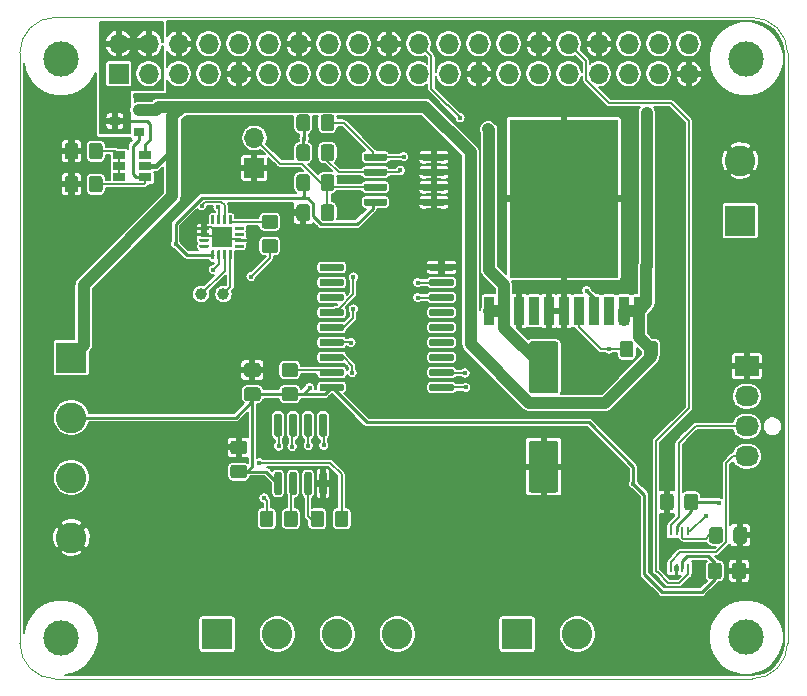
<source format=gbr>
G04 #@! TF.GenerationSoftware,KiCad,Pcbnew,(5.1.5-0-10_14)*
G04 #@! TF.CreationDate,2020-08-14T15:05:08-04:00*
G04 #@! TF.ProjectId,Raspberry-Pi-Hat,52617370-6265-4727-9279-2d50692d4861,rev?*
G04 #@! TF.SameCoordinates,Original*
G04 #@! TF.FileFunction,Copper,L1,Top*
G04 #@! TF.FilePolarity,Positive*
%FSLAX46Y46*%
G04 Gerber Fmt 4.6, Leading zero omitted, Abs format (unit mm)*
G04 Created by KiCad (PCBNEW (5.1.5-0-10_14)) date 2020-08-14 15:05:08*
%MOMM*%
%LPD*%
G04 APERTURE LIST*
%ADD10C,0.100000*%
%ADD11C,2.600000*%
%ADD12R,2.600000X2.600000*%
%ADD13C,1.000000*%
%ADD14R,0.250000X0.750000*%
%ADD15R,1.800000X1.800000*%
%ADD16O,2.030000X1.730000*%
%ADD17R,2.030000X1.730000*%
%ADD18R,9.126000X13.370000*%
%ADD19R,0.860000X2.410000*%
%ADD20O,1.700000X1.700000*%
%ADD21R,1.700000X1.700000*%
%ADD22R,0.900000X0.800000*%
%ADD23R,1.060000X0.650000*%
%ADD24C,3.000000*%
%ADD25C,0.400000*%
%ADD26C,0.150000*%
%ADD27C,0.250000*%
%ADD28C,1.000000*%
%ADD29C,0.600000*%
%ADD30C,0.400000*%
%ADD31C,0.200000*%
G04 APERTURE END LIST*
D10*
X78546356Y-63817611D02*
X78546356Y-113817611D01*
X78546356Y-63817611D02*
G75*
G02X81546356Y-60817611I3000000J0D01*
G01*
X140546356Y-60817611D02*
X81546356Y-60817611D01*
X140546356Y-60817611D02*
G75*
G02X143546356Y-63817611I0J-3000000D01*
G01*
X143546351Y-113822847D02*
X143546356Y-63817611D01*
X81546356Y-116817611D02*
G75*
G02X78546356Y-113817611I0J3000000D01*
G01*
X81546356Y-116817611D02*
X140546356Y-116817611D01*
X143546351Y-113822847D02*
G75*
G02X140546356Y-116817611I-2999995J5236D01*
G01*
G04 #@! TA.AperFunction,SMDPad,CuDef*
G36*
X123924504Y-96651204D02*
G01*
X123948773Y-96654804D01*
X123972571Y-96660765D01*
X123995671Y-96669030D01*
X124017849Y-96679520D01*
X124038893Y-96692133D01*
X124058598Y-96706747D01*
X124076777Y-96723223D01*
X124093253Y-96741402D01*
X124107867Y-96761107D01*
X124120480Y-96782151D01*
X124130970Y-96804329D01*
X124139235Y-96827429D01*
X124145196Y-96851227D01*
X124148796Y-96875496D01*
X124150000Y-96900000D01*
X124150000Y-100800000D01*
X124148796Y-100824504D01*
X124145196Y-100848773D01*
X124139235Y-100872571D01*
X124130970Y-100895671D01*
X124120480Y-100917849D01*
X124107867Y-100938893D01*
X124093253Y-100958598D01*
X124076777Y-100976777D01*
X124058598Y-100993253D01*
X124038893Y-101007867D01*
X124017849Y-101020480D01*
X123995671Y-101030970D01*
X123972571Y-101039235D01*
X123948773Y-101045196D01*
X123924504Y-101048796D01*
X123900000Y-101050000D01*
X121900000Y-101050000D01*
X121875496Y-101048796D01*
X121851227Y-101045196D01*
X121827429Y-101039235D01*
X121804329Y-101030970D01*
X121782151Y-101020480D01*
X121761107Y-101007867D01*
X121741402Y-100993253D01*
X121723223Y-100976777D01*
X121706747Y-100958598D01*
X121692133Y-100938893D01*
X121679520Y-100917849D01*
X121669030Y-100895671D01*
X121660765Y-100872571D01*
X121654804Y-100848773D01*
X121651204Y-100824504D01*
X121650000Y-100800000D01*
X121650000Y-96900000D01*
X121651204Y-96875496D01*
X121654804Y-96851227D01*
X121660765Y-96827429D01*
X121669030Y-96804329D01*
X121679520Y-96782151D01*
X121692133Y-96761107D01*
X121706747Y-96741402D01*
X121723223Y-96723223D01*
X121741402Y-96706747D01*
X121761107Y-96692133D01*
X121782151Y-96679520D01*
X121804329Y-96669030D01*
X121827429Y-96660765D01*
X121851227Y-96654804D01*
X121875496Y-96651204D01*
X121900000Y-96650000D01*
X123900000Y-96650000D01*
X123924504Y-96651204D01*
G37*
G04 #@! TD.AperFunction*
G04 #@! TA.AperFunction,SMDPad,CuDef*
G36*
X123924504Y-88251204D02*
G01*
X123948773Y-88254804D01*
X123972571Y-88260765D01*
X123995671Y-88269030D01*
X124017849Y-88279520D01*
X124038893Y-88292133D01*
X124058598Y-88306747D01*
X124076777Y-88323223D01*
X124093253Y-88341402D01*
X124107867Y-88361107D01*
X124120480Y-88382151D01*
X124130970Y-88404329D01*
X124139235Y-88427429D01*
X124145196Y-88451227D01*
X124148796Y-88475496D01*
X124150000Y-88500000D01*
X124150000Y-92400000D01*
X124148796Y-92424504D01*
X124145196Y-92448773D01*
X124139235Y-92472571D01*
X124130970Y-92495671D01*
X124120480Y-92517849D01*
X124107867Y-92538893D01*
X124093253Y-92558598D01*
X124076777Y-92576777D01*
X124058598Y-92593253D01*
X124038893Y-92607867D01*
X124017849Y-92620480D01*
X123995671Y-92630970D01*
X123972571Y-92639235D01*
X123948773Y-92645196D01*
X123924504Y-92648796D01*
X123900000Y-92650000D01*
X121900000Y-92650000D01*
X121875496Y-92648796D01*
X121851227Y-92645196D01*
X121827429Y-92639235D01*
X121804329Y-92630970D01*
X121782151Y-92620480D01*
X121761107Y-92607867D01*
X121741402Y-92593253D01*
X121723223Y-92576777D01*
X121706747Y-92558598D01*
X121692133Y-92538893D01*
X121679520Y-92517849D01*
X121669030Y-92495671D01*
X121660765Y-92472571D01*
X121654804Y-92448773D01*
X121651204Y-92424504D01*
X121650000Y-92400000D01*
X121650000Y-88500000D01*
X121651204Y-88475496D01*
X121654804Y-88451227D01*
X121660765Y-88427429D01*
X121669030Y-88404329D01*
X121679520Y-88382151D01*
X121692133Y-88361107D01*
X121706747Y-88341402D01*
X121723223Y-88323223D01*
X121741402Y-88306747D01*
X121761107Y-88292133D01*
X121782151Y-88279520D01*
X121804329Y-88269030D01*
X121827429Y-88260765D01*
X121851227Y-88254804D01*
X121875496Y-88251204D01*
X121900000Y-88250000D01*
X123900000Y-88250000D01*
X123924504Y-88251204D01*
G37*
G04 #@! TD.AperFunction*
G04 #@! TA.AperFunction,SMDPad,CuDef*
G36*
X109489703Y-76154722D02*
G01*
X109504264Y-76156882D01*
X109518543Y-76160459D01*
X109532403Y-76165418D01*
X109545710Y-76171712D01*
X109558336Y-76179280D01*
X109570159Y-76188048D01*
X109581066Y-76197934D01*
X109590952Y-76208841D01*
X109599720Y-76220664D01*
X109607288Y-76233290D01*
X109613582Y-76246597D01*
X109618541Y-76260457D01*
X109622118Y-76274736D01*
X109624278Y-76289297D01*
X109625000Y-76304000D01*
X109625000Y-76604000D01*
X109624278Y-76618703D01*
X109622118Y-76633264D01*
X109618541Y-76647543D01*
X109613582Y-76661403D01*
X109607288Y-76674710D01*
X109599720Y-76687336D01*
X109590952Y-76699159D01*
X109581066Y-76710066D01*
X109570159Y-76719952D01*
X109558336Y-76728720D01*
X109545710Y-76736288D01*
X109532403Y-76742582D01*
X109518543Y-76747541D01*
X109504264Y-76751118D01*
X109489703Y-76753278D01*
X109475000Y-76754000D01*
X107825000Y-76754000D01*
X107810297Y-76753278D01*
X107795736Y-76751118D01*
X107781457Y-76747541D01*
X107767597Y-76742582D01*
X107754290Y-76736288D01*
X107741664Y-76728720D01*
X107729841Y-76719952D01*
X107718934Y-76710066D01*
X107709048Y-76699159D01*
X107700280Y-76687336D01*
X107692712Y-76674710D01*
X107686418Y-76661403D01*
X107681459Y-76647543D01*
X107677882Y-76633264D01*
X107675722Y-76618703D01*
X107675000Y-76604000D01*
X107675000Y-76304000D01*
X107675722Y-76289297D01*
X107677882Y-76274736D01*
X107681459Y-76260457D01*
X107686418Y-76246597D01*
X107692712Y-76233290D01*
X107700280Y-76220664D01*
X107709048Y-76208841D01*
X107718934Y-76197934D01*
X107729841Y-76188048D01*
X107741664Y-76179280D01*
X107754290Y-76171712D01*
X107767597Y-76165418D01*
X107781457Y-76160459D01*
X107795736Y-76156882D01*
X107810297Y-76154722D01*
X107825000Y-76154000D01*
X109475000Y-76154000D01*
X109489703Y-76154722D01*
G37*
G04 #@! TD.AperFunction*
G04 #@! TA.AperFunction,SMDPad,CuDef*
G36*
X109489703Y-74884722D02*
G01*
X109504264Y-74886882D01*
X109518543Y-74890459D01*
X109532403Y-74895418D01*
X109545710Y-74901712D01*
X109558336Y-74909280D01*
X109570159Y-74918048D01*
X109581066Y-74927934D01*
X109590952Y-74938841D01*
X109599720Y-74950664D01*
X109607288Y-74963290D01*
X109613582Y-74976597D01*
X109618541Y-74990457D01*
X109622118Y-75004736D01*
X109624278Y-75019297D01*
X109625000Y-75034000D01*
X109625000Y-75334000D01*
X109624278Y-75348703D01*
X109622118Y-75363264D01*
X109618541Y-75377543D01*
X109613582Y-75391403D01*
X109607288Y-75404710D01*
X109599720Y-75417336D01*
X109590952Y-75429159D01*
X109581066Y-75440066D01*
X109570159Y-75449952D01*
X109558336Y-75458720D01*
X109545710Y-75466288D01*
X109532403Y-75472582D01*
X109518543Y-75477541D01*
X109504264Y-75481118D01*
X109489703Y-75483278D01*
X109475000Y-75484000D01*
X107825000Y-75484000D01*
X107810297Y-75483278D01*
X107795736Y-75481118D01*
X107781457Y-75477541D01*
X107767597Y-75472582D01*
X107754290Y-75466288D01*
X107741664Y-75458720D01*
X107729841Y-75449952D01*
X107718934Y-75440066D01*
X107709048Y-75429159D01*
X107700280Y-75417336D01*
X107692712Y-75404710D01*
X107686418Y-75391403D01*
X107681459Y-75377543D01*
X107677882Y-75363264D01*
X107675722Y-75348703D01*
X107675000Y-75334000D01*
X107675000Y-75034000D01*
X107675722Y-75019297D01*
X107677882Y-75004736D01*
X107681459Y-74990457D01*
X107686418Y-74976597D01*
X107692712Y-74963290D01*
X107700280Y-74950664D01*
X107709048Y-74938841D01*
X107718934Y-74927934D01*
X107729841Y-74918048D01*
X107741664Y-74909280D01*
X107754290Y-74901712D01*
X107767597Y-74895418D01*
X107781457Y-74890459D01*
X107795736Y-74886882D01*
X107810297Y-74884722D01*
X107825000Y-74884000D01*
X109475000Y-74884000D01*
X109489703Y-74884722D01*
G37*
G04 #@! TD.AperFunction*
G04 #@! TA.AperFunction,SMDPad,CuDef*
G36*
X109489703Y-73614722D02*
G01*
X109504264Y-73616882D01*
X109518543Y-73620459D01*
X109532403Y-73625418D01*
X109545710Y-73631712D01*
X109558336Y-73639280D01*
X109570159Y-73648048D01*
X109581066Y-73657934D01*
X109590952Y-73668841D01*
X109599720Y-73680664D01*
X109607288Y-73693290D01*
X109613582Y-73706597D01*
X109618541Y-73720457D01*
X109622118Y-73734736D01*
X109624278Y-73749297D01*
X109625000Y-73764000D01*
X109625000Y-74064000D01*
X109624278Y-74078703D01*
X109622118Y-74093264D01*
X109618541Y-74107543D01*
X109613582Y-74121403D01*
X109607288Y-74134710D01*
X109599720Y-74147336D01*
X109590952Y-74159159D01*
X109581066Y-74170066D01*
X109570159Y-74179952D01*
X109558336Y-74188720D01*
X109545710Y-74196288D01*
X109532403Y-74202582D01*
X109518543Y-74207541D01*
X109504264Y-74211118D01*
X109489703Y-74213278D01*
X109475000Y-74214000D01*
X107825000Y-74214000D01*
X107810297Y-74213278D01*
X107795736Y-74211118D01*
X107781457Y-74207541D01*
X107767597Y-74202582D01*
X107754290Y-74196288D01*
X107741664Y-74188720D01*
X107729841Y-74179952D01*
X107718934Y-74170066D01*
X107709048Y-74159159D01*
X107700280Y-74147336D01*
X107692712Y-74134710D01*
X107686418Y-74121403D01*
X107681459Y-74107543D01*
X107677882Y-74093264D01*
X107675722Y-74078703D01*
X107675000Y-74064000D01*
X107675000Y-73764000D01*
X107675722Y-73749297D01*
X107677882Y-73734736D01*
X107681459Y-73720457D01*
X107686418Y-73706597D01*
X107692712Y-73693290D01*
X107700280Y-73680664D01*
X107709048Y-73668841D01*
X107718934Y-73657934D01*
X107729841Y-73648048D01*
X107741664Y-73639280D01*
X107754290Y-73631712D01*
X107767597Y-73625418D01*
X107781457Y-73620459D01*
X107795736Y-73616882D01*
X107810297Y-73614722D01*
X107825000Y-73614000D01*
X109475000Y-73614000D01*
X109489703Y-73614722D01*
G37*
G04 #@! TD.AperFunction*
G04 #@! TA.AperFunction,SMDPad,CuDef*
G36*
X109489703Y-72344722D02*
G01*
X109504264Y-72346882D01*
X109518543Y-72350459D01*
X109532403Y-72355418D01*
X109545710Y-72361712D01*
X109558336Y-72369280D01*
X109570159Y-72378048D01*
X109581066Y-72387934D01*
X109590952Y-72398841D01*
X109599720Y-72410664D01*
X109607288Y-72423290D01*
X109613582Y-72436597D01*
X109618541Y-72450457D01*
X109622118Y-72464736D01*
X109624278Y-72479297D01*
X109625000Y-72494000D01*
X109625000Y-72794000D01*
X109624278Y-72808703D01*
X109622118Y-72823264D01*
X109618541Y-72837543D01*
X109613582Y-72851403D01*
X109607288Y-72864710D01*
X109599720Y-72877336D01*
X109590952Y-72889159D01*
X109581066Y-72900066D01*
X109570159Y-72909952D01*
X109558336Y-72918720D01*
X109545710Y-72926288D01*
X109532403Y-72932582D01*
X109518543Y-72937541D01*
X109504264Y-72941118D01*
X109489703Y-72943278D01*
X109475000Y-72944000D01*
X107825000Y-72944000D01*
X107810297Y-72943278D01*
X107795736Y-72941118D01*
X107781457Y-72937541D01*
X107767597Y-72932582D01*
X107754290Y-72926288D01*
X107741664Y-72918720D01*
X107729841Y-72909952D01*
X107718934Y-72900066D01*
X107709048Y-72889159D01*
X107700280Y-72877336D01*
X107692712Y-72864710D01*
X107686418Y-72851403D01*
X107681459Y-72837543D01*
X107677882Y-72823264D01*
X107675722Y-72808703D01*
X107675000Y-72794000D01*
X107675000Y-72494000D01*
X107675722Y-72479297D01*
X107677882Y-72464736D01*
X107681459Y-72450457D01*
X107686418Y-72436597D01*
X107692712Y-72423290D01*
X107700280Y-72410664D01*
X107709048Y-72398841D01*
X107718934Y-72387934D01*
X107729841Y-72378048D01*
X107741664Y-72369280D01*
X107754290Y-72361712D01*
X107767597Y-72355418D01*
X107781457Y-72350459D01*
X107795736Y-72346882D01*
X107810297Y-72344722D01*
X107825000Y-72344000D01*
X109475000Y-72344000D01*
X109489703Y-72344722D01*
G37*
G04 #@! TD.AperFunction*
G04 #@! TA.AperFunction,SMDPad,CuDef*
G36*
X114439703Y-72344722D02*
G01*
X114454264Y-72346882D01*
X114468543Y-72350459D01*
X114482403Y-72355418D01*
X114495710Y-72361712D01*
X114508336Y-72369280D01*
X114520159Y-72378048D01*
X114531066Y-72387934D01*
X114540952Y-72398841D01*
X114549720Y-72410664D01*
X114557288Y-72423290D01*
X114563582Y-72436597D01*
X114568541Y-72450457D01*
X114572118Y-72464736D01*
X114574278Y-72479297D01*
X114575000Y-72494000D01*
X114575000Y-72794000D01*
X114574278Y-72808703D01*
X114572118Y-72823264D01*
X114568541Y-72837543D01*
X114563582Y-72851403D01*
X114557288Y-72864710D01*
X114549720Y-72877336D01*
X114540952Y-72889159D01*
X114531066Y-72900066D01*
X114520159Y-72909952D01*
X114508336Y-72918720D01*
X114495710Y-72926288D01*
X114482403Y-72932582D01*
X114468543Y-72937541D01*
X114454264Y-72941118D01*
X114439703Y-72943278D01*
X114425000Y-72944000D01*
X112775000Y-72944000D01*
X112760297Y-72943278D01*
X112745736Y-72941118D01*
X112731457Y-72937541D01*
X112717597Y-72932582D01*
X112704290Y-72926288D01*
X112691664Y-72918720D01*
X112679841Y-72909952D01*
X112668934Y-72900066D01*
X112659048Y-72889159D01*
X112650280Y-72877336D01*
X112642712Y-72864710D01*
X112636418Y-72851403D01*
X112631459Y-72837543D01*
X112627882Y-72823264D01*
X112625722Y-72808703D01*
X112625000Y-72794000D01*
X112625000Y-72494000D01*
X112625722Y-72479297D01*
X112627882Y-72464736D01*
X112631459Y-72450457D01*
X112636418Y-72436597D01*
X112642712Y-72423290D01*
X112650280Y-72410664D01*
X112659048Y-72398841D01*
X112668934Y-72387934D01*
X112679841Y-72378048D01*
X112691664Y-72369280D01*
X112704290Y-72361712D01*
X112717597Y-72355418D01*
X112731457Y-72350459D01*
X112745736Y-72346882D01*
X112760297Y-72344722D01*
X112775000Y-72344000D01*
X114425000Y-72344000D01*
X114439703Y-72344722D01*
G37*
G04 #@! TD.AperFunction*
G04 #@! TA.AperFunction,SMDPad,CuDef*
G36*
X114439703Y-73614722D02*
G01*
X114454264Y-73616882D01*
X114468543Y-73620459D01*
X114482403Y-73625418D01*
X114495710Y-73631712D01*
X114508336Y-73639280D01*
X114520159Y-73648048D01*
X114531066Y-73657934D01*
X114540952Y-73668841D01*
X114549720Y-73680664D01*
X114557288Y-73693290D01*
X114563582Y-73706597D01*
X114568541Y-73720457D01*
X114572118Y-73734736D01*
X114574278Y-73749297D01*
X114575000Y-73764000D01*
X114575000Y-74064000D01*
X114574278Y-74078703D01*
X114572118Y-74093264D01*
X114568541Y-74107543D01*
X114563582Y-74121403D01*
X114557288Y-74134710D01*
X114549720Y-74147336D01*
X114540952Y-74159159D01*
X114531066Y-74170066D01*
X114520159Y-74179952D01*
X114508336Y-74188720D01*
X114495710Y-74196288D01*
X114482403Y-74202582D01*
X114468543Y-74207541D01*
X114454264Y-74211118D01*
X114439703Y-74213278D01*
X114425000Y-74214000D01*
X112775000Y-74214000D01*
X112760297Y-74213278D01*
X112745736Y-74211118D01*
X112731457Y-74207541D01*
X112717597Y-74202582D01*
X112704290Y-74196288D01*
X112691664Y-74188720D01*
X112679841Y-74179952D01*
X112668934Y-74170066D01*
X112659048Y-74159159D01*
X112650280Y-74147336D01*
X112642712Y-74134710D01*
X112636418Y-74121403D01*
X112631459Y-74107543D01*
X112627882Y-74093264D01*
X112625722Y-74078703D01*
X112625000Y-74064000D01*
X112625000Y-73764000D01*
X112625722Y-73749297D01*
X112627882Y-73734736D01*
X112631459Y-73720457D01*
X112636418Y-73706597D01*
X112642712Y-73693290D01*
X112650280Y-73680664D01*
X112659048Y-73668841D01*
X112668934Y-73657934D01*
X112679841Y-73648048D01*
X112691664Y-73639280D01*
X112704290Y-73631712D01*
X112717597Y-73625418D01*
X112731457Y-73620459D01*
X112745736Y-73616882D01*
X112760297Y-73614722D01*
X112775000Y-73614000D01*
X114425000Y-73614000D01*
X114439703Y-73614722D01*
G37*
G04 #@! TD.AperFunction*
G04 #@! TA.AperFunction,SMDPad,CuDef*
G36*
X114439703Y-74884722D02*
G01*
X114454264Y-74886882D01*
X114468543Y-74890459D01*
X114482403Y-74895418D01*
X114495710Y-74901712D01*
X114508336Y-74909280D01*
X114520159Y-74918048D01*
X114531066Y-74927934D01*
X114540952Y-74938841D01*
X114549720Y-74950664D01*
X114557288Y-74963290D01*
X114563582Y-74976597D01*
X114568541Y-74990457D01*
X114572118Y-75004736D01*
X114574278Y-75019297D01*
X114575000Y-75034000D01*
X114575000Y-75334000D01*
X114574278Y-75348703D01*
X114572118Y-75363264D01*
X114568541Y-75377543D01*
X114563582Y-75391403D01*
X114557288Y-75404710D01*
X114549720Y-75417336D01*
X114540952Y-75429159D01*
X114531066Y-75440066D01*
X114520159Y-75449952D01*
X114508336Y-75458720D01*
X114495710Y-75466288D01*
X114482403Y-75472582D01*
X114468543Y-75477541D01*
X114454264Y-75481118D01*
X114439703Y-75483278D01*
X114425000Y-75484000D01*
X112775000Y-75484000D01*
X112760297Y-75483278D01*
X112745736Y-75481118D01*
X112731457Y-75477541D01*
X112717597Y-75472582D01*
X112704290Y-75466288D01*
X112691664Y-75458720D01*
X112679841Y-75449952D01*
X112668934Y-75440066D01*
X112659048Y-75429159D01*
X112650280Y-75417336D01*
X112642712Y-75404710D01*
X112636418Y-75391403D01*
X112631459Y-75377543D01*
X112627882Y-75363264D01*
X112625722Y-75348703D01*
X112625000Y-75334000D01*
X112625000Y-75034000D01*
X112625722Y-75019297D01*
X112627882Y-75004736D01*
X112631459Y-74990457D01*
X112636418Y-74976597D01*
X112642712Y-74963290D01*
X112650280Y-74950664D01*
X112659048Y-74938841D01*
X112668934Y-74927934D01*
X112679841Y-74918048D01*
X112691664Y-74909280D01*
X112704290Y-74901712D01*
X112717597Y-74895418D01*
X112731457Y-74890459D01*
X112745736Y-74886882D01*
X112760297Y-74884722D01*
X112775000Y-74884000D01*
X114425000Y-74884000D01*
X114439703Y-74884722D01*
G37*
G04 #@! TD.AperFunction*
G04 #@! TA.AperFunction,SMDPad,CuDef*
G36*
X114439703Y-76154722D02*
G01*
X114454264Y-76156882D01*
X114468543Y-76160459D01*
X114482403Y-76165418D01*
X114495710Y-76171712D01*
X114508336Y-76179280D01*
X114520159Y-76188048D01*
X114531066Y-76197934D01*
X114540952Y-76208841D01*
X114549720Y-76220664D01*
X114557288Y-76233290D01*
X114563582Y-76246597D01*
X114568541Y-76260457D01*
X114572118Y-76274736D01*
X114574278Y-76289297D01*
X114575000Y-76304000D01*
X114575000Y-76604000D01*
X114574278Y-76618703D01*
X114572118Y-76633264D01*
X114568541Y-76647543D01*
X114563582Y-76661403D01*
X114557288Y-76674710D01*
X114549720Y-76687336D01*
X114540952Y-76699159D01*
X114531066Y-76710066D01*
X114520159Y-76719952D01*
X114508336Y-76728720D01*
X114495710Y-76736288D01*
X114482403Y-76742582D01*
X114468543Y-76747541D01*
X114454264Y-76751118D01*
X114439703Y-76753278D01*
X114425000Y-76754000D01*
X112775000Y-76754000D01*
X112760297Y-76753278D01*
X112745736Y-76751118D01*
X112731457Y-76747541D01*
X112717597Y-76742582D01*
X112704290Y-76736288D01*
X112691664Y-76728720D01*
X112679841Y-76719952D01*
X112668934Y-76710066D01*
X112659048Y-76699159D01*
X112650280Y-76687336D01*
X112642712Y-76674710D01*
X112636418Y-76661403D01*
X112631459Y-76647543D01*
X112627882Y-76633264D01*
X112625722Y-76618703D01*
X112625000Y-76604000D01*
X112625000Y-76304000D01*
X112625722Y-76289297D01*
X112627882Y-76274736D01*
X112631459Y-76260457D01*
X112636418Y-76246597D01*
X112642712Y-76233290D01*
X112650280Y-76220664D01*
X112659048Y-76208841D01*
X112668934Y-76197934D01*
X112679841Y-76188048D01*
X112691664Y-76179280D01*
X112704290Y-76171712D01*
X112717597Y-76165418D01*
X112731457Y-76160459D01*
X112745736Y-76156882D01*
X112760297Y-76154722D01*
X112775000Y-76154000D01*
X114425000Y-76154000D01*
X114439703Y-76154722D01*
G37*
G04 #@! TD.AperFunction*
D11*
X82905600Y-104851200D03*
X82905600Y-99771200D03*
X82905600Y-94691200D03*
D12*
X82905600Y-89611200D03*
D11*
X139532360Y-72943720D03*
D12*
X139532360Y-78023720D03*
D11*
X125730000Y-113030000D03*
D12*
X120650000Y-113030000D03*
D11*
X110490000Y-113030000D03*
X105410000Y-113030000D03*
X100330000Y-113030000D03*
D12*
X95250000Y-113030000D03*
D13*
X93883400Y-84251800D03*
X95783400Y-84251800D03*
D14*
X133649020Y-104340060D03*
X134149020Y-104340060D03*
X134649020Y-104340060D03*
X135149020Y-104340060D03*
X135149020Y-107440060D03*
X134649020Y-107440060D03*
X134149020Y-107440060D03*
X133649020Y-107440060D03*
G04 #@! TA.AperFunction,SMDPad,CuDef*
D10*
G36*
X137843405Y-103961904D02*
G01*
X137867673Y-103965504D01*
X137891472Y-103971465D01*
X137914571Y-103979730D01*
X137936750Y-103990220D01*
X137957793Y-104002832D01*
X137977499Y-104017447D01*
X137995677Y-104033923D01*
X138012153Y-104052101D01*
X138026768Y-104071807D01*
X138039380Y-104092850D01*
X138049870Y-104115029D01*
X138058135Y-104138128D01*
X138064096Y-104161927D01*
X138067696Y-104186195D01*
X138068900Y-104210699D01*
X138068900Y-105110701D01*
X138067696Y-105135205D01*
X138064096Y-105159473D01*
X138058135Y-105183272D01*
X138049870Y-105206371D01*
X138039380Y-105228550D01*
X138026768Y-105249593D01*
X138012153Y-105269299D01*
X137995677Y-105287477D01*
X137977499Y-105303953D01*
X137957793Y-105318568D01*
X137936750Y-105331180D01*
X137914571Y-105341670D01*
X137891472Y-105349935D01*
X137867673Y-105355896D01*
X137843405Y-105359496D01*
X137818901Y-105360700D01*
X137168899Y-105360700D01*
X137144395Y-105359496D01*
X137120127Y-105355896D01*
X137096328Y-105349935D01*
X137073229Y-105341670D01*
X137051050Y-105331180D01*
X137030007Y-105318568D01*
X137010301Y-105303953D01*
X136992123Y-105287477D01*
X136975647Y-105269299D01*
X136961032Y-105249593D01*
X136948420Y-105228550D01*
X136937930Y-105206371D01*
X136929665Y-105183272D01*
X136923704Y-105159473D01*
X136920104Y-105135205D01*
X136918900Y-105110701D01*
X136918900Y-104210699D01*
X136920104Y-104186195D01*
X136923704Y-104161927D01*
X136929665Y-104138128D01*
X136937930Y-104115029D01*
X136948420Y-104092850D01*
X136961032Y-104071807D01*
X136975647Y-104052101D01*
X136992123Y-104033923D01*
X137010301Y-104017447D01*
X137030007Y-104002832D01*
X137051050Y-103990220D01*
X137073229Y-103979730D01*
X137096328Y-103971465D01*
X137120127Y-103965504D01*
X137144395Y-103961904D01*
X137168899Y-103960700D01*
X137818901Y-103960700D01*
X137843405Y-103961904D01*
G37*
G04 #@! TD.AperFunction*
G04 #@! TA.AperFunction,SMDPad,CuDef*
G36*
X139893405Y-103961904D02*
G01*
X139917673Y-103965504D01*
X139941472Y-103971465D01*
X139964571Y-103979730D01*
X139986750Y-103990220D01*
X140007793Y-104002832D01*
X140027499Y-104017447D01*
X140045677Y-104033923D01*
X140062153Y-104052101D01*
X140076768Y-104071807D01*
X140089380Y-104092850D01*
X140099870Y-104115029D01*
X140108135Y-104138128D01*
X140114096Y-104161927D01*
X140117696Y-104186195D01*
X140118900Y-104210699D01*
X140118900Y-105110701D01*
X140117696Y-105135205D01*
X140114096Y-105159473D01*
X140108135Y-105183272D01*
X140099870Y-105206371D01*
X140089380Y-105228550D01*
X140076768Y-105249593D01*
X140062153Y-105269299D01*
X140045677Y-105287477D01*
X140027499Y-105303953D01*
X140007793Y-105318568D01*
X139986750Y-105331180D01*
X139964571Y-105341670D01*
X139941472Y-105349935D01*
X139917673Y-105355896D01*
X139893405Y-105359496D01*
X139868901Y-105360700D01*
X139218899Y-105360700D01*
X139194395Y-105359496D01*
X139170127Y-105355896D01*
X139146328Y-105349935D01*
X139123229Y-105341670D01*
X139101050Y-105331180D01*
X139080007Y-105318568D01*
X139060301Y-105303953D01*
X139042123Y-105287477D01*
X139025647Y-105269299D01*
X139011032Y-105249593D01*
X138998420Y-105228550D01*
X138987930Y-105206371D01*
X138979665Y-105183272D01*
X138973704Y-105159473D01*
X138970104Y-105135205D01*
X138968900Y-105110701D01*
X138968900Y-104210699D01*
X138970104Y-104186195D01*
X138973704Y-104161927D01*
X138979665Y-104138128D01*
X138987930Y-104115029D01*
X138998420Y-104092850D01*
X139011032Y-104071807D01*
X139025647Y-104052101D01*
X139042123Y-104033923D01*
X139060301Y-104017447D01*
X139080007Y-104002832D01*
X139101050Y-103990220D01*
X139123229Y-103979730D01*
X139146328Y-103971465D01*
X139170127Y-103965504D01*
X139194395Y-103961904D01*
X139218899Y-103960700D01*
X139868901Y-103960700D01*
X139893405Y-103961904D01*
G37*
G04 #@! TD.AperFunction*
G04 #@! TA.AperFunction,SMDPad,CuDef*
G36*
X133680345Y-101127264D02*
G01*
X133704613Y-101130864D01*
X133728412Y-101136825D01*
X133751511Y-101145090D01*
X133773690Y-101155580D01*
X133794733Y-101168192D01*
X133814439Y-101182807D01*
X133832617Y-101199283D01*
X133849093Y-101217461D01*
X133863708Y-101237167D01*
X133876320Y-101258210D01*
X133886810Y-101280389D01*
X133895075Y-101303488D01*
X133901036Y-101327287D01*
X133904636Y-101351555D01*
X133905840Y-101376059D01*
X133905840Y-102276061D01*
X133904636Y-102300565D01*
X133901036Y-102324833D01*
X133895075Y-102348632D01*
X133886810Y-102371731D01*
X133876320Y-102393910D01*
X133863708Y-102414953D01*
X133849093Y-102434659D01*
X133832617Y-102452837D01*
X133814439Y-102469313D01*
X133794733Y-102483928D01*
X133773690Y-102496540D01*
X133751511Y-102507030D01*
X133728412Y-102515295D01*
X133704613Y-102521256D01*
X133680345Y-102524856D01*
X133655841Y-102526060D01*
X133005839Y-102526060D01*
X132981335Y-102524856D01*
X132957067Y-102521256D01*
X132933268Y-102515295D01*
X132910169Y-102507030D01*
X132887990Y-102496540D01*
X132866947Y-102483928D01*
X132847241Y-102469313D01*
X132829063Y-102452837D01*
X132812587Y-102434659D01*
X132797972Y-102414953D01*
X132785360Y-102393910D01*
X132774870Y-102371731D01*
X132766605Y-102348632D01*
X132760644Y-102324833D01*
X132757044Y-102300565D01*
X132755840Y-102276061D01*
X132755840Y-101376059D01*
X132757044Y-101351555D01*
X132760644Y-101327287D01*
X132766605Y-101303488D01*
X132774870Y-101280389D01*
X132785360Y-101258210D01*
X132797972Y-101237167D01*
X132812587Y-101217461D01*
X132829063Y-101199283D01*
X132847241Y-101182807D01*
X132866947Y-101168192D01*
X132887990Y-101155580D01*
X132910169Y-101145090D01*
X132933268Y-101136825D01*
X132957067Y-101130864D01*
X132981335Y-101127264D01*
X133005839Y-101126060D01*
X133655841Y-101126060D01*
X133680345Y-101127264D01*
G37*
G04 #@! TD.AperFunction*
G04 #@! TA.AperFunction,SMDPad,CuDef*
G36*
X135730345Y-101127264D02*
G01*
X135754613Y-101130864D01*
X135778412Y-101136825D01*
X135801511Y-101145090D01*
X135823690Y-101155580D01*
X135844733Y-101168192D01*
X135864439Y-101182807D01*
X135882617Y-101199283D01*
X135899093Y-101217461D01*
X135913708Y-101237167D01*
X135926320Y-101258210D01*
X135936810Y-101280389D01*
X135945075Y-101303488D01*
X135951036Y-101327287D01*
X135954636Y-101351555D01*
X135955840Y-101376059D01*
X135955840Y-102276061D01*
X135954636Y-102300565D01*
X135951036Y-102324833D01*
X135945075Y-102348632D01*
X135936810Y-102371731D01*
X135926320Y-102393910D01*
X135913708Y-102414953D01*
X135899093Y-102434659D01*
X135882617Y-102452837D01*
X135864439Y-102469313D01*
X135844733Y-102483928D01*
X135823690Y-102496540D01*
X135801511Y-102507030D01*
X135778412Y-102515295D01*
X135754613Y-102521256D01*
X135730345Y-102524856D01*
X135705841Y-102526060D01*
X135055839Y-102526060D01*
X135031335Y-102524856D01*
X135007067Y-102521256D01*
X134983268Y-102515295D01*
X134960169Y-102507030D01*
X134937990Y-102496540D01*
X134916947Y-102483928D01*
X134897241Y-102469313D01*
X134879063Y-102452837D01*
X134862587Y-102434659D01*
X134847972Y-102414953D01*
X134835360Y-102393910D01*
X134824870Y-102371731D01*
X134816605Y-102348632D01*
X134810644Y-102324833D01*
X134807044Y-102300565D01*
X134805840Y-102276061D01*
X134805840Y-101376059D01*
X134807044Y-101351555D01*
X134810644Y-101327287D01*
X134816605Y-101303488D01*
X134824870Y-101280389D01*
X134835360Y-101258210D01*
X134847972Y-101237167D01*
X134862587Y-101217461D01*
X134879063Y-101199283D01*
X134897241Y-101182807D01*
X134916947Y-101168192D01*
X134937990Y-101155580D01*
X134960169Y-101145090D01*
X134983268Y-101136825D01*
X135007067Y-101130864D01*
X135031335Y-101127264D01*
X135055839Y-101126060D01*
X135705841Y-101126060D01*
X135730345Y-101127264D01*
G37*
G04 #@! TD.AperFunction*
G04 #@! TA.AperFunction,SMDPad,CuDef*
G36*
X137736725Y-106981964D02*
G01*
X137760993Y-106985564D01*
X137784792Y-106991525D01*
X137807891Y-106999790D01*
X137830070Y-107010280D01*
X137851113Y-107022892D01*
X137870819Y-107037507D01*
X137888997Y-107053983D01*
X137905473Y-107072161D01*
X137920088Y-107091867D01*
X137932700Y-107112910D01*
X137943190Y-107135089D01*
X137951455Y-107158188D01*
X137957416Y-107181987D01*
X137961016Y-107206255D01*
X137962220Y-107230759D01*
X137962220Y-108130761D01*
X137961016Y-108155265D01*
X137957416Y-108179533D01*
X137951455Y-108203332D01*
X137943190Y-108226431D01*
X137932700Y-108248610D01*
X137920088Y-108269653D01*
X137905473Y-108289359D01*
X137888997Y-108307537D01*
X137870819Y-108324013D01*
X137851113Y-108338628D01*
X137830070Y-108351240D01*
X137807891Y-108361730D01*
X137784792Y-108369995D01*
X137760993Y-108375956D01*
X137736725Y-108379556D01*
X137712221Y-108380760D01*
X137062219Y-108380760D01*
X137037715Y-108379556D01*
X137013447Y-108375956D01*
X136989648Y-108369995D01*
X136966549Y-108361730D01*
X136944370Y-108351240D01*
X136923327Y-108338628D01*
X136903621Y-108324013D01*
X136885443Y-108307537D01*
X136868967Y-108289359D01*
X136854352Y-108269653D01*
X136841740Y-108248610D01*
X136831250Y-108226431D01*
X136822985Y-108203332D01*
X136817024Y-108179533D01*
X136813424Y-108155265D01*
X136812220Y-108130761D01*
X136812220Y-107230759D01*
X136813424Y-107206255D01*
X136817024Y-107181987D01*
X136822985Y-107158188D01*
X136831250Y-107135089D01*
X136841740Y-107112910D01*
X136854352Y-107091867D01*
X136868967Y-107072161D01*
X136885443Y-107053983D01*
X136903621Y-107037507D01*
X136923327Y-107022892D01*
X136944370Y-107010280D01*
X136966549Y-106999790D01*
X136989648Y-106991525D01*
X137013447Y-106985564D01*
X137037715Y-106981964D01*
X137062219Y-106980760D01*
X137712221Y-106980760D01*
X137736725Y-106981964D01*
G37*
G04 #@! TD.AperFunction*
G04 #@! TA.AperFunction,SMDPad,CuDef*
G36*
X139786725Y-106981964D02*
G01*
X139810993Y-106985564D01*
X139834792Y-106991525D01*
X139857891Y-106999790D01*
X139880070Y-107010280D01*
X139901113Y-107022892D01*
X139920819Y-107037507D01*
X139938997Y-107053983D01*
X139955473Y-107072161D01*
X139970088Y-107091867D01*
X139982700Y-107112910D01*
X139993190Y-107135089D01*
X140001455Y-107158188D01*
X140007416Y-107181987D01*
X140011016Y-107206255D01*
X140012220Y-107230759D01*
X140012220Y-108130761D01*
X140011016Y-108155265D01*
X140007416Y-108179533D01*
X140001455Y-108203332D01*
X139993190Y-108226431D01*
X139982700Y-108248610D01*
X139970088Y-108269653D01*
X139955473Y-108289359D01*
X139938997Y-108307537D01*
X139920819Y-108324013D01*
X139901113Y-108338628D01*
X139880070Y-108351240D01*
X139857891Y-108361730D01*
X139834792Y-108369995D01*
X139810993Y-108375956D01*
X139786725Y-108379556D01*
X139762221Y-108380760D01*
X139112219Y-108380760D01*
X139087715Y-108379556D01*
X139063447Y-108375956D01*
X139039648Y-108369995D01*
X139016549Y-108361730D01*
X138994370Y-108351240D01*
X138973327Y-108338628D01*
X138953621Y-108324013D01*
X138935443Y-108307537D01*
X138918967Y-108289359D01*
X138904352Y-108269653D01*
X138891740Y-108248610D01*
X138881250Y-108226431D01*
X138872985Y-108203332D01*
X138867024Y-108179533D01*
X138863424Y-108155265D01*
X138862220Y-108130761D01*
X138862220Y-107230759D01*
X138863424Y-107206255D01*
X138867024Y-107181987D01*
X138872985Y-107158188D01*
X138881250Y-107135089D01*
X138891740Y-107112910D01*
X138904352Y-107091867D01*
X138918967Y-107072161D01*
X138935443Y-107053983D01*
X138953621Y-107037507D01*
X138973327Y-107022892D01*
X138994370Y-107010280D01*
X139016549Y-106999790D01*
X139039648Y-106991525D01*
X139063447Y-106985564D01*
X139087715Y-106981964D01*
X139112219Y-106980760D01*
X139762221Y-106980760D01*
X139786725Y-106981964D01*
G37*
G04 #@! TD.AperFunction*
G04 #@! TA.AperFunction,SMDPad,CuDef*
G36*
X102893005Y-76644204D02*
G01*
X102917273Y-76647804D01*
X102941072Y-76653765D01*
X102964171Y-76662030D01*
X102986350Y-76672520D01*
X103007393Y-76685132D01*
X103027099Y-76699747D01*
X103045277Y-76716223D01*
X103061753Y-76734401D01*
X103076368Y-76754107D01*
X103088980Y-76775150D01*
X103099470Y-76797329D01*
X103107735Y-76820428D01*
X103113696Y-76844227D01*
X103117296Y-76868495D01*
X103118500Y-76892999D01*
X103118500Y-77793001D01*
X103117296Y-77817505D01*
X103113696Y-77841773D01*
X103107735Y-77865572D01*
X103099470Y-77888671D01*
X103088980Y-77910850D01*
X103076368Y-77931893D01*
X103061753Y-77951599D01*
X103045277Y-77969777D01*
X103027099Y-77986253D01*
X103007393Y-78000868D01*
X102986350Y-78013480D01*
X102964171Y-78023970D01*
X102941072Y-78032235D01*
X102917273Y-78038196D01*
X102893005Y-78041796D01*
X102868501Y-78043000D01*
X102218499Y-78043000D01*
X102193995Y-78041796D01*
X102169727Y-78038196D01*
X102145928Y-78032235D01*
X102122829Y-78023970D01*
X102100650Y-78013480D01*
X102079607Y-78000868D01*
X102059901Y-77986253D01*
X102041723Y-77969777D01*
X102025247Y-77951599D01*
X102010632Y-77931893D01*
X101998020Y-77910850D01*
X101987530Y-77888671D01*
X101979265Y-77865572D01*
X101973304Y-77841773D01*
X101969704Y-77817505D01*
X101968500Y-77793001D01*
X101968500Y-76892999D01*
X101969704Y-76868495D01*
X101973304Y-76844227D01*
X101979265Y-76820428D01*
X101987530Y-76797329D01*
X101998020Y-76775150D01*
X102010632Y-76754107D01*
X102025247Y-76734401D01*
X102041723Y-76716223D01*
X102059901Y-76699747D01*
X102079607Y-76685132D01*
X102100650Y-76672520D01*
X102122829Y-76662030D01*
X102145928Y-76653765D01*
X102169727Y-76647804D01*
X102193995Y-76644204D01*
X102218499Y-76643000D01*
X102868501Y-76643000D01*
X102893005Y-76644204D01*
G37*
G04 #@! TD.AperFunction*
G04 #@! TA.AperFunction,SMDPad,CuDef*
G36*
X104943005Y-76644204D02*
G01*
X104967273Y-76647804D01*
X104991072Y-76653765D01*
X105014171Y-76662030D01*
X105036350Y-76672520D01*
X105057393Y-76685132D01*
X105077099Y-76699747D01*
X105095277Y-76716223D01*
X105111753Y-76734401D01*
X105126368Y-76754107D01*
X105138980Y-76775150D01*
X105149470Y-76797329D01*
X105157735Y-76820428D01*
X105163696Y-76844227D01*
X105167296Y-76868495D01*
X105168500Y-76892999D01*
X105168500Y-77793001D01*
X105167296Y-77817505D01*
X105163696Y-77841773D01*
X105157735Y-77865572D01*
X105149470Y-77888671D01*
X105138980Y-77910850D01*
X105126368Y-77931893D01*
X105111753Y-77951599D01*
X105095277Y-77969777D01*
X105077099Y-77986253D01*
X105057393Y-78000868D01*
X105036350Y-78013480D01*
X105014171Y-78023970D01*
X104991072Y-78032235D01*
X104967273Y-78038196D01*
X104943005Y-78041796D01*
X104918501Y-78043000D01*
X104268499Y-78043000D01*
X104243995Y-78041796D01*
X104219727Y-78038196D01*
X104195928Y-78032235D01*
X104172829Y-78023970D01*
X104150650Y-78013480D01*
X104129607Y-78000868D01*
X104109901Y-77986253D01*
X104091723Y-77969777D01*
X104075247Y-77951599D01*
X104060632Y-77931893D01*
X104048020Y-77910850D01*
X104037530Y-77888671D01*
X104029265Y-77865572D01*
X104023304Y-77841773D01*
X104019704Y-77817505D01*
X104018500Y-77793001D01*
X104018500Y-76892999D01*
X104019704Y-76868495D01*
X104023304Y-76844227D01*
X104029265Y-76820428D01*
X104037530Y-76797329D01*
X104048020Y-76775150D01*
X104060632Y-76754107D01*
X104075247Y-76734401D01*
X104091723Y-76716223D01*
X104109901Y-76699747D01*
X104129607Y-76685132D01*
X104150650Y-76672520D01*
X104172829Y-76662030D01*
X104195928Y-76653765D01*
X104219727Y-76647804D01*
X104243995Y-76644204D01*
X104268499Y-76643000D01*
X104918501Y-76643000D01*
X104943005Y-76644204D01*
G37*
G04 #@! TD.AperFunction*
G04 #@! TA.AperFunction,SMDPad,CuDef*
G36*
X100573443Y-94361042D02*
G01*
X100588004Y-94363202D01*
X100602283Y-94366779D01*
X100616143Y-94371738D01*
X100629450Y-94378032D01*
X100642076Y-94385600D01*
X100653899Y-94394368D01*
X100664806Y-94404254D01*
X100674692Y-94415161D01*
X100683460Y-94426984D01*
X100691028Y-94439610D01*
X100697322Y-94452917D01*
X100702281Y-94466777D01*
X100705858Y-94481056D01*
X100708018Y-94495617D01*
X100708740Y-94510320D01*
X100708740Y-96160320D01*
X100708018Y-96175023D01*
X100705858Y-96189584D01*
X100702281Y-96203863D01*
X100697322Y-96217723D01*
X100691028Y-96231030D01*
X100683460Y-96243656D01*
X100674692Y-96255479D01*
X100664806Y-96266386D01*
X100653899Y-96276272D01*
X100642076Y-96285040D01*
X100629450Y-96292608D01*
X100616143Y-96298902D01*
X100602283Y-96303861D01*
X100588004Y-96307438D01*
X100573443Y-96309598D01*
X100558740Y-96310320D01*
X100258740Y-96310320D01*
X100244037Y-96309598D01*
X100229476Y-96307438D01*
X100215197Y-96303861D01*
X100201337Y-96298902D01*
X100188030Y-96292608D01*
X100175404Y-96285040D01*
X100163581Y-96276272D01*
X100152674Y-96266386D01*
X100142788Y-96255479D01*
X100134020Y-96243656D01*
X100126452Y-96231030D01*
X100120158Y-96217723D01*
X100115199Y-96203863D01*
X100111622Y-96189584D01*
X100109462Y-96175023D01*
X100108740Y-96160320D01*
X100108740Y-94510320D01*
X100109462Y-94495617D01*
X100111622Y-94481056D01*
X100115199Y-94466777D01*
X100120158Y-94452917D01*
X100126452Y-94439610D01*
X100134020Y-94426984D01*
X100142788Y-94415161D01*
X100152674Y-94404254D01*
X100163581Y-94394368D01*
X100175404Y-94385600D01*
X100188030Y-94378032D01*
X100201337Y-94371738D01*
X100215197Y-94366779D01*
X100229476Y-94363202D01*
X100244037Y-94361042D01*
X100258740Y-94360320D01*
X100558740Y-94360320D01*
X100573443Y-94361042D01*
G37*
G04 #@! TD.AperFunction*
G04 #@! TA.AperFunction,SMDPad,CuDef*
G36*
X101843443Y-94361042D02*
G01*
X101858004Y-94363202D01*
X101872283Y-94366779D01*
X101886143Y-94371738D01*
X101899450Y-94378032D01*
X101912076Y-94385600D01*
X101923899Y-94394368D01*
X101934806Y-94404254D01*
X101944692Y-94415161D01*
X101953460Y-94426984D01*
X101961028Y-94439610D01*
X101967322Y-94452917D01*
X101972281Y-94466777D01*
X101975858Y-94481056D01*
X101978018Y-94495617D01*
X101978740Y-94510320D01*
X101978740Y-96160320D01*
X101978018Y-96175023D01*
X101975858Y-96189584D01*
X101972281Y-96203863D01*
X101967322Y-96217723D01*
X101961028Y-96231030D01*
X101953460Y-96243656D01*
X101944692Y-96255479D01*
X101934806Y-96266386D01*
X101923899Y-96276272D01*
X101912076Y-96285040D01*
X101899450Y-96292608D01*
X101886143Y-96298902D01*
X101872283Y-96303861D01*
X101858004Y-96307438D01*
X101843443Y-96309598D01*
X101828740Y-96310320D01*
X101528740Y-96310320D01*
X101514037Y-96309598D01*
X101499476Y-96307438D01*
X101485197Y-96303861D01*
X101471337Y-96298902D01*
X101458030Y-96292608D01*
X101445404Y-96285040D01*
X101433581Y-96276272D01*
X101422674Y-96266386D01*
X101412788Y-96255479D01*
X101404020Y-96243656D01*
X101396452Y-96231030D01*
X101390158Y-96217723D01*
X101385199Y-96203863D01*
X101381622Y-96189584D01*
X101379462Y-96175023D01*
X101378740Y-96160320D01*
X101378740Y-94510320D01*
X101379462Y-94495617D01*
X101381622Y-94481056D01*
X101385199Y-94466777D01*
X101390158Y-94452917D01*
X101396452Y-94439610D01*
X101404020Y-94426984D01*
X101412788Y-94415161D01*
X101422674Y-94404254D01*
X101433581Y-94394368D01*
X101445404Y-94385600D01*
X101458030Y-94378032D01*
X101471337Y-94371738D01*
X101485197Y-94366779D01*
X101499476Y-94363202D01*
X101514037Y-94361042D01*
X101528740Y-94360320D01*
X101828740Y-94360320D01*
X101843443Y-94361042D01*
G37*
G04 #@! TD.AperFunction*
G04 #@! TA.AperFunction,SMDPad,CuDef*
G36*
X103113443Y-94361042D02*
G01*
X103128004Y-94363202D01*
X103142283Y-94366779D01*
X103156143Y-94371738D01*
X103169450Y-94378032D01*
X103182076Y-94385600D01*
X103193899Y-94394368D01*
X103204806Y-94404254D01*
X103214692Y-94415161D01*
X103223460Y-94426984D01*
X103231028Y-94439610D01*
X103237322Y-94452917D01*
X103242281Y-94466777D01*
X103245858Y-94481056D01*
X103248018Y-94495617D01*
X103248740Y-94510320D01*
X103248740Y-96160320D01*
X103248018Y-96175023D01*
X103245858Y-96189584D01*
X103242281Y-96203863D01*
X103237322Y-96217723D01*
X103231028Y-96231030D01*
X103223460Y-96243656D01*
X103214692Y-96255479D01*
X103204806Y-96266386D01*
X103193899Y-96276272D01*
X103182076Y-96285040D01*
X103169450Y-96292608D01*
X103156143Y-96298902D01*
X103142283Y-96303861D01*
X103128004Y-96307438D01*
X103113443Y-96309598D01*
X103098740Y-96310320D01*
X102798740Y-96310320D01*
X102784037Y-96309598D01*
X102769476Y-96307438D01*
X102755197Y-96303861D01*
X102741337Y-96298902D01*
X102728030Y-96292608D01*
X102715404Y-96285040D01*
X102703581Y-96276272D01*
X102692674Y-96266386D01*
X102682788Y-96255479D01*
X102674020Y-96243656D01*
X102666452Y-96231030D01*
X102660158Y-96217723D01*
X102655199Y-96203863D01*
X102651622Y-96189584D01*
X102649462Y-96175023D01*
X102648740Y-96160320D01*
X102648740Y-94510320D01*
X102649462Y-94495617D01*
X102651622Y-94481056D01*
X102655199Y-94466777D01*
X102660158Y-94452917D01*
X102666452Y-94439610D01*
X102674020Y-94426984D01*
X102682788Y-94415161D01*
X102692674Y-94404254D01*
X102703581Y-94394368D01*
X102715404Y-94385600D01*
X102728030Y-94378032D01*
X102741337Y-94371738D01*
X102755197Y-94366779D01*
X102769476Y-94363202D01*
X102784037Y-94361042D01*
X102798740Y-94360320D01*
X103098740Y-94360320D01*
X103113443Y-94361042D01*
G37*
G04 #@! TD.AperFunction*
G04 #@! TA.AperFunction,SMDPad,CuDef*
G36*
X104383443Y-94361042D02*
G01*
X104398004Y-94363202D01*
X104412283Y-94366779D01*
X104426143Y-94371738D01*
X104439450Y-94378032D01*
X104452076Y-94385600D01*
X104463899Y-94394368D01*
X104474806Y-94404254D01*
X104484692Y-94415161D01*
X104493460Y-94426984D01*
X104501028Y-94439610D01*
X104507322Y-94452917D01*
X104512281Y-94466777D01*
X104515858Y-94481056D01*
X104518018Y-94495617D01*
X104518740Y-94510320D01*
X104518740Y-96160320D01*
X104518018Y-96175023D01*
X104515858Y-96189584D01*
X104512281Y-96203863D01*
X104507322Y-96217723D01*
X104501028Y-96231030D01*
X104493460Y-96243656D01*
X104484692Y-96255479D01*
X104474806Y-96266386D01*
X104463899Y-96276272D01*
X104452076Y-96285040D01*
X104439450Y-96292608D01*
X104426143Y-96298902D01*
X104412283Y-96303861D01*
X104398004Y-96307438D01*
X104383443Y-96309598D01*
X104368740Y-96310320D01*
X104068740Y-96310320D01*
X104054037Y-96309598D01*
X104039476Y-96307438D01*
X104025197Y-96303861D01*
X104011337Y-96298902D01*
X103998030Y-96292608D01*
X103985404Y-96285040D01*
X103973581Y-96276272D01*
X103962674Y-96266386D01*
X103952788Y-96255479D01*
X103944020Y-96243656D01*
X103936452Y-96231030D01*
X103930158Y-96217723D01*
X103925199Y-96203863D01*
X103921622Y-96189584D01*
X103919462Y-96175023D01*
X103918740Y-96160320D01*
X103918740Y-94510320D01*
X103919462Y-94495617D01*
X103921622Y-94481056D01*
X103925199Y-94466777D01*
X103930158Y-94452917D01*
X103936452Y-94439610D01*
X103944020Y-94426984D01*
X103952788Y-94415161D01*
X103962674Y-94404254D01*
X103973581Y-94394368D01*
X103985404Y-94385600D01*
X103998030Y-94378032D01*
X104011337Y-94371738D01*
X104025197Y-94366779D01*
X104039476Y-94363202D01*
X104054037Y-94361042D01*
X104068740Y-94360320D01*
X104368740Y-94360320D01*
X104383443Y-94361042D01*
G37*
G04 #@! TD.AperFunction*
G04 #@! TA.AperFunction,SMDPad,CuDef*
G36*
X104383443Y-99311042D02*
G01*
X104398004Y-99313202D01*
X104412283Y-99316779D01*
X104426143Y-99321738D01*
X104439450Y-99328032D01*
X104452076Y-99335600D01*
X104463899Y-99344368D01*
X104474806Y-99354254D01*
X104484692Y-99365161D01*
X104493460Y-99376984D01*
X104501028Y-99389610D01*
X104507322Y-99402917D01*
X104512281Y-99416777D01*
X104515858Y-99431056D01*
X104518018Y-99445617D01*
X104518740Y-99460320D01*
X104518740Y-101110320D01*
X104518018Y-101125023D01*
X104515858Y-101139584D01*
X104512281Y-101153863D01*
X104507322Y-101167723D01*
X104501028Y-101181030D01*
X104493460Y-101193656D01*
X104484692Y-101205479D01*
X104474806Y-101216386D01*
X104463899Y-101226272D01*
X104452076Y-101235040D01*
X104439450Y-101242608D01*
X104426143Y-101248902D01*
X104412283Y-101253861D01*
X104398004Y-101257438D01*
X104383443Y-101259598D01*
X104368740Y-101260320D01*
X104068740Y-101260320D01*
X104054037Y-101259598D01*
X104039476Y-101257438D01*
X104025197Y-101253861D01*
X104011337Y-101248902D01*
X103998030Y-101242608D01*
X103985404Y-101235040D01*
X103973581Y-101226272D01*
X103962674Y-101216386D01*
X103952788Y-101205479D01*
X103944020Y-101193656D01*
X103936452Y-101181030D01*
X103930158Y-101167723D01*
X103925199Y-101153863D01*
X103921622Y-101139584D01*
X103919462Y-101125023D01*
X103918740Y-101110320D01*
X103918740Y-99460320D01*
X103919462Y-99445617D01*
X103921622Y-99431056D01*
X103925199Y-99416777D01*
X103930158Y-99402917D01*
X103936452Y-99389610D01*
X103944020Y-99376984D01*
X103952788Y-99365161D01*
X103962674Y-99354254D01*
X103973581Y-99344368D01*
X103985404Y-99335600D01*
X103998030Y-99328032D01*
X104011337Y-99321738D01*
X104025197Y-99316779D01*
X104039476Y-99313202D01*
X104054037Y-99311042D01*
X104068740Y-99310320D01*
X104368740Y-99310320D01*
X104383443Y-99311042D01*
G37*
G04 #@! TD.AperFunction*
G04 #@! TA.AperFunction,SMDPad,CuDef*
G36*
X103113443Y-99311042D02*
G01*
X103128004Y-99313202D01*
X103142283Y-99316779D01*
X103156143Y-99321738D01*
X103169450Y-99328032D01*
X103182076Y-99335600D01*
X103193899Y-99344368D01*
X103204806Y-99354254D01*
X103214692Y-99365161D01*
X103223460Y-99376984D01*
X103231028Y-99389610D01*
X103237322Y-99402917D01*
X103242281Y-99416777D01*
X103245858Y-99431056D01*
X103248018Y-99445617D01*
X103248740Y-99460320D01*
X103248740Y-101110320D01*
X103248018Y-101125023D01*
X103245858Y-101139584D01*
X103242281Y-101153863D01*
X103237322Y-101167723D01*
X103231028Y-101181030D01*
X103223460Y-101193656D01*
X103214692Y-101205479D01*
X103204806Y-101216386D01*
X103193899Y-101226272D01*
X103182076Y-101235040D01*
X103169450Y-101242608D01*
X103156143Y-101248902D01*
X103142283Y-101253861D01*
X103128004Y-101257438D01*
X103113443Y-101259598D01*
X103098740Y-101260320D01*
X102798740Y-101260320D01*
X102784037Y-101259598D01*
X102769476Y-101257438D01*
X102755197Y-101253861D01*
X102741337Y-101248902D01*
X102728030Y-101242608D01*
X102715404Y-101235040D01*
X102703581Y-101226272D01*
X102692674Y-101216386D01*
X102682788Y-101205479D01*
X102674020Y-101193656D01*
X102666452Y-101181030D01*
X102660158Y-101167723D01*
X102655199Y-101153863D01*
X102651622Y-101139584D01*
X102649462Y-101125023D01*
X102648740Y-101110320D01*
X102648740Y-99460320D01*
X102649462Y-99445617D01*
X102651622Y-99431056D01*
X102655199Y-99416777D01*
X102660158Y-99402917D01*
X102666452Y-99389610D01*
X102674020Y-99376984D01*
X102682788Y-99365161D01*
X102692674Y-99354254D01*
X102703581Y-99344368D01*
X102715404Y-99335600D01*
X102728030Y-99328032D01*
X102741337Y-99321738D01*
X102755197Y-99316779D01*
X102769476Y-99313202D01*
X102784037Y-99311042D01*
X102798740Y-99310320D01*
X103098740Y-99310320D01*
X103113443Y-99311042D01*
G37*
G04 #@! TD.AperFunction*
G04 #@! TA.AperFunction,SMDPad,CuDef*
G36*
X101843443Y-99311042D02*
G01*
X101858004Y-99313202D01*
X101872283Y-99316779D01*
X101886143Y-99321738D01*
X101899450Y-99328032D01*
X101912076Y-99335600D01*
X101923899Y-99344368D01*
X101934806Y-99354254D01*
X101944692Y-99365161D01*
X101953460Y-99376984D01*
X101961028Y-99389610D01*
X101967322Y-99402917D01*
X101972281Y-99416777D01*
X101975858Y-99431056D01*
X101978018Y-99445617D01*
X101978740Y-99460320D01*
X101978740Y-101110320D01*
X101978018Y-101125023D01*
X101975858Y-101139584D01*
X101972281Y-101153863D01*
X101967322Y-101167723D01*
X101961028Y-101181030D01*
X101953460Y-101193656D01*
X101944692Y-101205479D01*
X101934806Y-101216386D01*
X101923899Y-101226272D01*
X101912076Y-101235040D01*
X101899450Y-101242608D01*
X101886143Y-101248902D01*
X101872283Y-101253861D01*
X101858004Y-101257438D01*
X101843443Y-101259598D01*
X101828740Y-101260320D01*
X101528740Y-101260320D01*
X101514037Y-101259598D01*
X101499476Y-101257438D01*
X101485197Y-101253861D01*
X101471337Y-101248902D01*
X101458030Y-101242608D01*
X101445404Y-101235040D01*
X101433581Y-101226272D01*
X101422674Y-101216386D01*
X101412788Y-101205479D01*
X101404020Y-101193656D01*
X101396452Y-101181030D01*
X101390158Y-101167723D01*
X101385199Y-101153863D01*
X101381622Y-101139584D01*
X101379462Y-101125023D01*
X101378740Y-101110320D01*
X101378740Y-99460320D01*
X101379462Y-99445617D01*
X101381622Y-99431056D01*
X101385199Y-99416777D01*
X101390158Y-99402917D01*
X101396452Y-99389610D01*
X101404020Y-99376984D01*
X101412788Y-99365161D01*
X101422674Y-99354254D01*
X101433581Y-99344368D01*
X101445404Y-99335600D01*
X101458030Y-99328032D01*
X101471337Y-99321738D01*
X101485197Y-99316779D01*
X101499476Y-99313202D01*
X101514037Y-99311042D01*
X101528740Y-99310320D01*
X101828740Y-99310320D01*
X101843443Y-99311042D01*
G37*
G04 #@! TD.AperFunction*
G04 #@! TA.AperFunction,SMDPad,CuDef*
G36*
X100573443Y-99311042D02*
G01*
X100588004Y-99313202D01*
X100602283Y-99316779D01*
X100616143Y-99321738D01*
X100629450Y-99328032D01*
X100642076Y-99335600D01*
X100653899Y-99344368D01*
X100664806Y-99354254D01*
X100674692Y-99365161D01*
X100683460Y-99376984D01*
X100691028Y-99389610D01*
X100697322Y-99402917D01*
X100702281Y-99416777D01*
X100705858Y-99431056D01*
X100708018Y-99445617D01*
X100708740Y-99460320D01*
X100708740Y-101110320D01*
X100708018Y-101125023D01*
X100705858Y-101139584D01*
X100702281Y-101153863D01*
X100697322Y-101167723D01*
X100691028Y-101181030D01*
X100683460Y-101193656D01*
X100674692Y-101205479D01*
X100664806Y-101216386D01*
X100653899Y-101226272D01*
X100642076Y-101235040D01*
X100629450Y-101242608D01*
X100616143Y-101248902D01*
X100602283Y-101253861D01*
X100588004Y-101257438D01*
X100573443Y-101259598D01*
X100558740Y-101260320D01*
X100258740Y-101260320D01*
X100244037Y-101259598D01*
X100229476Y-101257438D01*
X100215197Y-101253861D01*
X100201337Y-101248902D01*
X100188030Y-101242608D01*
X100175404Y-101235040D01*
X100163581Y-101226272D01*
X100152674Y-101216386D01*
X100142788Y-101205479D01*
X100134020Y-101193656D01*
X100126452Y-101181030D01*
X100120158Y-101167723D01*
X100115199Y-101153863D01*
X100111622Y-101139584D01*
X100109462Y-101125023D01*
X100108740Y-101110320D01*
X100108740Y-99460320D01*
X100109462Y-99445617D01*
X100111622Y-99431056D01*
X100115199Y-99416777D01*
X100120158Y-99402917D01*
X100126452Y-99389610D01*
X100134020Y-99376984D01*
X100142788Y-99365161D01*
X100152674Y-99354254D01*
X100163581Y-99344368D01*
X100175404Y-99335600D01*
X100188030Y-99328032D01*
X100201337Y-99321738D01*
X100215197Y-99316779D01*
X100229476Y-99313202D01*
X100244037Y-99311042D01*
X100258740Y-99310320D01*
X100558740Y-99310320D01*
X100573443Y-99311042D01*
G37*
G04 #@! TD.AperFunction*
G04 #@! TA.AperFunction,SMDPad,CuDef*
G36*
X104943005Y-74104204D02*
G01*
X104967273Y-74107804D01*
X104991072Y-74113765D01*
X105014171Y-74122030D01*
X105036350Y-74132520D01*
X105057393Y-74145132D01*
X105077099Y-74159747D01*
X105095277Y-74176223D01*
X105111753Y-74194401D01*
X105126368Y-74214107D01*
X105138980Y-74235150D01*
X105149470Y-74257329D01*
X105157735Y-74280428D01*
X105163696Y-74304227D01*
X105167296Y-74328495D01*
X105168500Y-74352999D01*
X105168500Y-75253001D01*
X105167296Y-75277505D01*
X105163696Y-75301773D01*
X105157735Y-75325572D01*
X105149470Y-75348671D01*
X105138980Y-75370850D01*
X105126368Y-75391893D01*
X105111753Y-75411599D01*
X105095277Y-75429777D01*
X105077099Y-75446253D01*
X105057393Y-75460868D01*
X105036350Y-75473480D01*
X105014171Y-75483970D01*
X104991072Y-75492235D01*
X104967273Y-75498196D01*
X104943005Y-75501796D01*
X104918501Y-75503000D01*
X104268499Y-75503000D01*
X104243995Y-75501796D01*
X104219727Y-75498196D01*
X104195928Y-75492235D01*
X104172829Y-75483970D01*
X104150650Y-75473480D01*
X104129607Y-75460868D01*
X104109901Y-75446253D01*
X104091723Y-75429777D01*
X104075247Y-75411599D01*
X104060632Y-75391893D01*
X104048020Y-75370850D01*
X104037530Y-75348671D01*
X104029265Y-75325572D01*
X104023304Y-75301773D01*
X104019704Y-75277505D01*
X104018500Y-75253001D01*
X104018500Y-74352999D01*
X104019704Y-74328495D01*
X104023304Y-74304227D01*
X104029265Y-74280428D01*
X104037530Y-74257329D01*
X104048020Y-74235150D01*
X104060632Y-74214107D01*
X104075247Y-74194401D01*
X104091723Y-74176223D01*
X104109901Y-74159747D01*
X104129607Y-74145132D01*
X104150650Y-74132520D01*
X104172829Y-74122030D01*
X104195928Y-74113765D01*
X104219727Y-74107804D01*
X104243995Y-74104204D01*
X104268499Y-74103000D01*
X104918501Y-74103000D01*
X104943005Y-74104204D01*
G37*
G04 #@! TD.AperFunction*
G04 #@! TA.AperFunction,SMDPad,CuDef*
G36*
X102893005Y-74104204D02*
G01*
X102917273Y-74107804D01*
X102941072Y-74113765D01*
X102964171Y-74122030D01*
X102986350Y-74132520D01*
X103007393Y-74145132D01*
X103027099Y-74159747D01*
X103045277Y-74176223D01*
X103061753Y-74194401D01*
X103076368Y-74214107D01*
X103088980Y-74235150D01*
X103099470Y-74257329D01*
X103107735Y-74280428D01*
X103113696Y-74304227D01*
X103117296Y-74328495D01*
X103118500Y-74352999D01*
X103118500Y-75253001D01*
X103117296Y-75277505D01*
X103113696Y-75301773D01*
X103107735Y-75325572D01*
X103099470Y-75348671D01*
X103088980Y-75370850D01*
X103076368Y-75391893D01*
X103061753Y-75411599D01*
X103045277Y-75429777D01*
X103027099Y-75446253D01*
X103007393Y-75460868D01*
X102986350Y-75473480D01*
X102964171Y-75483970D01*
X102941072Y-75492235D01*
X102917273Y-75498196D01*
X102893005Y-75501796D01*
X102868501Y-75503000D01*
X102218499Y-75503000D01*
X102193995Y-75501796D01*
X102169727Y-75498196D01*
X102145928Y-75492235D01*
X102122829Y-75483970D01*
X102100650Y-75473480D01*
X102079607Y-75460868D01*
X102059901Y-75446253D01*
X102041723Y-75429777D01*
X102025247Y-75411599D01*
X102010632Y-75391893D01*
X101998020Y-75370850D01*
X101987530Y-75348671D01*
X101979265Y-75325572D01*
X101973304Y-75301773D01*
X101969704Y-75277505D01*
X101968500Y-75253001D01*
X101968500Y-74352999D01*
X101969704Y-74328495D01*
X101973304Y-74304227D01*
X101979265Y-74280428D01*
X101987530Y-74257329D01*
X101998020Y-74235150D01*
X102010632Y-74214107D01*
X102025247Y-74194401D01*
X102041723Y-74176223D01*
X102059901Y-74159747D01*
X102079607Y-74145132D01*
X102100650Y-74132520D01*
X102122829Y-74122030D01*
X102145928Y-74113765D01*
X102169727Y-74107804D01*
X102193995Y-74104204D01*
X102218499Y-74103000D01*
X102868501Y-74103000D01*
X102893005Y-74104204D01*
G37*
G04 #@! TD.AperFunction*
G04 #@! TA.AperFunction,SMDPad,CuDef*
G36*
X83271505Y-74231204D02*
G01*
X83295773Y-74234804D01*
X83319572Y-74240765D01*
X83342671Y-74249030D01*
X83364850Y-74259520D01*
X83385893Y-74272132D01*
X83405599Y-74286747D01*
X83423777Y-74303223D01*
X83440253Y-74321401D01*
X83454868Y-74341107D01*
X83467480Y-74362150D01*
X83477970Y-74384329D01*
X83486235Y-74407428D01*
X83492196Y-74431227D01*
X83495796Y-74455495D01*
X83497000Y-74479999D01*
X83497000Y-75380001D01*
X83495796Y-75404505D01*
X83492196Y-75428773D01*
X83486235Y-75452572D01*
X83477970Y-75475671D01*
X83467480Y-75497850D01*
X83454868Y-75518893D01*
X83440253Y-75538599D01*
X83423777Y-75556777D01*
X83405599Y-75573253D01*
X83385893Y-75587868D01*
X83364850Y-75600480D01*
X83342671Y-75610970D01*
X83319572Y-75619235D01*
X83295773Y-75625196D01*
X83271505Y-75628796D01*
X83247001Y-75630000D01*
X82596999Y-75630000D01*
X82572495Y-75628796D01*
X82548227Y-75625196D01*
X82524428Y-75619235D01*
X82501329Y-75610970D01*
X82479150Y-75600480D01*
X82458107Y-75587868D01*
X82438401Y-75573253D01*
X82420223Y-75556777D01*
X82403747Y-75538599D01*
X82389132Y-75518893D01*
X82376520Y-75497850D01*
X82366030Y-75475671D01*
X82357765Y-75452572D01*
X82351804Y-75428773D01*
X82348204Y-75404505D01*
X82347000Y-75380001D01*
X82347000Y-74479999D01*
X82348204Y-74455495D01*
X82351804Y-74431227D01*
X82357765Y-74407428D01*
X82366030Y-74384329D01*
X82376520Y-74362150D01*
X82389132Y-74341107D01*
X82403747Y-74321401D01*
X82420223Y-74303223D01*
X82438401Y-74286747D01*
X82458107Y-74272132D01*
X82479150Y-74259520D01*
X82501329Y-74249030D01*
X82524428Y-74240765D01*
X82548227Y-74234804D01*
X82572495Y-74231204D01*
X82596999Y-74230000D01*
X83247001Y-74230000D01*
X83271505Y-74231204D01*
G37*
G04 #@! TD.AperFunction*
G04 #@! TA.AperFunction,SMDPad,CuDef*
G36*
X85321505Y-74231204D02*
G01*
X85345773Y-74234804D01*
X85369572Y-74240765D01*
X85392671Y-74249030D01*
X85414850Y-74259520D01*
X85435893Y-74272132D01*
X85455599Y-74286747D01*
X85473777Y-74303223D01*
X85490253Y-74321401D01*
X85504868Y-74341107D01*
X85517480Y-74362150D01*
X85527970Y-74384329D01*
X85536235Y-74407428D01*
X85542196Y-74431227D01*
X85545796Y-74455495D01*
X85547000Y-74479999D01*
X85547000Y-75380001D01*
X85545796Y-75404505D01*
X85542196Y-75428773D01*
X85536235Y-75452572D01*
X85527970Y-75475671D01*
X85517480Y-75497850D01*
X85504868Y-75518893D01*
X85490253Y-75538599D01*
X85473777Y-75556777D01*
X85455599Y-75573253D01*
X85435893Y-75587868D01*
X85414850Y-75600480D01*
X85392671Y-75610970D01*
X85369572Y-75619235D01*
X85345773Y-75625196D01*
X85321505Y-75628796D01*
X85297001Y-75630000D01*
X84646999Y-75630000D01*
X84622495Y-75628796D01*
X84598227Y-75625196D01*
X84574428Y-75619235D01*
X84551329Y-75610970D01*
X84529150Y-75600480D01*
X84508107Y-75587868D01*
X84488401Y-75573253D01*
X84470223Y-75556777D01*
X84453747Y-75538599D01*
X84439132Y-75518893D01*
X84426520Y-75497850D01*
X84416030Y-75475671D01*
X84407765Y-75452572D01*
X84401804Y-75428773D01*
X84398204Y-75404505D01*
X84397000Y-75380001D01*
X84397000Y-74479999D01*
X84398204Y-74455495D01*
X84401804Y-74431227D01*
X84407765Y-74407428D01*
X84416030Y-74384329D01*
X84426520Y-74362150D01*
X84439132Y-74341107D01*
X84453747Y-74321401D01*
X84470223Y-74303223D01*
X84488401Y-74286747D01*
X84508107Y-74272132D01*
X84529150Y-74259520D01*
X84551329Y-74249030D01*
X84574428Y-74240765D01*
X84598227Y-74234804D01*
X84622495Y-74231204D01*
X84646999Y-74230000D01*
X85297001Y-74230000D01*
X85321505Y-74231204D01*
G37*
G04 #@! TD.AperFunction*
G04 #@! TA.AperFunction,SMDPad,CuDef*
G36*
X83271505Y-71437204D02*
G01*
X83295773Y-71440804D01*
X83319572Y-71446765D01*
X83342671Y-71455030D01*
X83364850Y-71465520D01*
X83385893Y-71478132D01*
X83405599Y-71492747D01*
X83423777Y-71509223D01*
X83440253Y-71527401D01*
X83454868Y-71547107D01*
X83467480Y-71568150D01*
X83477970Y-71590329D01*
X83486235Y-71613428D01*
X83492196Y-71637227D01*
X83495796Y-71661495D01*
X83497000Y-71685999D01*
X83497000Y-72586001D01*
X83495796Y-72610505D01*
X83492196Y-72634773D01*
X83486235Y-72658572D01*
X83477970Y-72681671D01*
X83467480Y-72703850D01*
X83454868Y-72724893D01*
X83440253Y-72744599D01*
X83423777Y-72762777D01*
X83405599Y-72779253D01*
X83385893Y-72793868D01*
X83364850Y-72806480D01*
X83342671Y-72816970D01*
X83319572Y-72825235D01*
X83295773Y-72831196D01*
X83271505Y-72834796D01*
X83247001Y-72836000D01*
X82596999Y-72836000D01*
X82572495Y-72834796D01*
X82548227Y-72831196D01*
X82524428Y-72825235D01*
X82501329Y-72816970D01*
X82479150Y-72806480D01*
X82458107Y-72793868D01*
X82438401Y-72779253D01*
X82420223Y-72762777D01*
X82403747Y-72744599D01*
X82389132Y-72724893D01*
X82376520Y-72703850D01*
X82366030Y-72681671D01*
X82357765Y-72658572D01*
X82351804Y-72634773D01*
X82348204Y-72610505D01*
X82347000Y-72586001D01*
X82347000Y-71685999D01*
X82348204Y-71661495D01*
X82351804Y-71637227D01*
X82357765Y-71613428D01*
X82366030Y-71590329D01*
X82376520Y-71568150D01*
X82389132Y-71547107D01*
X82403747Y-71527401D01*
X82420223Y-71509223D01*
X82438401Y-71492747D01*
X82458107Y-71478132D01*
X82479150Y-71465520D01*
X82501329Y-71455030D01*
X82524428Y-71446765D01*
X82548227Y-71440804D01*
X82572495Y-71437204D01*
X82596999Y-71436000D01*
X83247001Y-71436000D01*
X83271505Y-71437204D01*
G37*
G04 #@! TD.AperFunction*
G04 #@! TA.AperFunction,SMDPad,CuDef*
G36*
X85321505Y-71437204D02*
G01*
X85345773Y-71440804D01*
X85369572Y-71446765D01*
X85392671Y-71455030D01*
X85414850Y-71465520D01*
X85435893Y-71478132D01*
X85455599Y-71492747D01*
X85473777Y-71509223D01*
X85490253Y-71527401D01*
X85504868Y-71547107D01*
X85517480Y-71568150D01*
X85527970Y-71590329D01*
X85536235Y-71613428D01*
X85542196Y-71637227D01*
X85545796Y-71661495D01*
X85547000Y-71685999D01*
X85547000Y-72586001D01*
X85545796Y-72610505D01*
X85542196Y-72634773D01*
X85536235Y-72658572D01*
X85527970Y-72681671D01*
X85517480Y-72703850D01*
X85504868Y-72724893D01*
X85490253Y-72744599D01*
X85473777Y-72762777D01*
X85455599Y-72779253D01*
X85435893Y-72793868D01*
X85414850Y-72806480D01*
X85392671Y-72816970D01*
X85369572Y-72825235D01*
X85345773Y-72831196D01*
X85321505Y-72834796D01*
X85297001Y-72836000D01*
X84646999Y-72836000D01*
X84622495Y-72834796D01*
X84598227Y-72831196D01*
X84574428Y-72825235D01*
X84551329Y-72816970D01*
X84529150Y-72806480D01*
X84508107Y-72793868D01*
X84488401Y-72779253D01*
X84470223Y-72762777D01*
X84453747Y-72744599D01*
X84439132Y-72724893D01*
X84426520Y-72703850D01*
X84416030Y-72681671D01*
X84407765Y-72658572D01*
X84401804Y-72634773D01*
X84398204Y-72610505D01*
X84397000Y-72586001D01*
X84397000Y-71685999D01*
X84398204Y-71661495D01*
X84401804Y-71637227D01*
X84407765Y-71613428D01*
X84416030Y-71590329D01*
X84426520Y-71568150D01*
X84439132Y-71547107D01*
X84453747Y-71527401D01*
X84470223Y-71509223D01*
X84488401Y-71492747D01*
X84508107Y-71478132D01*
X84529150Y-71465520D01*
X84551329Y-71455030D01*
X84574428Y-71446765D01*
X84598227Y-71440804D01*
X84622495Y-71437204D01*
X84646999Y-71436000D01*
X85297001Y-71436000D01*
X85321505Y-71437204D01*
G37*
G04 #@! TD.AperFunction*
G04 #@! TA.AperFunction,SMDPad,CuDef*
G36*
X101884005Y-92145204D02*
G01*
X101908273Y-92148804D01*
X101932072Y-92154765D01*
X101955171Y-92163030D01*
X101977350Y-92173520D01*
X101998393Y-92186132D01*
X102018099Y-92200747D01*
X102036277Y-92217223D01*
X102052753Y-92235401D01*
X102067368Y-92255107D01*
X102079980Y-92276150D01*
X102090470Y-92298329D01*
X102098735Y-92321428D01*
X102104696Y-92345227D01*
X102108296Y-92369495D01*
X102109500Y-92393999D01*
X102109500Y-93044001D01*
X102108296Y-93068505D01*
X102104696Y-93092773D01*
X102098735Y-93116572D01*
X102090470Y-93139671D01*
X102079980Y-93161850D01*
X102067368Y-93182893D01*
X102052753Y-93202599D01*
X102036277Y-93220777D01*
X102018099Y-93237253D01*
X101998393Y-93251868D01*
X101977350Y-93264480D01*
X101955171Y-93274970D01*
X101932072Y-93283235D01*
X101908273Y-93289196D01*
X101884005Y-93292796D01*
X101859501Y-93294000D01*
X100959499Y-93294000D01*
X100934995Y-93292796D01*
X100910727Y-93289196D01*
X100886928Y-93283235D01*
X100863829Y-93274970D01*
X100841650Y-93264480D01*
X100820607Y-93251868D01*
X100800901Y-93237253D01*
X100782723Y-93220777D01*
X100766247Y-93202599D01*
X100751632Y-93182893D01*
X100739020Y-93161850D01*
X100728530Y-93139671D01*
X100720265Y-93116572D01*
X100714304Y-93092773D01*
X100710704Y-93068505D01*
X100709500Y-93044001D01*
X100709500Y-92393999D01*
X100710704Y-92369495D01*
X100714304Y-92345227D01*
X100720265Y-92321428D01*
X100728530Y-92298329D01*
X100739020Y-92276150D01*
X100751632Y-92255107D01*
X100766247Y-92235401D01*
X100782723Y-92217223D01*
X100800901Y-92200747D01*
X100820607Y-92186132D01*
X100841650Y-92173520D01*
X100863829Y-92163030D01*
X100886928Y-92154765D01*
X100910727Y-92148804D01*
X100934995Y-92145204D01*
X100959499Y-92144000D01*
X101859501Y-92144000D01*
X101884005Y-92145204D01*
G37*
G04 #@! TD.AperFunction*
G04 #@! TA.AperFunction,SMDPad,CuDef*
G36*
X101884005Y-90095204D02*
G01*
X101908273Y-90098804D01*
X101932072Y-90104765D01*
X101955171Y-90113030D01*
X101977350Y-90123520D01*
X101998393Y-90136132D01*
X102018099Y-90150747D01*
X102036277Y-90167223D01*
X102052753Y-90185401D01*
X102067368Y-90205107D01*
X102079980Y-90226150D01*
X102090470Y-90248329D01*
X102098735Y-90271428D01*
X102104696Y-90295227D01*
X102108296Y-90319495D01*
X102109500Y-90343999D01*
X102109500Y-90994001D01*
X102108296Y-91018505D01*
X102104696Y-91042773D01*
X102098735Y-91066572D01*
X102090470Y-91089671D01*
X102079980Y-91111850D01*
X102067368Y-91132893D01*
X102052753Y-91152599D01*
X102036277Y-91170777D01*
X102018099Y-91187253D01*
X101998393Y-91201868D01*
X101977350Y-91214480D01*
X101955171Y-91224970D01*
X101932072Y-91233235D01*
X101908273Y-91239196D01*
X101884005Y-91242796D01*
X101859501Y-91244000D01*
X100959499Y-91244000D01*
X100934995Y-91242796D01*
X100910727Y-91239196D01*
X100886928Y-91233235D01*
X100863829Y-91224970D01*
X100841650Y-91214480D01*
X100820607Y-91201868D01*
X100800901Y-91187253D01*
X100782723Y-91170777D01*
X100766247Y-91152599D01*
X100751632Y-91132893D01*
X100739020Y-91111850D01*
X100728530Y-91089671D01*
X100720265Y-91066572D01*
X100714304Y-91042773D01*
X100710704Y-91018505D01*
X100709500Y-90994001D01*
X100709500Y-90343999D01*
X100710704Y-90319495D01*
X100714304Y-90295227D01*
X100720265Y-90271428D01*
X100728530Y-90248329D01*
X100739020Y-90226150D01*
X100751632Y-90205107D01*
X100766247Y-90185401D01*
X100782723Y-90167223D01*
X100800901Y-90150747D01*
X100820607Y-90136132D01*
X100841650Y-90123520D01*
X100863829Y-90113030D01*
X100886928Y-90104765D01*
X100910727Y-90098804D01*
X100934995Y-90095204D01*
X100959499Y-90094000D01*
X101859501Y-90094000D01*
X101884005Y-90095204D01*
G37*
G04 #@! TD.AperFunction*
G04 #@! TA.AperFunction,SMDPad,CuDef*
G36*
X130274505Y-88201204D02*
G01*
X130298773Y-88204804D01*
X130322572Y-88210765D01*
X130345671Y-88219030D01*
X130367850Y-88229520D01*
X130388893Y-88242132D01*
X130408599Y-88256747D01*
X130426777Y-88273223D01*
X130443253Y-88291401D01*
X130457868Y-88311107D01*
X130470480Y-88332150D01*
X130480970Y-88354329D01*
X130489235Y-88377428D01*
X130495196Y-88401227D01*
X130498796Y-88425495D01*
X130500000Y-88449999D01*
X130500000Y-89350001D01*
X130498796Y-89374505D01*
X130495196Y-89398773D01*
X130489235Y-89422572D01*
X130480970Y-89445671D01*
X130470480Y-89467850D01*
X130457868Y-89488893D01*
X130443253Y-89508599D01*
X130426777Y-89526777D01*
X130408599Y-89543253D01*
X130388893Y-89557868D01*
X130367850Y-89570480D01*
X130345671Y-89580970D01*
X130322572Y-89589235D01*
X130298773Y-89595196D01*
X130274505Y-89598796D01*
X130250001Y-89600000D01*
X129599999Y-89600000D01*
X129575495Y-89598796D01*
X129551227Y-89595196D01*
X129527428Y-89589235D01*
X129504329Y-89580970D01*
X129482150Y-89570480D01*
X129461107Y-89557868D01*
X129441401Y-89543253D01*
X129423223Y-89526777D01*
X129406747Y-89508599D01*
X129392132Y-89488893D01*
X129379520Y-89467850D01*
X129369030Y-89445671D01*
X129360765Y-89422572D01*
X129354804Y-89398773D01*
X129351204Y-89374505D01*
X129350000Y-89350001D01*
X129350000Y-88449999D01*
X129351204Y-88425495D01*
X129354804Y-88401227D01*
X129360765Y-88377428D01*
X129369030Y-88354329D01*
X129379520Y-88332150D01*
X129392132Y-88311107D01*
X129406747Y-88291401D01*
X129423223Y-88273223D01*
X129441401Y-88256747D01*
X129461107Y-88242132D01*
X129482150Y-88229520D01*
X129504329Y-88219030D01*
X129527428Y-88210765D01*
X129551227Y-88204804D01*
X129575495Y-88201204D01*
X129599999Y-88200000D01*
X130250001Y-88200000D01*
X130274505Y-88201204D01*
G37*
G04 #@! TD.AperFunction*
G04 #@! TA.AperFunction,SMDPad,CuDef*
G36*
X132324505Y-88201204D02*
G01*
X132348773Y-88204804D01*
X132372572Y-88210765D01*
X132395671Y-88219030D01*
X132417850Y-88229520D01*
X132438893Y-88242132D01*
X132458599Y-88256747D01*
X132476777Y-88273223D01*
X132493253Y-88291401D01*
X132507868Y-88311107D01*
X132520480Y-88332150D01*
X132530970Y-88354329D01*
X132539235Y-88377428D01*
X132545196Y-88401227D01*
X132548796Y-88425495D01*
X132550000Y-88449999D01*
X132550000Y-89350001D01*
X132548796Y-89374505D01*
X132545196Y-89398773D01*
X132539235Y-89422572D01*
X132530970Y-89445671D01*
X132520480Y-89467850D01*
X132507868Y-89488893D01*
X132493253Y-89508599D01*
X132476777Y-89526777D01*
X132458599Y-89543253D01*
X132438893Y-89557868D01*
X132417850Y-89570480D01*
X132395671Y-89580970D01*
X132372572Y-89589235D01*
X132348773Y-89595196D01*
X132324505Y-89598796D01*
X132300001Y-89600000D01*
X131649999Y-89600000D01*
X131625495Y-89598796D01*
X131601227Y-89595196D01*
X131577428Y-89589235D01*
X131554329Y-89580970D01*
X131532150Y-89570480D01*
X131511107Y-89557868D01*
X131491401Y-89543253D01*
X131473223Y-89526777D01*
X131456747Y-89508599D01*
X131442132Y-89488893D01*
X131429520Y-89467850D01*
X131419030Y-89445671D01*
X131410765Y-89422572D01*
X131404804Y-89398773D01*
X131401204Y-89374505D01*
X131400000Y-89350001D01*
X131400000Y-88449999D01*
X131401204Y-88425495D01*
X131404804Y-88401227D01*
X131410765Y-88377428D01*
X131419030Y-88354329D01*
X131429520Y-88332150D01*
X131442132Y-88311107D01*
X131456747Y-88291401D01*
X131473223Y-88273223D01*
X131491401Y-88256747D01*
X131511107Y-88242132D01*
X131532150Y-88229520D01*
X131554329Y-88219030D01*
X131577428Y-88210765D01*
X131601227Y-88204804D01*
X131625495Y-88201204D01*
X131649999Y-88200000D01*
X132300001Y-88200000D01*
X132324505Y-88201204D01*
G37*
G04 #@! TD.AperFunction*
G04 #@! TA.AperFunction,SMDPad,CuDef*
G36*
X104943005Y-71564204D02*
G01*
X104967273Y-71567804D01*
X104991072Y-71573765D01*
X105014171Y-71582030D01*
X105036350Y-71592520D01*
X105057393Y-71605132D01*
X105077099Y-71619747D01*
X105095277Y-71636223D01*
X105111753Y-71654401D01*
X105126368Y-71674107D01*
X105138980Y-71695150D01*
X105149470Y-71717329D01*
X105157735Y-71740428D01*
X105163696Y-71764227D01*
X105167296Y-71788495D01*
X105168500Y-71812999D01*
X105168500Y-72713001D01*
X105167296Y-72737505D01*
X105163696Y-72761773D01*
X105157735Y-72785572D01*
X105149470Y-72808671D01*
X105138980Y-72830850D01*
X105126368Y-72851893D01*
X105111753Y-72871599D01*
X105095277Y-72889777D01*
X105077099Y-72906253D01*
X105057393Y-72920868D01*
X105036350Y-72933480D01*
X105014171Y-72943970D01*
X104991072Y-72952235D01*
X104967273Y-72958196D01*
X104943005Y-72961796D01*
X104918501Y-72963000D01*
X104268499Y-72963000D01*
X104243995Y-72961796D01*
X104219727Y-72958196D01*
X104195928Y-72952235D01*
X104172829Y-72943970D01*
X104150650Y-72933480D01*
X104129607Y-72920868D01*
X104109901Y-72906253D01*
X104091723Y-72889777D01*
X104075247Y-72871599D01*
X104060632Y-72851893D01*
X104048020Y-72830850D01*
X104037530Y-72808671D01*
X104029265Y-72785572D01*
X104023304Y-72761773D01*
X104019704Y-72737505D01*
X104018500Y-72713001D01*
X104018500Y-71812999D01*
X104019704Y-71788495D01*
X104023304Y-71764227D01*
X104029265Y-71740428D01*
X104037530Y-71717329D01*
X104048020Y-71695150D01*
X104060632Y-71674107D01*
X104075247Y-71654401D01*
X104091723Y-71636223D01*
X104109901Y-71619747D01*
X104129607Y-71605132D01*
X104150650Y-71592520D01*
X104172829Y-71582030D01*
X104195928Y-71573765D01*
X104219727Y-71567804D01*
X104243995Y-71564204D01*
X104268499Y-71563000D01*
X104918501Y-71563000D01*
X104943005Y-71564204D01*
G37*
G04 #@! TD.AperFunction*
G04 #@! TA.AperFunction,SMDPad,CuDef*
G36*
X102893005Y-71564204D02*
G01*
X102917273Y-71567804D01*
X102941072Y-71573765D01*
X102964171Y-71582030D01*
X102986350Y-71592520D01*
X103007393Y-71605132D01*
X103027099Y-71619747D01*
X103045277Y-71636223D01*
X103061753Y-71654401D01*
X103076368Y-71674107D01*
X103088980Y-71695150D01*
X103099470Y-71717329D01*
X103107735Y-71740428D01*
X103113696Y-71764227D01*
X103117296Y-71788495D01*
X103118500Y-71812999D01*
X103118500Y-72713001D01*
X103117296Y-72737505D01*
X103113696Y-72761773D01*
X103107735Y-72785572D01*
X103099470Y-72808671D01*
X103088980Y-72830850D01*
X103076368Y-72851893D01*
X103061753Y-72871599D01*
X103045277Y-72889777D01*
X103027099Y-72906253D01*
X103007393Y-72920868D01*
X102986350Y-72933480D01*
X102964171Y-72943970D01*
X102941072Y-72952235D01*
X102917273Y-72958196D01*
X102893005Y-72961796D01*
X102868501Y-72963000D01*
X102218499Y-72963000D01*
X102193995Y-72961796D01*
X102169727Y-72958196D01*
X102145928Y-72952235D01*
X102122829Y-72943970D01*
X102100650Y-72933480D01*
X102079607Y-72920868D01*
X102059901Y-72906253D01*
X102041723Y-72889777D01*
X102025247Y-72871599D01*
X102010632Y-72851893D01*
X101998020Y-72830850D01*
X101987530Y-72808671D01*
X101979265Y-72785572D01*
X101973304Y-72761773D01*
X101969704Y-72737505D01*
X101968500Y-72713001D01*
X101968500Y-71812999D01*
X101969704Y-71788495D01*
X101973304Y-71764227D01*
X101979265Y-71740428D01*
X101987530Y-71717329D01*
X101998020Y-71695150D01*
X102010632Y-71674107D01*
X102025247Y-71654401D01*
X102041723Y-71636223D01*
X102059901Y-71619747D01*
X102079607Y-71605132D01*
X102100650Y-71592520D01*
X102122829Y-71582030D01*
X102145928Y-71573765D01*
X102169727Y-71567804D01*
X102193995Y-71564204D01*
X102218499Y-71563000D01*
X102868501Y-71563000D01*
X102893005Y-71564204D01*
G37*
G04 #@! TD.AperFunction*
G04 #@! TA.AperFunction,SMDPad,CuDef*
G36*
X100194905Y-77547604D02*
G01*
X100219173Y-77551204D01*
X100242972Y-77557165D01*
X100266071Y-77565430D01*
X100288250Y-77575920D01*
X100309293Y-77588532D01*
X100328999Y-77603147D01*
X100347177Y-77619623D01*
X100363653Y-77637801D01*
X100378268Y-77657507D01*
X100390880Y-77678550D01*
X100401370Y-77700729D01*
X100409635Y-77723828D01*
X100415596Y-77747627D01*
X100419196Y-77771895D01*
X100420400Y-77796399D01*
X100420400Y-78446401D01*
X100419196Y-78470905D01*
X100415596Y-78495173D01*
X100409635Y-78518972D01*
X100401370Y-78542071D01*
X100390880Y-78564250D01*
X100378268Y-78585293D01*
X100363653Y-78604999D01*
X100347177Y-78623177D01*
X100328999Y-78639653D01*
X100309293Y-78654268D01*
X100288250Y-78666880D01*
X100266071Y-78677370D01*
X100242972Y-78685635D01*
X100219173Y-78691596D01*
X100194905Y-78695196D01*
X100170401Y-78696400D01*
X99270399Y-78696400D01*
X99245895Y-78695196D01*
X99221627Y-78691596D01*
X99197828Y-78685635D01*
X99174729Y-78677370D01*
X99152550Y-78666880D01*
X99131507Y-78654268D01*
X99111801Y-78639653D01*
X99093623Y-78623177D01*
X99077147Y-78604999D01*
X99062532Y-78585293D01*
X99049920Y-78564250D01*
X99039430Y-78542071D01*
X99031165Y-78518972D01*
X99025204Y-78495173D01*
X99021604Y-78470905D01*
X99020400Y-78446401D01*
X99020400Y-77796399D01*
X99021604Y-77771895D01*
X99025204Y-77747627D01*
X99031165Y-77723828D01*
X99039430Y-77700729D01*
X99049920Y-77678550D01*
X99062532Y-77657507D01*
X99077147Y-77637801D01*
X99093623Y-77619623D01*
X99111801Y-77603147D01*
X99131507Y-77588532D01*
X99152550Y-77575920D01*
X99174729Y-77565430D01*
X99197828Y-77557165D01*
X99221627Y-77551204D01*
X99245895Y-77547604D01*
X99270399Y-77546400D01*
X100170401Y-77546400D01*
X100194905Y-77547604D01*
G37*
G04 #@! TD.AperFunction*
G04 #@! TA.AperFunction,SMDPad,CuDef*
G36*
X100194905Y-79597604D02*
G01*
X100219173Y-79601204D01*
X100242972Y-79607165D01*
X100266071Y-79615430D01*
X100288250Y-79625920D01*
X100309293Y-79638532D01*
X100328999Y-79653147D01*
X100347177Y-79669623D01*
X100363653Y-79687801D01*
X100378268Y-79707507D01*
X100390880Y-79728550D01*
X100401370Y-79750729D01*
X100409635Y-79773828D01*
X100415596Y-79797627D01*
X100419196Y-79821895D01*
X100420400Y-79846399D01*
X100420400Y-80496401D01*
X100419196Y-80520905D01*
X100415596Y-80545173D01*
X100409635Y-80568972D01*
X100401370Y-80592071D01*
X100390880Y-80614250D01*
X100378268Y-80635293D01*
X100363653Y-80654999D01*
X100347177Y-80673177D01*
X100328999Y-80689653D01*
X100309293Y-80704268D01*
X100288250Y-80716880D01*
X100266071Y-80727370D01*
X100242972Y-80735635D01*
X100219173Y-80741596D01*
X100194905Y-80745196D01*
X100170401Y-80746400D01*
X99270399Y-80746400D01*
X99245895Y-80745196D01*
X99221627Y-80741596D01*
X99197828Y-80735635D01*
X99174729Y-80727370D01*
X99152550Y-80716880D01*
X99131507Y-80704268D01*
X99111801Y-80689653D01*
X99093623Y-80673177D01*
X99077147Y-80654999D01*
X99062532Y-80635293D01*
X99049920Y-80614250D01*
X99039430Y-80592071D01*
X99031165Y-80568972D01*
X99025204Y-80545173D01*
X99021604Y-80520905D01*
X99020400Y-80496401D01*
X99020400Y-79846399D01*
X99021604Y-79821895D01*
X99025204Y-79797627D01*
X99031165Y-79773828D01*
X99039430Y-79750729D01*
X99049920Y-79728550D01*
X99062532Y-79707507D01*
X99077147Y-79687801D01*
X99093623Y-79669623D01*
X99111801Y-79653147D01*
X99131507Y-79638532D01*
X99152550Y-79625920D01*
X99174729Y-79615430D01*
X99197828Y-79607165D01*
X99221627Y-79601204D01*
X99245895Y-79597604D01*
X99270399Y-79596400D01*
X100170401Y-79596400D01*
X100194905Y-79597604D01*
G37*
G04 #@! TD.AperFunction*
G04 #@! TA.AperFunction,SMDPad,CuDef*
G36*
X104943005Y-69024204D02*
G01*
X104967273Y-69027804D01*
X104991072Y-69033765D01*
X105014171Y-69042030D01*
X105036350Y-69052520D01*
X105057393Y-69065132D01*
X105077099Y-69079747D01*
X105095277Y-69096223D01*
X105111753Y-69114401D01*
X105126368Y-69134107D01*
X105138980Y-69155150D01*
X105149470Y-69177329D01*
X105157735Y-69200428D01*
X105163696Y-69224227D01*
X105167296Y-69248495D01*
X105168500Y-69272999D01*
X105168500Y-70173001D01*
X105167296Y-70197505D01*
X105163696Y-70221773D01*
X105157735Y-70245572D01*
X105149470Y-70268671D01*
X105138980Y-70290850D01*
X105126368Y-70311893D01*
X105111753Y-70331599D01*
X105095277Y-70349777D01*
X105077099Y-70366253D01*
X105057393Y-70380868D01*
X105036350Y-70393480D01*
X105014171Y-70403970D01*
X104991072Y-70412235D01*
X104967273Y-70418196D01*
X104943005Y-70421796D01*
X104918501Y-70423000D01*
X104268499Y-70423000D01*
X104243995Y-70421796D01*
X104219727Y-70418196D01*
X104195928Y-70412235D01*
X104172829Y-70403970D01*
X104150650Y-70393480D01*
X104129607Y-70380868D01*
X104109901Y-70366253D01*
X104091723Y-70349777D01*
X104075247Y-70331599D01*
X104060632Y-70311893D01*
X104048020Y-70290850D01*
X104037530Y-70268671D01*
X104029265Y-70245572D01*
X104023304Y-70221773D01*
X104019704Y-70197505D01*
X104018500Y-70173001D01*
X104018500Y-69272999D01*
X104019704Y-69248495D01*
X104023304Y-69224227D01*
X104029265Y-69200428D01*
X104037530Y-69177329D01*
X104048020Y-69155150D01*
X104060632Y-69134107D01*
X104075247Y-69114401D01*
X104091723Y-69096223D01*
X104109901Y-69079747D01*
X104129607Y-69065132D01*
X104150650Y-69052520D01*
X104172829Y-69042030D01*
X104195928Y-69033765D01*
X104219727Y-69027804D01*
X104243995Y-69024204D01*
X104268499Y-69023000D01*
X104918501Y-69023000D01*
X104943005Y-69024204D01*
G37*
G04 #@! TD.AperFunction*
G04 #@! TA.AperFunction,SMDPad,CuDef*
G36*
X102893005Y-69024204D02*
G01*
X102917273Y-69027804D01*
X102941072Y-69033765D01*
X102964171Y-69042030D01*
X102986350Y-69052520D01*
X103007393Y-69065132D01*
X103027099Y-69079747D01*
X103045277Y-69096223D01*
X103061753Y-69114401D01*
X103076368Y-69134107D01*
X103088980Y-69155150D01*
X103099470Y-69177329D01*
X103107735Y-69200428D01*
X103113696Y-69224227D01*
X103117296Y-69248495D01*
X103118500Y-69272999D01*
X103118500Y-70173001D01*
X103117296Y-70197505D01*
X103113696Y-70221773D01*
X103107735Y-70245572D01*
X103099470Y-70268671D01*
X103088980Y-70290850D01*
X103076368Y-70311893D01*
X103061753Y-70331599D01*
X103045277Y-70349777D01*
X103027099Y-70366253D01*
X103007393Y-70380868D01*
X102986350Y-70393480D01*
X102964171Y-70403970D01*
X102941072Y-70412235D01*
X102917273Y-70418196D01*
X102893005Y-70421796D01*
X102868501Y-70423000D01*
X102218499Y-70423000D01*
X102193995Y-70421796D01*
X102169727Y-70418196D01*
X102145928Y-70412235D01*
X102122829Y-70403970D01*
X102100650Y-70393480D01*
X102079607Y-70380868D01*
X102059901Y-70366253D01*
X102041723Y-70349777D01*
X102025247Y-70331599D01*
X102010632Y-70311893D01*
X101998020Y-70290850D01*
X101987530Y-70268671D01*
X101979265Y-70245572D01*
X101973304Y-70221773D01*
X101969704Y-70197505D01*
X101968500Y-70173001D01*
X101968500Y-69272999D01*
X101969704Y-69248495D01*
X101973304Y-69224227D01*
X101979265Y-69200428D01*
X101987530Y-69177329D01*
X101998020Y-69155150D01*
X102010632Y-69134107D01*
X102025247Y-69114401D01*
X102041723Y-69096223D01*
X102059901Y-69079747D01*
X102079607Y-69065132D01*
X102100650Y-69052520D01*
X102122829Y-69042030D01*
X102145928Y-69033765D01*
X102169727Y-69027804D01*
X102193995Y-69024204D01*
X102218499Y-69023000D01*
X102868501Y-69023000D01*
X102893005Y-69024204D01*
G37*
G04 #@! TD.AperFunction*
G04 #@! TA.AperFunction,SMDPad,CuDef*
G36*
X106140725Y-102577604D02*
G01*
X106164993Y-102581204D01*
X106188792Y-102587165D01*
X106211891Y-102595430D01*
X106234070Y-102605920D01*
X106255113Y-102618532D01*
X106274819Y-102633147D01*
X106292997Y-102649623D01*
X106309473Y-102667801D01*
X106324088Y-102687507D01*
X106336700Y-102708550D01*
X106347190Y-102730729D01*
X106355455Y-102753828D01*
X106361416Y-102777627D01*
X106365016Y-102801895D01*
X106366220Y-102826399D01*
X106366220Y-103726401D01*
X106365016Y-103750905D01*
X106361416Y-103775173D01*
X106355455Y-103798972D01*
X106347190Y-103822071D01*
X106336700Y-103844250D01*
X106324088Y-103865293D01*
X106309473Y-103884999D01*
X106292997Y-103903177D01*
X106274819Y-103919653D01*
X106255113Y-103934268D01*
X106234070Y-103946880D01*
X106211891Y-103957370D01*
X106188792Y-103965635D01*
X106164993Y-103971596D01*
X106140725Y-103975196D01*
X106116221Y-103976400D01*
X105466219Y-103976400D01*
X105441715Y-103975196D01*
X105417447Y-103971596D01*
X105393648Y-103965635D01*
X105370549Y-103957370D01*
X105348370Y-103946880D01*
X105327327Y-103934268D01*
X105307621Y-103919653D01*
X105289443Y-103903177D01*
X105272967Y-103884999D01*
X105258352Y-103865293D01*
X105245740Y-103844250D01*
X105235250Y-103822071D01*
X105226985Y-103798972D01*
X105221024Y-103775173D01*
X105217424Y-103750905D01*
X105216220Y-103726401D01*
X105216220Y-102826399D01*
X105217424Y-102801895D01*
X105221024Y-102777627D01*
X105226985Y-102753828D01*
X105235250Y-102730729D01*
X105245740Y-102708550D01*
X105258352Y-102687507D01*
X105272967Y-102667801D01*
X105289443Y-102649623D01*
X105307621Y-102633147D01*
X105327327Y-102618532D01*
X105348370Y-102605920D01*
X105370549Y-102595430D01*
X105393648Y-102587165D01*
X105417447Y-102581204D01*
X105441715Y-102577604D01*
X105466219Y-102576400D01*
X106116221Y-102576400D01*
X106140725Y-102577604D01*
G37*
G04 #@! TD.AperFunction*
G04 #@! TA.AperFunction,SMDPad,CuDef*
G36*
X104090725Y-102577604D02*
G01*
X104114993Y-102581204D01*
X104138792Y-102587165D01*
X104161891Y-102595430D01*
X104184070Y-102605920D01*
X104205113Y-102618532D01*
X104224819Y-102633147D01*
X104242997Y-102649623D01*
X104259473Y-102667801D01*
X104274088Y-102687507D01*
X104286700Y-102708550D01*
X104297190Y-102730729D01*
X104305455Y-102753828D01*
X104311416Y-102777627D01*
X104315016Y-102801895D01*
X104316220Y-102826399D01*
X104316220Y-103726401D01*
X104315016Y-103750905D01*
X104311416Y-103775173D01*
X104305455Y-103798972D01*
X104297190Y-103822071D01*
X104286700Y-103844250D01*
X104274088Y-103865293D01*
X104259473Y-103884999D01*
X104242997Y-103903177D01*
X104224819Y-103919653D01*
X104205113Y-103934268D01*
X104184070Y-103946880D01*
X104161891Y-103957370D01*
X104138792Y-103965635D01*
X104114993Y-103971596D01*
X104090725Y-103975196D01*
X104066221Y-103976400D01*
X103416219Y-103976400D01*
X103391715Y-103975196D01*
X103367447Y-103971596D01*
X103343648Y-103965635D01*
X103320549Y-103957370D01*
X103298370Y-103946880D01*
X103277327Y-103934268D01*
X103257621Y-103919653D01*
X103239443Y-103903177D01*
X103222967Y-103884999D01*
X103208352Y-103865293D01*
X103195740Y-103844250D01*
X103185250Y-103822071D01*
X103176985Y-103798972D01*
X103171024Y-103775173D01*
X103167424Y-103750905D01*
X103166220Y-103726401D01*
X103166220Y-102826399D01*
X103167424Y-102801895D01*
X103171024Y-102777627D01*
X103176985Y-102753828D01*
X103185250Y-102730729D01*
X103195740Y-102708550D01*
X103208352Y-102687507D01*
X103222967Y-102667801D01*
X103239443Y-102649623D01*
X103257621Y-102633147D01*
X103277327Y-102618532D01*
X103298370Y-102605920D01*
X103320549Y-102595430D01*
X103343648Y-102587165D01*
X103367447Y-102581204D01*
X103391715Y-102577604D01*
X103416219Y-102576400D01*
X104066221Y-102576400D01*
X104090725Y-102577604D01*
G37*
G04 #@! TD.AperFunction*
G04 #@! TA.AperFunction,SMDPad,CuDef*
G36*
X99796745Y-102577604D02*
G01*
X99821013Y-102581204D01*
X99844812Y-102587165D01*
X99867911Y-102595430D01*
X99890090Y-102605920D01*
X99911133Y-102618532D01*
X99930839Y-102633147D01*
X99949017Y-102649623D01*
X99965493Y-102667801D01*
X99980108Y-102687507D01*
X99992720Y-102708550D01*
X100003210Y-102730729D01*
X100011475Y-102753828D01*
X100017436Y-102777627D01*
X100021036Y-102801895D01*
X100022240Y-102826399D01*
X100022240Y-103726401D01*
X100021036Y-103750905D01*
X100017436Y-103775173D01*
X100011475Y-103798972D01*
X100003210Y-103822071D01*
X99992720Y-103844250D01*
X99980108Y-103865293D01*
X99965493Y-103884999D01*
X99949017Y-103903177D01*
X99930839Y-103919653D01*
X99911133Y-103934268D01*
X99890090Y-103946880D01*
X99867911Y-103957370D01*
X99844812Y-103965635D01*
X99821013Y-103971596D01*
X99796745Y-103975196D01*
X99772241Y-103976400D01*
X99122239Y-103976400D01*
X99097735Y-103975196D01*
X99073467Y-103971596D01*
X99049668Y-103965635D01*
X99026569Y-103957370D01*
X99004390Y-103946880D01*
X98983347Y-103934268D01*
X98963641Y-103919653D01*
X98945463Y-103903177D01*
X98928987Y-103884999D01*
X98914372Y-103865293D01*
X98901760Y-103844250D01*
X98891270Y-103822071D01*
X98883005Y-103798972D01*
X98877044Y-103775173D01*
X98873444Y-103750905D01*
X98872240Y-103726401D01*
X98872240Y-102826399D01*
X98873444Y-102801895D01*
X98877044Y-102777627D01*
X98883005Y-102753828D01*
X98891270Y-102730729D01*
X98901760Y-102708550D01*
X98914372Y-102687507D01*
X98928987Y-102667801D01*
X98945463Y-102649623D01*
X98963641Y-102633147D01*
X98983347Y-102618532D01*
X99004390Y-102605920D01*
X99026569Y-102595430D01*
X99049668Y-102587165D01*
X99073467Y-102581204D01*
X99097735Y-102577604D01*
X99122239Y-102576400D01*
X99772241Y-102576400D01*
X99796745Y-102577604D01*
G37*
G04 #@! TD.AperFunction*
G04 #@! TA.AperFunction,SMDPad,CuDef*
G36*
X101846745Y-102577604D02*
G01*
X101871013Y-102581204D01*
X101894812Y-102587165D01*
X101917911Y-102595430D01*
X101940090Y-102605920D01*
X101961133Y-102618532D01*
X101980839Y-102633147D01*
X101999017Y-102649623D01*
X102015493Y-102667801D01*
X102030108Y-102687507D01*
X102042720Y-102708550D01*
X102053210Y-102730729D01*
X102061475Y-102753828D01*
X102067436Y-102777627D01*
X102071036Y-102801895D01*
X102072240Y-102826399D01*
X102072240Y-103726401D01*
X102071036Y-103750905D01*
X102067436Y-103775173D01*
X102061475Y-103798972D01*
X102053210Y-103822071D01*
X102042720Y-103844250D01*
X102030108Y-103865293D01*
X102015493Y-103884999D01*
X101999017Y-103903177D01*
X101980839Y-103919653D01*
X101961133Y-103934268D01*
X101940090Y-103946880D01*
X101917911Y-103957370D01*
X101894812Y-103965635D01*
X101871013Y-103971596D01*
X101846745Y-103975196D01*
X101822241Y-103976400D01*
X101172239Y-103976400D01*
X101147735Y-103975196D01*
X101123467Y-103971596D01*
X101099668Y-103965635D01*
X101076569Y-103957370D01*
X101054390Y-103946880D01*
X101033347Y-103934268D01*
X101013641Y-103919653D01*
X100995463Y-103903177D01*
X100978987Y-103884999D01*
X100964372Y-103865293D01*
X100951760Y-103844250D01*
X100941270Y-103822071D01*
X100933005Y-103798972D01*
X100927044Y-103775173D01*
X100923444Y-103750905D01*
X100922240Y-103726401D01*
X100922240Y-102826399D01*
X100923444Y-102801895D01*
X100927044Y-102777627D01*
X100933005Y-102753828D01*
X100941270Y-102730729D01*
X100951760Y-102708550D01*
X100964372Y-102687507D01*
X100978987Y-102667801D01*
X100995463Y-102649623D01*
X101013641Y-102633147D01*
X101033347Y-102618532D01*
X101054390Y-102605920D01*
X101076569Y-102595430D01*
X101099668Y-102587165D01*
X101123467Y-102581204D01*
X101147735Y-102577604D01*
X101172239Y-102576400D01*
X101822241Y-102576400D01*
X101846745Y-102577604D01*
G37*
G04 #@! TD.AperFunction*
G04 #@! TA.AperFunction,SMDPad,CuDef*
G36*
X98709005Y-92145204D02*
G01*
X98733273Y-92148804D01*
X98757072Y-92154765D01*
X98780171Y-92163030D01*
X98802350Y-92173520D01*
X98823393Y-92186132D01*
X98843099Y-92200747D01*
X98861277Y-92217223D01*
X98877753Y-92235401D01*
X98892368Y-92255107D01*
X98904980Y-92276150D01*
X98915470Y-92298329D01*
X98923735Y-92321428D01*
X98929696Y-92345227D01*
X98933296Y-92369495D01*
X98934500Y-92393999D01*
X98934500Y-93044001D01*
X98933296Y-93068505D01*
X98929696Y-93092773D01*
X98923735Y-93116572D01*
X98915470Y-93139671D01*
X98904980Y-93161850D01*
X98892368Y-93182893D01*
X98877753Y-93202599D01*
X98861277Y-93220777D01*
X98843099Y-93237253D01*
X98823393Y-93251868D01*
X98802350Y-93264480D01*
X98780171Y-93274970D01*
X98757072Y-93283235D01*
X98733273Y-93289196D01*
X98709005Y-93292796D01*
X98684501Y-93294000D01*
X97784499Y-93294000D01*
X97759995Y-93292796D01*
X97735727Y-93289196D01*
X97711928Y-93283235D01*
X97688829Y-93274970D01*
X97666650Y-93264480D01*
X97645607Y-93251868D01*
X97625901Y-93237253D01*
X97607723Y-93220777D01*
X97591247Y-93202599D01*
X97576632Y-93182893D01*
X97564020Y-93161850D01*
X97553530Y-93139671D01*
X97545265Y-93116572D01*
X97539304Y-93092773D01*
X97535704Y-93068505D01*
X97534500Y-93044001D01*
X97534500Y-92393999D01*
X97535704Y-92369495D01*
X97539304Y-92345227D01*
X97545265Y-92321428D01*
X97553530Y-92298329D01*
X97564020Y-92276150D01*
X97576632Y-92255107D01*
X97591247Y-92235401D01*
X97607723Y-92217223D01*
X97625901Y-92200747D01*
X97645607Y-92186132D01*
X97666650Y-92173520D01*
X97688829Y-92163030D01*
X97711928Y-92154765D01*
X97735727Y-92148804D01*
X97759995Y-92145204D01*
X97784499Y-92144000D01*
X98684501Y-92144000D01*
X98709005Y-92145204D01*
G37*
G04 #@! TD.AperFunction*
G04 #@! TA.AperFunction,SMDPad,CuDef*
G36*
X98709005Y-90095204D02*
G01*
X98733273Y-90098804D01*
X98757072Y-90104765D01*
X98780171Y-90113030D01*
X98802350Y-90123520D01*
X98823393Y-90136132D01*
X98843099Y-90150747D01*
X98861277Y-90167223D01*
X98877753Y-90185401D01*
X98892368Y-90205107D01*
X98904980Y-90226150D01*
X98915470Y-90248329D01*
X98923735Y-90271428D01*
X98929696Y-90295227D01*
X98933296Y-90319495D01*
X98934500Y-90343999D01*
X98934500Y-90994001D01*
X98933296Y-91018505D01*
X98929696Y-91042773D01*
X98923735Y-91066572D01*
X98915470Y-91089671D01*
X98904980Y-91111850D01*
X98892368Y-91132893D01*
X98877753Y-91152599D01*
X98861277Y-91170777D01*
X98843099Y-91187253D01*
X98823393Y-91201868D01*
X98802350Y-91214480D01*
X98780171Y-91224970D01*
X98757072Y-91233235D01*
X98733273Y-91239196D01*
X98709005Y-91242796D01*
X98684501Y-91244000D01*
X97784499Y-91244000D01*
X97759995Y-91242796D01*
X97735727Y-91239196D01*
X97711928Y-91233235D01*
X97688829Y-91224970D01*
X97666650Y-91214480D01*
X97645607Y-91201868D01*
X97625901Y-91187253D01*
X97607723Y-91170777D01*
X97591247Y-91152599D01*
X97576632Y-91132893D01*
X97564020Y-91111850D01*
X97553530Y-91089671D01*
X97545265Y-91066572D01*
X97539304Y-91042773D01*
X97535704Y-91018505D01*
X97534500Y-90994001D01*
X97534500Y-90343999D01*
X97535704Y-90319495D01*
X97539304Y-90295227D01*
X97545265Y-90271428D01*
X97553530Y-90248329D01*
X97564020Y-90226150D01*
X97576632Y-90205107D01*
X97591247Y-90185401D01*
X97607723Y-90167223D01*
X97625901Y-90150747D01*
X97645607Y-90136132D01*
X97666650Y-90123520D01*
X97688829Y-90113030D01*
X97711928Y-90104765D01*
X97735727Y-90098804D01*
X97759995Y-90095204D01*
X97784499Y-90094000D01*
X98684501Y-90094000D01*
X98709005Y-90095204D01*
G37*
G04 #@! TD.AperFunction*
G04 #@! TA.AperFunction,SMDPad,CuDef*
G36*
X97550765Y-96645864D02*
G01*
X97575033Y-96649464D01*
X97598832Y-96655425D01*
X97621931Y-96663690D01*
X97644110Y-96674180D01*
X97665153Y-96686792D01*
X97684859Y-96701407D01*
X97703037Y-96717883D01*
X97719513Y-96736061D01*
X97734128Y-96755767D01*
X97746740Y-96776810D01*
X97757230Y-96798989D01*
X97765495Y-96822088D01*
X97771456Y-96845887D01*
X97775056Y-96870155D01*
X97776260Y-96894659D01*
X97776260Y-97544661D01*
X97775056Y-97569165D01*
X97771456Y-97593433D01*
X97765495Y-97617232D01*
X97757230Y-97640331D01*
X97746740Y-97662510D01*
X97734128Y-97683553D01*
X97719513Y-97703259D01*
X97703037Y-97721437D01*
X97684859Y-97737913D01*
X97665153Y-97752528D01*
X97644110Y-97765140D01*
X97621931Y-97775630D01*
X97598832Y-97783895D01*
X97575033Y-97789856D01*
X97550765Y-97793456D01*
X97526261Y-97794660D01*
X96626259Y-97794660D01*
X96601755Y-97793456D01*
X96577487Y-97789856D01*
X96553688Y-97783895D01*
X96530589Y-97775630D01*
X96508410Y-97765140D01*
X96487367Y-97752528D01*
X96467661Y-97737913D01*
X96449483Y-97721437D01*
X96433007Y-97703259D01*
X96418392Y-97683553D01*
X96405780Y-97662510D01*
X96395290Y-97640331D01*
X96387025Y-97617232D01*
X96381064Y-97593433D01*
X96377464Y-97569165D01*
X96376260Y-97544661D01*
X96376260Y-96894659D01*
X96377464Y-96870155D01*
X96381064Y-96845887D01*
X96387025Y-96822088D01*
X96395290Y-96798989D01*
X96405780Y-96776810D01*
X96418392Y-96755767D01*
X96433007Y-96736061D01*
X96449483Y-96717883D01*
X96467661Y-96701407D01*
X96487367Y-96686792D01*
X96508410Y-96674180D01*
X96530589Y-96663690D01*
X96553688Y-96655425D01*
X96577487Y-96649464D01*
X96601755Y-96645864D01*
X96626259Y-96644660D01*
X97526261Y-96644660D01*
X97550765Y-96645864D01*
G37*
G04 #@! TD.AperFunction*
G04 #@! TA.AperFunction,SMDPad,CuDef*
G36*
X97550765Y-98695864D02*
G01*
X97575033Y-98699464D01*
X97598832Y-98705425D01*
X97621931Y-98713690D01*
X97644110Y-98724180D01*
X97665153Y-98736792D01*
X97684859Y-98751407D01*
X97703037Y-98767883D01*
X97719513Y-98786061D01*
X97734128Y-98805767D01*
X97746740Y-98826810D01*
X97757230Y-98848989D01*
X97765495Y-98872088D01*
X97771456Y-98895887D01*
X97775056Y-98920155D01*
X97776260Y-98944659D01*
X97776260Y-99594661D01*
X97775056Y-99619165D01*
X97771456Y-99643433D01*
X97765495Y-99667232D01*
X97757230Y-99690331D01*
X97746740Y-99712510D01*
X97734128Y-99733553D01*
X97719513Y-99753259D01*
X97703037Y-99771437D01*
X97684859Y-99787913D01*
X97665153Y-99802528D01*
X97644110Y-99815140D01*
X97621931Y-99825630D01*
X97598832Y-99833895D01*
X97575033Y-99839856D01*
X97550765Y-99843456D01*
X97526261Y-99844660D01*
X96626259Y-99844660D01*
X96601755Y-99843456D01*
X96577487Y-99839856D01*
X96553688Y-99833895D01*
X96530589Y-99825630D01*
X96508410Y-99815140D01*
X96487367Y-99802528D01*
X96467661Y-99787913D01*
X96449483Y-99771437D01*
X96433007Y-99753259D01*
X96418392Y-99733553D01*
X96405780Y-99712510D01*
X96395290Y-99690331D01*
X96387025Y-99667232D01*
X96381064Y-99643433D01*
X96377464Y-99619165D01*
X96376260Y-99594661D01*
X96376260Y-98944659D01*
X96377464Y-98920155D01*
X96381064Y-98895887D01*
X96387025Y-98872088D01*
X96395290Y-98848989D01*
X96405780Y-98826810D01*
X96418392Y-98805767D01*
X96433007Y-98786061D01*
X96449483Y-98767883D01*
X96467661Y-98751407D01*
X96487367Y-98736792D01*
X96508410Y-98724180D01*
X96530589Y-98713690D01*
X96553688Y-98705425D01*
X96577487Y-98699464D01*
X96601755Y-98695864D01*
X96626259Y-98694660D01*
X97526261Y-98694660D01*
X97550765Y-98695864D01*
G37*
G04 #@! TD.AperFunction*
G04 #@! TA.AperFunction,SMDPad,CuDef*
G36*
X105840703Y-91839222D02*
G01*
X105855264Y-91841382D01*
X105869543Y-91844959D01*
X105883403Y-91849918D01*
X105896710Y-91856212D01*
X105909336Y-91863780D01*
X105921159Y-91872548D01*
X105932066Y-91882434D01*
X105941952Y-91893341D01*
X105950720Y-91905164D01*
X105958288Y-91917790D01*
X105964582Y-91931097D01*
X105969541Y-91944957D01*
X105973118Y-91959236D01*
X105975278Y-91973797D01*
X105976000Y-91988500D01*
X105976000Y-92288500D01*
X105975278Y-92303203D01*
X105973118Y-92317764D01*
X105969541Y-92332043D01*
X105964582Y-92345903D01*
X105958288Y-92359210D01*
X105950720Y-92371836D01*
X105941952Y-92383659D01*
X105932066Y-92394566D01*
X105921159Y-92404452D01*
X105909336Y-92413220D01*
X105896710Y-92420788D01*
X105883403Y-92427082D01*
X105869543Y-92432041D01*
X105855264Y-92435618D01*
X105840703Y-92437778D01*
X105826000Y-92438500D01*
X104076000Y-92438500D01*
X104061297Y-92437778D01*
X104046736Y-92435618D01*
X104032457Y-92432041D01*
X104018597Y-92427082D01*
X104005290Y-92420788D01*
X103992664Y-92413220D01*
X103980841Y-92404452D01*
X103969934Y-92394566D01*
X103960048Y-92383659D01*
X103951280Y-92371836D01*
X103943712Y-92359210D01*
X103937418Y-92345903D01*
X103932459Y-92332043D01*
X103928882Y-92317764D01*
X103926722Y-92303203D01*
X103926000Y-92288500D01*
X103926000Y-91988500D01*
X103926722Y-91973797D01*
X103928882Y-91959236D01*
X103932459Y-91944957D01*
X103937418Y-91931097D01*
X103943712Y-91917790D01*
X103951280Y-91905164D01*
X103960048Y-91893341D01*
X103969934Y-91882434D01*
X103980841Y-91872548D01*
X103992664Y-91863780D01*
X104005290Y-91856212D01*
X104018597Y-91849918D01*
X104032457Y-91844959D01*
X104046736Y-91841382D01*
X104061297Y-91839222D01*
X104076000Y-91838500D01*
X105826000Y-91838500D01*
X105840703Y-91839222D01*
G37*
G04 #@! TD.AperFunction*
G04 #@! TA.AperFunction,SMDPad,CuDef*
G36*
X105840703Y-90569222D02*
G01*
X105855264Y-90571382D01*
X105869543Y-90574959D01*
X105883403Y-90579918D01*
X105896710Y-90586212D01*
X105909336Y-90593780D01*
X105921159Y-90602548D01*
X105932066Y-90612434D01*
X105941952Y-90623341D01*
X105950720Y-90635164D01*
X105958288Y-90647790D01*
X105964582Y-90661097D01*
X105969541Y-90674957D01*
X105973118Y-90689236D01*
X105975278Y-90703797D01*
X105976000Y-90718500D01*
X105976000Y-91018500D01*
X105975278Y-91033203D01*
X105973118Y-91047764D01*
X105969541Y-91062043D01*
X105964582Y-91075903D01*
X105958288Y-91089210D01*
X105950720Y-91101836D01*
X105941952Y-91113659D01*
X105932066Y-91124566D01*
X105921159Y-91134452D01*
X105909336Y-91143220D01*
X105896710Y-91150788D01*
X105883403Y-91157082D01*
X105869543Y-91162041D01*
X105855264Y-91165618D01*
X105840703Y-91167778D01*
X105826000Y-91168500D01*
X104076000Y-91168500D01*
X104061297Y-91167778D01*
X104046736Y-91165618D01*
X104032457Y-91162041D01*
X104018597Y-91157082D01*
X104005290Y-91150788D01*
X103992664Y-91143220D01*
X103980841Y-91134452D01*
X103969934Y-91124566D01*
X103960048Y-91113659D01*
X103951280Y-91101836D01*
X103943712Y-91089210D01*
X103937418Y-91075903D01*
X103932459Y-91062043D01*
X103928882Y-91047764D01*
X103926722Y-91033203D01*
X103926000Y-91018500D01*
X103926000Y-90718500D01*
X103926722Y-90703797D01*
X103928882Y-90689236D01*
X103932459Y-90674957D01*
X103937418Y-90661097D01*
X103943712Y-90647790D01*
X103951280Y-90635164D01*
X103960048Y-90623341D01*
X103969934Y-90612434D01*
X103980841Y-90602548D01*
X103992664Y-90593780D01*
X104005290Y-90586212D01*
X104018597Y-90579918D01*
X104032457Y-90574959D01*
X104046736Y-90571382D01*
X104061297Y-90569222D01*
X104076000Y-90568500D01*
X105826000Y-90568500D01*
X105840703Y-90569222D01*
G37*
G04 #@! TD.AperFunction*
G04 #@! TA.AperFunction,SMDPad,CuDef*
G36*
X105840703Y-89299222D02*
G01*
X105855264Y-89301382D01*
X105869543Y-89304959D01*
X105883403Y-89309918D01*
X105896710Y-89316212D01*
X105909336Y-89323780D01*
X105921159Y-89332548D01*
X105932066Y-89342434D01*
X105941952Y-89353341D01*
X105950720Y-89365164D01*
X105958288Y-89377790D01*
X105964582Y-89391097D01*
X105969541Y-89404957D01*
X105973118Y-89419236D01*
X105975278Y-89433797D01*
X105976000Y-89448500D01*
X105976000Y-89748500D01*
X105975278Y-89763203D01*
X105973118Y-89777764D01*
X105969541Y-89792043D01*
X105964582Y-89805903D01*
X105958288Y-89819210D01*
X105950720Y-89831836D01*
X105941952Y-89843659D01*
X105932066Y-89854566D01*
X105921159Y-89864452D01*
X105909336Y-89873220D01*
X105896710Y-89880788D01*
X105883403Y-89887082D01*
X105869543Y-89892041D01*
X105855264Y-89895618D01*
X105840703Y-89897778D01*
X105826000Y-89898500D01*
X104076000Y-89898500D01*
X104061297Y-89897778D01*
X104046736Y-89895618D01*
X104032457Y-89892041D01*
X104018597Y-89887082D01*
X104005290Y-89880788D01*
X103992664Y-89873220D01*
X103980841Y-89864452D01*
X103969934Y-89854566D01*
X103960048Y-89843659D01*
X103951280Y-89831836D01*
X103943712Y-89819210D01*
X103937418Y-89805903D01*
X103932459Y-89792043D01*
X103928882Y-89777764D01*
X103926722Y-89763203D01*
X103926000Y-89748500D01*
X103926000Y-89448500D01*
X103926722Y-89433797D01*
X103928882Y-89419236D01*
X103932459Y-89404957D01*
X103937418Y-89391097D01*
X103943712Y-89377790D01*
X103951280Y-89365164D01*
X103960048Y-89353341D01*
X103969934Y-89342434D01*
X103980841Y-89332548D01*
X103992664Y-89323780D01*
X104005290Y-89316212D01*
X104018597Y-89309918D01*
X104032457Y-89304959D01*
X104046736Y-89301382D01*
X104061297Y-89299222D01*
X104076000Y-89298500D01*
X105826000Y-89298500D01*
X105840703Y-89299222D01*
G37*
G04 #@! TD.AperFunction*
G04 #@! TA.AperFunction,SMDPad,CuDef*
G36*
X105840703Y-88029222D02*
G01*
X105855264Y-88031382D01*
X105869543Y-88034959D01*
X105883403Y-88039918D01*
X105896710Y-88046212D01*
X105909336Y-88053780D01*
X105921159Y-88062548D01*
X105932066Y-88072434D01*
X105941952Y-88083341D01*
X105950720Y-88095164D01*
X105958288Y-88107790D01*
X105964582Y-88121097D01*
X105969541Y-88134957D01*
X105973118Y-88149236D01*
X105975278Y-88163797D01*
X105976000Y-88178500D01*
X105976000Y-88478500D01*
X105975278Y-88493203D01*
X105973118Y-88507764D01*
X105969541Y-88522043D01*
X105964582Y-88535903D01*
X105958288Y-88549210D01*
X105950720Y-88561836D01*
X105941952Y-88573659D01*
X105932066Y-88584566D01*
X105921159Y-88594452D01*
X105909336Y-88603220D01*
X105896710Y-88610788D01*
X105883403Y-88617082D01*
X105869543Y-88622041D01*
X105855264Y-88625618D01*
X105840703Y-88627778D01*
X105826000Y-88628500D01*
X104076000Y-88628500D01*
X104061297Y-88627778D01*
X104046736Y-88625618D01*
X104032457Y-88622041D01*
X104018597Y-88617082D01*
X104005290Y-88610788D01*
X103992664Y-88603220D01*
X103980841Y-88594452D01*
X103969934Y-88584566D01*
X103960048Y-88573659D01*
X103951280Y-88561836D01*
X103943712Y-88549210D01*
X103937418Y-88535903D01*
X103932459Y-88522043D01*
X103928882Y-88507764D01*
X103926722Y-88493203D01*
X103926000Y-88478500D01*
X103926000Y-88178500D01*
X103926722Y-88163797D01*
X103928882Y-88149236D01*
X103932459Y-88134957D01*
X103937418Y-88121097D01*
X103943712Y-88107790D01*
X103951280Y-88095164D01*
X103960048Y-88083341D01*
X103969934Y-88072434D01*
X103980841Y-88062548D01*
X103992664Y-88053780D01*
X104005290Y-88046212D01*
X104018597Y-88039918D01*
X104032457Y-88034959D01*
X104046736Y-88031382D01*
X104061297Y-88029222D01*
X104076000Y-88028500D01*
X105826000Y-88028500D01*
X105840703Y-88029222D01*
G37*
G04 #@! TD.AperFunction*
G04 #@! TA.AperFunction,SMDPad,CuDef*
G36*
X105840703Y-86759222D02*
G01*
X105855264Y-86761382D01*
X105869543Y-86764959D01*
X105883403Y-86769918D01*
X105896710Y-86776212D01*
X105909336Y-86783780D01*
X105921159Y-86792548D01*
X105932066Y-86802434D01*
X105941952Y-86813341D01*
X105950720Y-86825164D01*
X105958288Y-86837790D01*
X105964582Y-86851097D01*
X105969541Y-86864957D01*
X105973118Y-86879236D01*
X105975278Y-86893797D01*
X105976000Y-86908500D01*
X105976000Y-87208500D01*
X105975278Y-87223203D01*
X105973118Y-87237764D01*
X105969541Y-87252043D01*
X105964582Y-87265903D01*
X105958288Y-87279210D01*
X105950720Y-87291836D01*
X105941952Y-87303659D01*
X105932066Y-87314566D01*
X105921159Y-87324452D01*
X105909336Y-87333220D01*
X105896710Y-87340788D01*
X105883403Y-87347082D01*
X105869543Y-87352041D01*
X105855264Y-87355618D01*
X105840703Y-87357778D01*
X105826000Y-87358500D01*
X104076000Y-87358500D01*
X104061297Y-87357778D01*
X104046736Y-87355618D01*
X104032457Y-87352041D01*
X104018597Y-87347082D01*
X104005290Y-87340788D01*
X103992664Y-87333220D01*
X103980841Y-87324452D01*
X103969934Y-87314566D01*
X103960048Y-87303659D01*
X103951280Y-87291836D01*
X103943712Y-87279210D01*
X103937418Y-87265903D01*
X103932459Y-87252043D01*
X103928882Y-87237764D01*
X103926722Y-87223203D01*
X103926000Y-87208500D01*
X103926000Y-86908500D01*
X103926722Y-86893797D01*
X103928882Y-86879236D01*
X103932459Y-86864957D01*
X103937418Y-86851097D01*
X103943712Y-86837790D01*
X103951280Y-86825164D01*
X103960048Y-86813341D01*
X103969934Y-86802434D01*
X103980841Y-86792548D01*
X103992664Y-86783780D01*
X104005290Y-86776212D01*
X104018597Y-86769918D01*
X104032457Y-86764959D01*
X104046736Y-86761382D01*
X104061297Y-86759222D01*
X104076000Y-86758500D01*
X105826000Y-86758500D01*
X105840703Y-86759222D01*
G37*
G04 #@! TD.AperFunction*
G04 #@! TA.AperFunction,SMDPad,CuDef*
G36*
X105840703Y-85489222D02*
G01*
X105855264Y-85491382D01*
X105869543Y-85494959D01*
X105883403Y-85499918D01*
X105896710Y-85506212D01*
X105909336Y-85513780D01*
X105921159Y-85522548D01*
X105932066Y-85532434D01*
X105941952Y-85543341D01*
X105950720Y-85555164D01*
X105958288Y-85567790D01*
X105964582Y-85581097D01*
X105969541Y-85594957D01*
X105973118Y-85609236D01*
X105975278Y-85623797D01*
X105976000Y-85638500D01*
X105976000Y-85938500D01*
X105975278Y-85953203D01*
X105973118Y-85967764D01*
X105969541Y-85982043D01*
X105964582Y-85995903D01*
X105958288Y-86009210D01*
X105950720Y-86021836D01*
X105941952Y-86033659D01*
X105932066Y-86044566D01*
X105921159Y-86054452D01*
X105909336Y-86063220D01*
X105896710Y-86070788D01*
X105883403Y-86077082D01*
X105869543Y-86082041D01*
X105855264Y-86085618D01*
X105840703Y-86087778D01*
X105826000Y-86088500D01*
X104076000Y-86088500D01*
X104061297Y-86087778D01*
X104046736Y-86085618D01*
X104032457Y-86082041D01*
X104018597Y-86077082D01*
X104005290Y-86070788D01*
X103992664Y-86063220D01*
X103980841Y-86054452D01*
X103969934Y-86044566D01*
X103960048Y-86033659D01*
X103951280Y-86021836D01*
X103943712Y-86009210D01*
X103937418Y-85995903D01*
X103932459Y-85982043D01*
X103928882Y-85967764D01*
X103926722Y-85953203D01*
X103926000Y-85938500D01*
X103926000Y-85638500D01*
X103926722Y-85623797D01*
X103928882Y-85609236D01*
X103932459Y-85594957D01*
X103937418Y-85581097D01*
X103943712Y-85567790D01*
X103951280Y-85555164D01*
X103960048Y-85543341D01*
X103969934Y-85532434D01*
X103980841Y-85522548D01*
X103992664Y-85513780D01*
X104005290Y-85506212D01*
X104018597Y-85499918D01*
X104032457Y-85494959D01*
X104046736Y-85491382D01*
X104061297Y-85489222D01*
X104076000Y-85488500D01*
X105826000Y-85488500D01*
X105840703Y-85489222D01*
G37*
G04 #@! TD.AperFunction*
G04 #@! TA.AperFunction,SMDPad,CuDef*
G36*
X105840703Y-84219222D02*
G01*
X105855264Y-84221382D01*
X105869543Y-84224959D01*
X105883403Y-84229918D01*
X105896710Y-84236212D01*
X105909336Y-84243780D01*
X105921159Y-84252548D01*
X105932066Y-84262434D01*
X105941952Y-84273341D01*
X105950720Y-84285164D01*
X105958288Y-84297790D01*
X105964582Y-84311097D01*
X105969541Y-84324957D01*
X105973118Y-84339236D01*
X105975278Y-84353797D01*
X105976000Y-84368500D01*
X105976000Y-84668500D01*
X105975278Y-84683203D01*
X105973118Y-84697764D01*
X105969541Y-84712043D01*
X105964582Y-84725903D01*
X105958288Y-84739210D01*
X105950720Y-84751836D01*
X105941952Y-84763659D01*
X105932066Y-84774566D01*
X105921159Y-84784452D01*
X105909336Y-84793220D01*
X105896710Y-84800788D01*
X105883403Y-84807082D01*
X105869543Y-84812041D01*
X105855264Y-84815618D01*
X105840703Y-84817778D01*
X105826000Y-84818500D01*
X104076000Y-84818500D01*
X104061297Y-84817778D01*
X104046736Y-84815618D01*
X104032457Y-84812041D01*
X104018597Y-84807082D01*
X104005290Y-84800788D01*
X103992664Y-84793220D01*
X103980841Y-84784452D01*
X103969934Y-84774566D01*
X103960048Y-84763659D01*
X103951280Y-84751836D01*
X103943712Y-84739210D01*
X103937418Y-84725903D01*
X103932459Y-84712043D01*
X103928882Y-84697764D01*
X103926722Y-84683203D01*
X103926000Y-84668500D01*
X103926000Y-84368500D01*
X103926722Y-84353797D01*
X103928882Y-84339236D01*
X103932459Y-84324957D01*
X103937418Y-84311097D01*
X103943712Y-84297790D01*
X103951280Y-84285164D01*
X103960048Y-84273341D01*
X103969934Y-84262434D01*
X103980841Y-84252548D01*
X103992664Y-84243780D01*
X104005290Y-84236212D01*
X104018597Y-84229918D01*
X104032457Y-84224959D01*
X104046736Y-84221382D01*
X104061297Y-84219222D01*
X104076000Y-84218500D01*
X105826000Y-84218500D01*
X105840703Y-84219222D01*
G37*
G04 #@! TD.AperFunction*
G04 #@! TA.AperFunction,SMDPad,CuDef*
G36*
X105840703Y-82949222D02*
G01*
X105855264Y-82951382D01*
X105869543Y-82954959D01*
X105883403Y-82959918D01*
X105896710Y-82966212D01*
X105909336Y-82973780D01*
X105921159Y-82982548D01*
X105932066Y-82992434D01*
X105941952Y-83003341D01*
X105950720Y-83015164D01*
X105958288Y-83027790D01*
X105964582Y-83041097D01*
X105969541Y-83054957D01*
X105973118Y-83069236D01*
X105975278Y-83083797D01*
X105976000Y-83098500D01*
X105976000Y-83398500D01*
X105975278Y-83413203D01*
X105973118Y-83427764D01*
X105969541Y-83442043D01*
X105964582Y-83455903D01*
X105958288Y-83469210D01*
X105950720Y-83481836D01*
X105941952Y-83493659D01*
X105932066Y-83504566D01*
X105921159Y-83514452D01*
X105909336Y-83523220D01*
X105896710Y-83530788D01*
X105883403Y-83537082D01*
X105869543Y-83542041D01*
X105855264Y-83545618D01*
X105840703Y-83547778D01*
X105826000Y-83548500D01*
X104076000Y-83548500D01*
X104061297Y-83547778D01*
X104046736Y-83545618D01*
X104032457Y-83542041D01*
X104018597Y-83537082D01*
X104005290Y-83530788D01*
X103992664Y-83523220D01*
X103980841Y-83514452D01*
X103969934Y-83504566D01*
X103960048Y-83493659D01*
X103951280Y-83481836D01*
X103943712Y-83469210D01*
X103937418Y-83455903D01*
X103932459Y-83442043D01*
X103928882Y-83427764D01*
X103926722Y-83413203D01*
X103926000Y-83398500D01*
X103926000Y-83098500D01*
X103926722Y-83083797D01*
X103928882Y-83069236D01*
X103932459Y-83054957D01*
X103937418Y-83041097D01*
X103943712Y-83027790D01*
X103951280Y-83015164D01*
X103960048Y-83003341D01*
X103969934Y-82992434D01*
X103980841Y-82982548D01*
X103992664Y-82973780D01*
X104005290Y-82966212D01*
X104018597Y-82959918D01*
X104032457Y-82954959D01*
X104046736Y-82951382D01*
X104061297Y-82949222D01*
X104076000Y-82948500D01*
X105826000Y-82948500D01*
X105840703Y-82949222D01*
G37*
G04 #@! TD.AperFunction*
G04 #@! TA.AperFunction,SMDPad,CuDef*
G36*
X105840703Y-81679222D02*
G01*
X105855264Y-81681382D01*
X105869543Y-81684959D01*
X105883403Y-81689918D01*
X105896710Y-81696212D01*
X105909336Y-81703780D01*
X105921159Y-81712548D01*
X105932066Y-81722434D01*
X105941952Y-81733341D01*
X105950720Y-81745164D01*
X105958288Y-81757790D01*
X105964582Y-81771097D01*
X105969541Y-81784957D01*
X105973118Y-81799236D01*
X105975278Y-81813797D01*
X105976000Y-81828500D01*
X105976000Y-82128500D01*
X105975278Y-82143203D01*
X105973118Y-82157764D01*
X105969541Y-82172043D01*
X105964582Y-82185903D01*
X105958288Y-82199210D01*
X105950720Y-82211836D01*
X105941952Y-82223659D01*
X105932066Y-82234566D01*
X105921159Y-82244452D01*
X105909336Y-82253220D01*
X105896710Y-82260788D01*
X105883403Y-82267082D01*
X105869543Y-82272041D01*
X105855264Y-82275618D01*
X105840703Y-82277778D01*
X105826000Y-82278500D01*
X104076000Y-82278500D01*
X104061297Y-82277778D01*
X104046736Y-82275618D01*
X104032457Y-82272041D01*
X104018597Y-82267082D01*
X104005290Y-82260788D01*
X103992664Y-82253220D01*
X103980841Y-82244452D01*
X103969934Y-82234566D01*
X103960048Y-82223659D01*
X103951280Y-82211836D01*
X103943712Y-82199210D01*
X103937418Y-82185903D01*
X103932459Y-82172043D01*
X103928882Y-82157764D01*
X103926722Y-82143203D01*
X103926000Y-82128500D01*
X103926000Y-81828500D01*
X103926722Y-81813797D01*
X103928882Y-81799236D01*
X103932459Y-81784957D01*
X103937418Y-81771097D01*
X103943712Y-81757790D01*
X103951280Y-81745164D01*
X103960048Y-81733341D01*
X103969934Y-81722434D01*
X103980841Y-81712548D01*
X103992664Y-81703780D01*
X104005290Y-81696212D01*
X104018597Y-81689918D01*
X104032457Y-81684959D01*
X104046736Y-81681382D01*
X104061297Y-81679222D01*
X104076000Y-81678500D01*
X105826000Y-81678500D01*
X105840703Y-81679222D01*
G37*
G04 #@! TD.AperFunction*
G04 #@! TA.AperFunction,SMDPad,CuDef*
G36*
X115140703Y-81679222D02*
G01*
X115155264Y-81681382D01*
X115169543Y-81684959D01*
X115183403Y-81689918D01*
X115196710Y-81696212D01*
X115209336Y-81703780D01*
X115221159Y-81712548D01*
X115232066Y-81722434D01*
X115241952Y-81733341D01*
X115250720Y-81745164D01*
X115258288Y-81757790D01*
X115264582Y-81771097D01*
X115269541Y-81784957D01*
X115273118Y-81799236D01*
X115275278Y-81813797D01*
X115276000Y-81828500D01*
X115276000Y-82128500D01*
X115275278Y-82143203D01*
X115273118Y-82157764D01*
X115269541Y-82172043D01*
X115264582Y-82185903D01*
X115258288Y-82199210D01*
X115250720Y-82211836D01*
X115241952Y-82223659D01*
X115232066Y-82234566D01*
X115221159Y-82244452D01*
X115209336Y-82253220D01*
X115196710Y-82260788D01*
X115183403Y-82267082D01*
X115169543Y-82272041D01*
X115155264Y-82275618D01*
X115140703Y-82277778D01*
X115126000Y-82278500D01*
X113376000Y-82278500D01*
X113361297Y-82277778D01*
X113346736Y-82275618D01*
X113332457Y-82272041D01*
X113318597Y-82267082D01*
X113305290Y-82260788D01*
X113292664Y-82253220D01*
X113280841Y-82244452D01*
X113269934Y-82234566D01*
X113260048Y-82223659D01*
X113251280Y-82211836D01*
X113243712Y-82199210D01*
X113237418Y-82185903D01*
X113232459Y-82172043D01*
X113228882Y-82157764D01*
X113226722Y-82143203D01*
X113226000Y-82128500D01*
X113226000Y-81828500D01*
X113226722Y-81813797D01*
X113228882Y-81799236D01*
X113232459Y-81784957D01*
X113237418Y-81771097D01*
X113243712Y-81757790D01*
X113251280Y-81745164D01*
X113260048Y-81733341D01*
X113269934Y-81722434D01*
X113280841Y-81712548D01*
X113292664Y-81703780D01*
X113305290Y-81696212D01*
X113318597Y-81689918D01*
X113332457Y-81684959D01*
X113346736Y-81681382D01*
X113361297Y-81679222D01*
X113376000Y-81678500D01*
X115126000Y-81678500D01*
X115140703Y-81679222D01*
G37*
G04 #@! TD.AperFunction*
G04 #@! TA.AperFunction,SMDPad,CuDef*
G36*
X115140703Y-82949222D02*
G01*
X115155264Y-82951382D01*
X115169543Y-82954959D01*
X115183403Y-82959918D01*
X115196710Y-82966212D01*
X115209336Y-82973780D01*
X115221159Y-82982548D01*
X115232066Y-82992434D01*
X115241952Y-83003341D01*
X115250720Y-83015164D01*
X115258288Y-83027790D01*
X115264582Y-83041097D01*
X115269541Y-83054957D01*
X115273118Y-83069236D01*
X115275278Y-83083797D01*
X115276000Y-83098500D01*
X115276000Y-83398500D01*
X115275278Y-83413203D01*
X115273118Y-83427764D01*
X115269541Y-83442043D01*
X115264582Y-83455903D01*
X115258288Y-83469210D01*
X115250720Y-83481836D01*
X115241952Y-83493659D01*
X115232066Y-83504566D01*
X115221159Y-83514452D01*
X115209336Y-83523220D01*
X115196710Y-83530788D01*
X115183403Y-83537082D01*
X115169543Y-83542041D01*
X115155264Y-83545618D01*
X115140703Y-83547778D01*
X115126000Y-83548500D01*
X113376000Y-83548500D01*
X113361297Y-83547778D01*
X113346736Y-83545618D01*
X113332457Y-83542041D01*
X113318597Y-83537082D01*
X113305290Y-83530788D01*
X113292664Y-83523220D01*
X113280841Y-83514452D01*
X113269934Y-83504566D01*
X113260048Y-83493659D01*
X113251280Y-83481836D01*
X113243712Y-83469210D01*
X113237418Y-83455903D01*
X113232459Y-83442043D01*
X113228882Y-83427764D01*
X113226722Y-83413203D01*
X113226000Y-83398500D01*
X113226000Y-83098500D01*
X113226722Y-83083797D01*
X113228882Y-83069236D01*
X113232459Y-83054957D01*
X113237418Y-83041097D01*
X113243712Y-83027790D01*
X113251280Y-83015164D01*
X113260048Y-83003341D01*
X113269934Y-82992434D01*
X113280841Y-82982548D01*
X113292664Y-82973780D01*
X113305290Y-82966212D01*
X113318597Y-82959918D01*
X113332457Y-82954959D01*
X113346736Y-82951382D01*
X113361297Y-82949222D01*
X113376000Y-82948500D01*
X115126000Y-82948500D01*
X115140703Y-82949222D01*
G37*
G04 #@! TD.AperFunction*
G04 #@! TA.AperFunction,SMDPad,CuDef*
G36*
X115140703Y-84219222D02*
G01*
X115155264Y-84221382D01*
X115169543Y-84224959D01*
X115183403Y-84229918D01*
X115196710Y-84236212D01*
X115209336Y-84243780D01*
X115221159Y-84252548D01*
X115232066Y-84262434D01*
X115241952Y-84273341D01*
X115250720Y-84285164D01*
X115258288Y-84297790D01*
X115264582Y-84311097D01*
X115269541Y-84324957D01*
X115273118Y-84339236D01*
X115275278Y-84353797D01*
X115276000Y-84368500D01*
X115276000Y-84668500D01*
X115275278Y-84683203D01*
X115273118Y-84697764D01*
X115269541Y-84712043D01*
X115264582Y-84725903D01*
X115258288Y-84739210D01*
X115250720Y-84751836D01*
X115241952Y-84763659D01*
X115232066Y-84774566D01*
X115221159Y-84784452D01*
X115209336Y-84793220D01*
X115196710Y-84800788D01*
X115183403Y-84807082D01*
X115169543Y-84812041D01*
X115155264Y-84815618D01*
X115140703Y-84817778D01*
X115126000Y-84818500D01*
X113376000Y-84818500D01*
X113361297Y-84817778D01*
X113346736Y-84815618D01*
X113332457Y-84812041D01*
X113318597Y-84807082D01*
X113305290Y-84800788D01*
X113292664Y-84793220D01*
X113280841Y-84784452D01*
X113269934Y-84774566D01*
X113260048Y-84763659D01*
X113251280Y-84751836D01*
X113243712Y-84739210D01*
X113237418Y-84725903D01*
X113232459Y-84712043D01*
X113228882Y-84697764D01*
X113226722Y-84683203D01*
X113226000Y-84668500D01*
X113226000Y-84368500D01*
X113226722Y-84353797D01*
X113228882Y-84339236D01*
X113232459Y-84324957D01*
X113237418Y-84311097D01*
X113243712Y-84297790D01*
X113251280Y-84285164D01*
X113260048Y-84273341D01*
X113269934Y-84262434D01*
X113280841Y-84252548D01*
X113292664Y-84243780D01*
X113305290Y-84236212D01*
X113318597Y-84229918D01*
X113332457Y-84224959D01*
X113346736Y-84221382D01*
X113361297Y-84219222D01*
X113376000Y-84218500D01*
X115126000Y-84218500D01*
X115140703Y-84219222D01*
G37*
G04 #@! TD.AperFunction*
G04 #@! TA.AperFunction,SMDPad,CuDef*
G36*
X115140703Y-85489222D02*
G01*
X115155264Y-85491382D01*
X115169543Y-85494959D01*
X115183403Y-85499918D01*
X115196710Y-85506212D01*
X115209336Y-85513780D01*
X115221159Y-85522548D01*
X115232066Y-85532434D01*
X115241952Y-85543341D01*
X115250720Y-85555164D01*
X115258288Y-85567790D01*
X115264582Y-85581097D01*
X115269541Y-85594957D01*
X115273118Y-85609236D01*
X115275278Y-85623797D01*
X115276000Y-85638500D01*
X115276000Y-85938500D01*
X115275278Y-85953203D01*
X115273118Y-85967764D01*
X115269541Y-85982043D01*
X115264582Y-85995903D01*
X115258288Y-86009210D01*
X115250720Y-86021836D01*
X115241952Y-86033659D01*
X115232066Y-86044566D01*
X115221159Y-86054452D01*
X115209336Y-86063220D01*
X115196710Y-86070788D01*
X115183403Y-86077082D01*
X115169543Y-86082041D01*
X115155264Y-86085618D01*
X115140703Y-86087778D01*
X115126000Y-86088500D01*
X113376000Y-86088500D01*
X113361297Y-86087778D01*
X113346736Y-86085618D01*
X113332457Y-86082041D01*
X113318597Y-86077082D01*
X113305290Y-86070788D01*
X113292664Y-86063220D01*
X113280841Y-86054452D01*
X113269934Y-86044566D01*
X113260048Y-86033659D01*
X113251280Y-86021836D01*
X113243712Y-86009210D01*
X113237418Y-85995903D01*
X113232459Y-85982043D01*
X113228882Y-85967764D01*
X113226722Y-85953203D01*
X113226000Y-85938500D01*
X113226000Y-85638500D01*
X113226722Y-85623797D01*
X113228882Y-85609236D01*
X113232459Y-85594957D01*
X113237418Y-85581097D01*
X113243712Y-85567790D01*
X113251280Y-85555164D01*
X113260048Y-85543341D01*
X113269934Y-85532434D01*
X113280841Y-85522548D01*
X113292664Y-85513780D01*
X113305290Y-85506212D01*
X113318597Y-85499918D01*
X113332457Y-85494959D01*
X113346736Y-85491382D01*
X113361297Y-85489222D01*
X113376000Y-85488500D01*
X115126000Y-85488500D01*
X115140703Y-85489222D01*
G37*
G04 #@! TD.AperFunction*
G04 #@! TA.AperFunction,SMDPad,CuDef*
G36*
X115140703Y-86759222D02*
G01*
X115155264Y-86761382D01*
X115169543Y-86764959D01*
X115183403Y-86769918D01*
X115196710Y-86776212D01*
X115209336Y-86783780D01*
X115221159Y-86792548D01*
X115232066Y-86802434D01*
X115241952Y-86813341D01*
X115250720Y-86825164D01*
X115258288Y-86837790D01*
X115264582Y-86851097D01*
X115269541Y-86864957D01*
X115273118Y-86879236D01*
X115275278Y-86893797D01*
X115276000Y-86908500D01*
X115276000Y-87208500D01*
X115275278Y-87223203D01*
X115273118Y-87237764D01*
X115269541Y-87252043D01*
X115264582Y-87265903D01*
X115258288Y-87279210D01*
X115250720Y-87291836D01*
X115241952Y-87303659D01*
X115232066Y-87314566D01*
X115221159Y-87324452D01*
X115209336Y-87333220D01*
X115196710Y-87340788D01*
X115183403Y-87347082D01*
X115169543Y-87352041D01*
X115155264Y-87355618D01*
X115140703Y-87357778D01*
X115126000Y-87358500D01*
X113376000Y-87358500D01*
X113361297Y-87357778D01*
X113346736Y-87355618D01*
X113332457Y-87352041D01*
X113318597Y-87347082D01*
X113305290Y-87340788D01*
X113292664Y-87333220D01*
X113280841Y-87324452D01*
X113269934Y-87314566D01*
X113260048Y-87303659D01*
X113251280Y-87291836D01*
X113243712Y-87279210D01*
X113237418Y-87265903D01*
X113232459Y-87252043D01*
X113228882Y-87237764D01*
X113226722Y-87223203D01*
X113226000Y-87208500D01*
X113226000Y-86908500D01*
X113226722Y-86893797D01*
X113228882Y-86879236D01*
X113232459Y-86864957D01*
X113237418Y-86851097D01*
X113243712Y-86837790D01*
X113251280Y-86825164D01*
X113260048Y-86813341D01*
X113269934Y-86802434D01*
X113280841Y-86792548D01*
X113292664Y-86783780D01*
X113305290Y-86776212D01*
X113318597Y-86769918D01*
X113332457Y-86764959D01*
X113346736Y-86761382D01*
X113361297Y-86759222D01*
X113376000Y-86758500D01*
X115126000Y-86758500D01*
X115140703Y-86759222D01*
G37*
G04 #@! TD.AperFunction*
G04 #@! TA.AperFunction,SMDPad,CuDef*
G36*
X115140703Y-88029222D02*
G01*
X115155264Y-88031382D01*
X115169543Y-88034959D01*
X115183403Y-88039918D01*
X115196710Y-88046212D01*
X115209336Y-88053780D01*
X115221159Y-88062548D01*
X115232066Y-88072434D01*
X115241952Y-88083341D01*
X115250720Y-88095164D01*
X115258288Y-88107790D01*
X115264582Y-88121097D01*
X115269541Y-88134957D01*
X115273118Y-88149236D01*
X115275278Y-88163797D01*
X115276000Y-88178500D01*
X115276000Y-88478500D01*
X115275278Y-88493203D01*
X115273118Y-88507764D01*
X115269541Y-88522043D01*
X115264582Y-88535903D01*
X115258288Y-88549210D01*
X115250720Y-88561836D01*
X115241952Y-88573659D01*
X115232066Y-88584566D01*
X115221159Y-88594452D01*
X115209336Y-88603220D01*
X115196710Y-88610788D01*
X115183403Y-88617082D01*
X115169543Y-88622041D01*
X115155264Y-88625618D01*
X115140703Y-88627778D01*
X115126000Y-88628500D01*
X113376000Y-88628500D01*
X113361297Y-88627778D01*
X113346736Y-88625618D01*
X113332457Y-88622041D01*
X113318597Y-88617082D01*
X113305290Y-88610788D01*
X113292664Y-88603220D01*
X113280841Y-88594452D01*
X113269934Y-88584566D01*
X113260048Y-88573659D01*
X113251280Y-88561836D01*
X113243712Y-88549210D01*
X113237418Y-88535903D01*
X113232459Y-88522043D01*
X113228882Y-88507764D01*
X113226722Y-88493203D01*
X113226000Y-88478500D01*
X113226000Y-88178500D01*
X113226722Y-88163797D01*
X113228882Y-88149236D01*
X113232459Y-88134957D01*
X113237418Y-88121097D01*
X113243712Y-88107790D01*
X113251280Y-88095164D01*
X113260048Y-88083341D01*
X113269934Y-88072434D01*
X113280841Y-88062548D01*
X113292664Y-88053780D01*
X113305290Y-88046212D01*
X113318597Y-88039918D01*
X113332457Y-88034959D01*
X113346736Y-88031382D01*
X113361297Y-88029222D01*
X113376000Y-88028500D01*
X115126000Y-88028500D01*
X115140703Y-88029222D01*
G37*
G04 #@! TD.AperFunction*
G04 #@! TA.AperFunction,SMDPad,CuDef*
G36*
X115140703Y-89299222D02*
G01*
X115155264Y-89301382D01*
X115169543Y-89304959D01*
X115183403Y-89309918D01*
X115196710Y-89316212D01*
X115209336Y-89323780D01*
X115221159Y-89332548D01*
X115232066Y-89342434D01*
X115241952Y-89353341D01*
X115250720Y-89365164D01*
X115258288Y-89377790D01*
X115264582Y-89391097D01*
X115269541Y-89404957D01*
X115273118Y-89419236D01*
X115275278Y-89433797D01*
X115276000Y-89448500D01*
X115276000Y-89748500D01*
X115275278Y-89763203D01*
X115273118Y-89777764D01*
X115269541Y-89792043D01*
X115264582Y-89805903D01*
X115258288Y-89819210D01*
X115250720Y-89831836D01*
X115241952Y-89843659D01*
X115232066Y-89854566D01*
X115221159Y-89864452D01*
X115209336Y-89873220D01*
X115196710Y-89880788D01*
X115183403Y-89887082D01*
X115169543Y-89892041D01*
X115155264Y-89895618D01*
X115140703Y-89897778D01*
X115126000Y-89898500D01*
X113376000Y-89898500D01*
X113361297Y-89897778D01*
X113346736Y-89895618D01*
X113332457Y-89892041D01*
X113318597Y-89887082D01*
X113305290Y-89880788D01*
X113292664Y-89873220D01*
X113280841Y-89864452D01*
X113269934Y-89854566D01*
X113260048Y-89843659D01*
X113251280Y-89831836D01*
X113243712Y-89819210D01*
X113237418Y-89805903D01*
X113232459Y-89792043D01*
X113228882Y-89777764D01*
X113226722Y-89763203D01*
X113226000Y-89748500D01*
X113226000Y-89448500D01*
X113226722Y-89433797D01*
X113228882Y-89419236D01*
X113232459Y-89404957D01*
X113237418Y-89391097D01*
X113243712Y-89377790D01*
X113251280Y-89365164D01*
X113260048Y-89353341D01*
X113269934Y-89342434D01*
X113280841Y-89332548D01*
X113292664Y-89323780D01*
X113305290Y-89316212D01*
X113318597Y-89309918D01*
X113332457Y-89304959D01*
X113346736Y-89301382D01*
X113361297Y-89299222D01*
X113376000Y-89298500D01*
X115126000Y-89298500D01*
X115140703Y-89299222D01*
G37*
G04 #@! TD.AperFunction*
G04 #@! TA.AperFunction,SMDPad,CuDef*
G36*
X115140703Y-90569222D02*
G01*
X115155264Y-90571382D01*
X115169543Y-90574959D01*
X115183403Y-90579918D01*
X115196710Y-90586212D01*
X115209336Y-90593780D01*
X115221159Y-90602548D01*
X115232066Y-90612434D01*
X115241952Y-90623341D01*
X115250720Y-90635164D01*
X115258288Y-90647790D01*
X115264582Y-90661097D01*
X115269541Y-90674957D01*
X115273118Y-90689236D01*
X115275278Y-90703797D01*
X115276000Y-90718500D01*
X115276000Y-91018500D01*
X115275278Y-91033203D01*
X115273118Y-91047764D01*
X115269541Y-91062043D01*
X115264582Y-91075903D01*
X115258288Y-91089210D01*
X115250720Y-91101836D01*
X115241952Y-91113659D01*
X115232066Y-91124566D01*
X115221159Y-91134452D01*
X115209336Y-91143220D01*
X115196710Y-91150788D01*
X115183403Y-91157082D01*
X115169543Y-91162041D01*
X115155264Y-91165618D01*
X115140703Y-91167778D01*
X115126000Y-91168500D01*
X113376000Y-91168500D01*
X113361297Y-91167778D01*
X113346736Y-91165618D01*
X113332457Y-91162041D01*
X113318597Y-91157082D01*
X113305290Y-91150788D01*
X113292664Y-91143220D01*
X113280841Y-91134452D01*
X113269934Y-91124566D01*
X113260048Y-91113659D01*
X113251280Y-91101836D01*
X113243712Y-91089210D01*
X113237418Y-91075903D01*
X113232459Y-91062043D01*
X113228882Y-91047764D01*
X113226722Y-91033203D01*
X113226000Y-91018500D01*
X113226000Y-90718500D01*
X113226722Y-90703797D01*
X113228882Y-90689236D01*
X113232459Y-90674957D01*
X113237418Y-90661097D01*
X113243712Y-90647790D01*
X113251280Y-90635164D01*
X113260048Y-90623341D01*
X113269934Y-90612434D01*
X113280841Y-90602548D01*
X113292664Y-90593780D01*
X113305290Y-90586212D01*
X113318597Y-90579918D01*
X113332457Y-90574959D01*
X113346736Y-90571382D01*
X113361297Y-90569222D01*
X113376000Y-90568500D01*
X115126000Y-90568500D01*
X115140703Y-90569222D01*
G37*
G04 #@! TD.AperFunction*
G04 #@! TA.AperFunction,SMDPad,CuDef*
G36*
X115140703Y-91839222D02*
G01*
X115155264Y-91841382D01*
X115169543Y-91844959D01*
X115183403Y-91849918D01*
X115196710Y-91856212D01*
X115209336Y-91863780D01*
X115221159Y-91872548D01*
X115232066Y-91882434D01*
X115241952Y-91893341D01*
X115250720Y-91905164D01*
X115258288Y-91917790D01*
X115264582Y-91931097D01*
X115269541Y-91944957D01*
X115273118Y-91959236D01*
X115275278Y-91973797D01*
X115276000Y-91988500D01*
X115276000Y-92288500D01*
X115275278Y-92303203D01*
X115273118Y-92317764D01*
X115269541Y-92332043D01*
X115264582Y-92345903D01*
X115258288Y-92359210D01*
X115250720Y-92371836D01*
X115241952Y-92383659D01*
X115232066Y-92394566D01*
X115221159Y-92404452D01*
X115209336Y-92413220D01*
X115196710Y-92420788D01*
X115183403Y-92427082D01*
X115169543Y-92432041D01*
X115155264Y-92435618D01*
X115140703Y-92437778D01*
X115126000Y-92438500D01*
X113376000Y-92438500D01*
X113361297Y-92437778D01*
X113346736Y-92435618D01*
X113332457Y-92432041D01*
X113318597Y-92427082D01*
X113305290Y-92420788D01*
X113292664Y-92413220D01*
X113280841Y-92404452D01*
X113269934Y-92394566D01*
X113260048Y-92383659D01*
X113251280Y-92371836D01*
X113243712Y-92359210D01*
X113237418Y-92345903D01*
X113232459Y-92332043D01*
X113228882Y-92317764D01*
X113226722Y-92303203D01*
X113226000Y-92288500D01*
X113226000Y-91988500D01*
X113226722Y-91973797D01*
X113228882Y-91959236D01*
X113232459Y-91944957D01*
X113237418Y-91931097D01*
X113243712Y-91917790D01*
X113251280Y-91905164D01*
X113260048Y-91893341D01*
X113269934Y-91882434D01*
X113280841Y-91872548D01*
X113292664Y-91863780D01*
X113305290Y-91856212D01*
X113318597Y-91849918D01*
X113332457Y-91844959D01*
X113346736Y-91841382D01*
X113361297Y-91839222D01*
X113376000Y-91838500D01*
X115126000Y-91838500D01*
X115140703Y-91839222D01*
G37*
G04 #@! TD.AperFunction*
D15*
X95631000Y-79438500D03*
G04 #@! TA.AperFunction,SMDPad,CuDef*
D10*
G36*
X96449626Y-80538801D02*
G01*
X96455693Y-80539701D01*
X96461643Y-80541191D01*
X96467418Y-80543258D01*
X96472962Y-80545880D01*
X96478223Y-80549033D01*
X96483150Y-80552687D01*
X96487694Y-80556806D01*
X96491813Y-80561350D01*
X96495467Y-80566277D01*
X96498620Y-80571538D01*
X96501242Y-80577082D01*
X96503309Y-80582857D01*
X96504799Y-80588807D01*
X96505699Y-80594874D01*
X96506000Y-80601000D01*
X96506000Y-81251000D01*
X96505699Y-81257126D01*
X96504799Y-81263193D01*
X96503309Y-81269143D01*
X96501242Y-81274918D01*
X96498620Y-81280462D01*
X96495467Y-81285723D01*
X96491813Y-81290650D01*
X96487694Y-81295194D01*
X96483150Y-81299313D01*
X96478223Y-81302967D01*
X96472962Y-81306120D01*
X96467418Y-81308742D01*
X96461643Y-81310809D01*
X96455693Y-81312299D01*
X96449626Y-81313199D01*
X96443500Y-81313500D01*
X96318500Y-81313500D01*
X96312374Y-81313199D01*
X96306307Y-81312299D01*
X96300357Y-81310809D01*
X96294582Y-81308742D01*
X96289038Y-81306120D01*
X96283777Y-81302967D01*
X96278850Y-81299313D01*
X96274306Y-81295194D01*
X96270187Y-81290650D01*
X96266533Y-81285723D01*
X96263380Y-81280462D01*
X96260758Y-81274918D01*
X96258691Y-81269143D01*
X96257201Y-81263193D01*
X96256301Y-81257126D01*
X96256000Y-81251000D01*
X96256000Y-80601000D01*
X96256301Y-80594874D01*
X96257201Y-80588807D01*
X96258691Y-80582857D01*
X96260758Y-80577082D01*
X96263380Y-80571538D01*
X96266533Y-80566277D01*
X96270187Y-80561350D01*
X96274306Y-80556806D01*
X96278850Y-80552687D01*
X96283777Y-80549033D01*
X96289038Y-80545880D01*
X96294582Y-80543258D01*
X96300357Y-80541191D01*
X96306307Y-80539701D01*
X96312374Y-80538801D01*
X96318500Y-80538500D01*
X96443500Y-80538500D01*
X96449626Y-80538801D01*
G37*
G04 #@! TD.AperFunction*
G04 #@! TA.AperFunction,SMDPad,CuDef*
G36*
X95949626Y-80538801D02*
G01*
X95955693Y-80539701D01*
X95961643Y-80541191D01*
X95967418Y-80543258D01*
X95972962Y-80545880D01*
X95978223Y-80549033D01*
X95983150Y-80552687D01*
X95987694Y-80556806D01*
X95991813Y-80561350D01*
X95995467Y-80566277D01*
X95998620Y-80571538D01*
X96001242Y-80577082D01*
X96003309Y-80582857D01*
X96004799Y-80588807D01*
X96005699Y-80594874D01*
X96006000Y-80601000D01*
X96006000Y-81251000D01*
X96005699Y-81257126D01*
X96004799Y-81263193D01*
X96003309Y-81269143D01*
X96001242Y-81274918D01*
X95998620Y-81280462D01*
X95995467Y-81285723D01*
X95991813Y-81290650D01*
X95987694Y-81295194D01*
X95983150Y-81299313D01*
X95978223Y-81302967D01*
X95972962Y-81306120D01*
X95967418Y-81308742D01*
X95961643Y-81310809D01*
X95955693Y-81312299D01*
X95949626Y-81313199D01*
X95943500Y-81313500D01*
X95818500Y-81313500D01*
X95812374Y-81313199D01*
X95806307Y-81312299D01*
X95800357Y-81310809D01*
X95794582Y-81308742D01*
X95789038Y-81306120D01*
X95783777Y-81302967D01*
X95778850Y-81299313D01*
X95774306Y-81295194D01*
X95770187Y-81290650D01*
X95766533Y-81285723D01*
X95763380Y-81280462D01*
X95760758Y-81274918D01*
X95758691Y-81269143D01*
X95757201Y-81263193D01*
X95756301Y-81257126D01*
X95756000Y-81251000D01*
X95756000Y-80601000D01*
X95756301Y-80594874D01*
X95757201Y-80588807D01*
X95758691Y-80582857D01*
X95760758Y-80577082D01*
X95763380Y-80571538D01*
X95766533Y-80566277D01*
X95770187Y-80561350D01*
X95774306Y-80556806D01*
X95778850Y-80552687D01*
X95783777Y-80549033D01*
X95789038Y-80545880D01*
X95794582Y-80543258D01*
X95800357Y-80541191D01*
X95806307Y-80539701D01*
X95812374Y-80538801D01*
X95818500Y-80538500D01*
X95943500Y-80538500D01*
X95949626Y-80538801D01*
G37*
G04 #@! TD.AperFunction*
G04 #@! TA.AperFunction,SMDPad,CuDef*
G36*
X95449626Y-80538801D02*
G01*
X95455693Y-80539701D01*
X95461643Y-80541191D01*
X95467418Y-80543258D01*
X95472962Y-80545880D01*
X95478223Y-80549033D01*
X95483150Y-80552687D01*
X95487694Y-80556806D01*
X95491813Y-80561350D01*
X95495467Y-80566277D01*
X95498620Y-80571538D01*
X95501242Y-80577082D01*
X95503309Y-80582857D01*
X95504799Y-80588807D01*
X95505699Y-80594874D01*
X95506000Y-80601000D01*
X95506000Y-81251000D01*
X95505699Y-81257126D01*
X95504799Y-81263193D01*
X95503309Y-81269143D01*
X95501242Y-81274918D01*
X95498620Y-81280462D01*
X95495467Y-81285723D01*
X95491813Y-81290650D01*
X95487694Y-81295194D01*
X95483150Y-81299313D01*
X95478223Y-81302967D01*
X95472962Y-81306120D01*
X95467418Y-81308742D01*
X95461643Y-81310809D01*
X95455693Y-81312299D01*
X95449626Y-81313199D01*
X95443500Y-81313500D01*
X95318500Y-81313500D01*
X95312374Y-81313199D01*
X95306307Y-81312299D01*
X95300357Y-81310809D01*
X95294582Y-81308742D01*
X95289038Y-81306120D01*
X95283777Y-81302967D01*
X95278850Y-81299313D01*
X95274306Y-81295194D01*
X95270187Y-81290650D01*
X95266533Y-81285723D01*
X95263380Y-81280462D01*
X95260758Y-81274918D01*
X95258691Y-81269143D01*
X95257201Y-81263193D01*
X95256301Y-81257126D01*
X95256000Y-81251000D01*
X95256000Y-80601000D01*
X95256301Y-80594874D01*
X95257201Y-80588807D01*
X95258691Y-80582857D01*
X95260758Y-80577082D01*
X95263380Y-80571538D01*
X95266533Y-80566277D01*
X95270187Y-80561350D01*
X95274306Y-80556806D01*
X95278850Y-80552687D01*
X95283777Y-80549033D01*
X95289038Y-80545880D01*
X95294582Y-80543258D01*
X95300357Y-80541191D01*
X95306307Y-80539701D01*
X95312374Y-80538801D01*
X95318500Y-80538500D01*
X95443500Y-80538500D01*
X95449626Y-80538801D01*
G37*
G04 #@! TD.AperFunction*
G04 #@! TA.AperFunction,SMDPad,CuDef*
G36*
X94949626Y-80538801D02*
G01*
X94955693Y-80539701D01*
X94961643Y-80541191D01*
X94967418Y-80543258D01*
X94972962Y-80545880D01*
X94978223Y-80549033D01*
X94983150Y-80552687D01*
X94987694Y-80556806D01*
X94991813Y-80561350D01*
X94995467Y-80566277D01*
X94998620Y-80571538D01*
X95001242Y-80577082D01*
X95003309Y-80582857D01*
X95004799Y-80588807D01*
X95005699Y-80594874D01*
X95006000Y-80601000D01*
X95006000Y-81251000D01*
X95005699Y-81257126D01*
X95004799Y-81263193D01*
X95003309Y-81269143D01*
X95001242Y-81274918D01*
X94998620Y-81280462D01*
X94995467Y-81285723D01*
X94991813Y-81290650D01*
X94987694Y-81295194D01*
X94983150Y-81299313D01*
X94978223Y-81302967D01*
X94972962Y-81306120D01*
X94967418Y-81308742D01*
X94961643Y-81310809D01*
X94955693Y-81312299D01*
X94949626Y-81313199D01*
X94943500Y-81313500D01*
X94818500Y-81313500D01*
X94812374Y-81313199D01*
X94806307Y-81312299D01*
X94800357Y-81310809D01*
X94794582Y-81308742D01*
X94789038Y-81306120D01*
X94783777Y-81302967D01*
X94778850Y-81299313D01*
X94774306Y-81295194D01*
X94770187Y-81290650D01*
X94766533Y-81285723D01*
X94763380Y-81280462D01*
X94760758Y-81274918D01*
X94758691Y-81269143D01*
X94757201Y-81263193D01*
X94756301Y-81257126D01*
X94756000Y-81251000D01*
X94756000Y-80601000D01*
X94756301Y-80594874D01*
X94757201Y-80588807D01*
X94758691Y-80582857D01*
X94760758Y-80577082D01*
X94763380Y-80571538D01*
X94766533Y-80566277D01*
X94770187Y-80561350D01*
X94774306Y-80556806D01*
X94778850Y-80552687D01*
X94783777Y-80549033D01*
X94789038Y-80545880D01*
X94794582Y-80543258D01*
X94800357Y-80541191D01*
X94806307Y-80539701D01*
X94812374Y-80538801D01*
X94818500Y-80538500D01*
X94943500Y-80538500D01*
X94949626Y-80538801D01*
G37*
G04 #@! TD.AperFunction*
G04 #@! TA.AperFunction,SMDPad,CuDef*
G36*
X94474626Y-80063801D02*
G01*
X94480693Y-80064701D01*
X94486643Y-80066191D01*
X94492418Y-80068258D01*
X94497962Y-80070880D01*
X94503223Y-80074033D01*
X94508150Y-80077687D01*
X94512694Y-80081806D01*
X94516813Y-80086350D01*
X94520467Y-80091277D01*
X94523620Y-80096538D01*
X94526242Y-80102082D01*
X94528309Y-80107857D01*
X94529799Y-80113807D01*
X94530699Y-80119874D01*
X94531000Y-80126000D01*
X94531000Y-80251000D01*
X94530699Y-80257126D01*
X94529799Y-80263193D01*
X94528309Y-80269143D01*
X94526242Y-80274918D01*
X94523620Y-80280462D01*
X94520467Y-80285723D01*
X94516813Y-80290650D01*
X94512694Y-80295194D01*
X94508150Y-80299313D01*
X94503223Y-80302967D01*
X94497962Y-80306120D01*
X94492418Y-80308742D01*
X94486643Y-80310809D01*
X94480693Y-80312299D01*
X94474626Y-80313199D01*
X94468500Y-80313500D01*
X93818500Y-80313500D01*
X93812374Y-80313199D01*
X93806307Y-80312299D01*
X93800357Y-80310809D01*
X93794582Y-80308742D01*
X93789038Y-80306120D01*
X93783777Y-80302967D01*
X93778850Y-80299313D01*
X93774306Y-80295194D01*
X93770187Y-80290650D01*
X93766533Y-80285723D01*
X93763380Y-80280462D01*
X93760758Y-80274918D01*
X93758691Y-80269143D01*
X93757201Y-80263193D01*
X93756301Y-80257126D01*
X93756000Y-80251000D01*
X93756000Y-80126000D01*
X93756301Y-80119874D01*
X93757201Y-80113807D01*
X93758691Y-80107857D01*
X93760758Y-80102082D01*
X93763380Y-80096538D01*
X93766533Y-80091277D01*
X93770187Y-80086350D01*
X93774306Y-80081806D01*
X93778850Y-80077687D01*
X93783777Y-80074033D01*
X93789038Y-80070880D01*
X93794582Y-80068258D01*
X93800357Y-80066191D01*
X93806307Y-80064701D01*
X93812374Y-80063801D01*
X93818500Y-80063500D01*
X94468500Y-80063500D01*
X94474626Y-80063801D01*
G37*
G04 #@! TD.AperFunction*
G04 #@! TA.AperFunction,SMDPad,CuDef*
G36*
X94474626Y-79563801D02*
G01*
X94480693Y-79564701D01*
X94486643Y-79566191D01*
X94492418Y-79568258D01*
X94497962Y-79570880D01*
X94503223Y-79574033D01*
X94508150Y-79577687D01*
X94512694Y-79581806D01*
X94516813Y-79586350D01*
X94520467Y-79591277D01*
X94523620Y-79596538D01*
X94526242Y-79602082D01*
X94528309Y-79607857D01*
X94529799Y-79613807D01*
X94530699Y-79619874D01*
X94531000Y-79626000D01*
X94531000Y-79751000D01*
X94530699Y-79757126D01*
X94529799Y-79763193D01*
X94528309Y-79769143D01*
X94526242Y-79774918D01*
X94523620Y-79780462D01*
X94520467Y-79785723D01*
X94516813Y-79790650D01*
X94512694Y-79795194D01*
X94508150Y-79799313D01*
X94503223Y-79802967D01*
X94497962Y-79806120D01*
X94492418Y-79808742D01*
X94486643Y-79810809D01*
X94480693Y-79812299D01*
X94474626Y-79813199D01*
X94468500Y-79813500D01*
X93818500Y-79813500D01*
X93812374Y-79813199D01*
X93806307Y-79812299D01*
X93800357Y-79810809D01*
X93794582Y-79808742D01*
X93789038Y-79806120D01*
X93783777Y-79802967D01*
X93778850Y-79799313D01*
X93774306Y-79795194D01*
X93770187Y-79790650D01*
X93766533Y-79785723D01*
X93763380Y-79780462D01*
X93760758Y-79774918D01*
X93758691Y-79769143D01*
X93757201Y-79763193D01*
X93756301Y-79757126D01*
X93756000Y-79751000D01*
X93756000Y-79626000D01*
X93756301Y-79619874D01*
X93757201Y-79613807D01*
X93758691Y-79607857D01*
X93760758Y-79602082D01*
X93763380Y-79596538D01*
X93766533Y-79591277D01*
X93770187Y-79586350D01*
X93774306Y-79581806D01*
X93778850Y-79577687D01*
X93783777Y-79574033D01*
X93789038Y-79570880D01*
X93794582Y-79568258D01*
X93800357Y-79566191D01*
X93806307Y-79564701D01*
X93812374Y-79563801D01*
X93818500Y-79563500D01*
X94468500Y-79563500D01*
X94474626Y-79563801D01*
G37*
G04 #@! TD.AperFunction*
G04 #@! TA.AperFunction,SMDPad,CuDef*
G36*
X94474626Y-79063801D02*
G01*
X94480693Y-79064701D01*
X94486643Y-79066191D01*
X94492418Y-79068258D01*
X94497962Y-79070880D01*
X94503223Y-79074033D01*
X94508150Y-79077687D01*
X94512694Y-79081806D01*
X94516813Y-79086350D01*
X94520467Y-79091277D01*
X94523620Y-79096538D01*
X94526242Y-79102082D01*
X94528309Y-79107857D01*
X94529799Y-79113807D01*
X94530699Y-79119874D01*
X94531000Y-79126000D01*
X94531000Y-79251000D01*
X94530699Y-79257126D01*
X94529799Y-79263193D01*
X94528309Y-79269143D01*
X94526242Y-79274918D01*
X94523620Y-79280462D01*
X94520467Y-79285723D01*
X94516813Y-79290650D01*
X94512694Y-79295194D01*
X94508150Y-79299313D01*
X94503223Y-79302967D01*
X94497962Y-79306120D01*
X94492418Y-79308742D01*
X94486643Y-79310809D01*
X94480693Y-79312299D01*
X94474626Y-79313199D01*
X94468500Y-79313500D01*
X93818500Y-79313500D01*
X93812374Y-79313199D01*
X93806307Y-79312299D01*
X93800357Y-79310809D01*
X93794582Y-79308742D01*
X93789038Y-79306120D01*
X93783777Y-79302967D01*
X93778850Y-79299313D01*
X93774306Y-79295194D01*
X93770187Y-79290650D01*
X93766533Y-79285723D01*
X93763380Y-79280462D01*
X93760758Y-79274918D01*
X93758691Y-79269143D01*
X93757201Y-79263193D01*
X93756301Y-79257126D01*
X93756000Y-79251000D01*
X93756000Y-79126000D01*
X93756301Y-79119874D01*
X93757201Y-79113807D01*
X93758691Y-79107857D01*
X93760758Y-79102082D01*
X93763380Y-79096538D01*
X93766533Y-79091277D01*
X93770187Y-79086350D01*
X93774306Y-79081806D01*
X93778850Y-79077687D01*
X93783777Y-79074033D01*
X93789038Y-79070880D01*
X93794582Y-79068258D01*
X93800357Y-79066191D01*
X93806307Y-79064701D01*
X93812374Y-79063801D01*
X93818500Y-79063500D01*
X94468500Y-79063500D01*
X94474626Y-79063801D01*
G37*
G04 #@! TD.AperFunction*
G04 #@! TA.AperFunction,SMDPad,CuDef*
G36*
X94474626Y-78563801D02*
G01*
X94480693Y-78564701D01*
X94486643Y-78566191D01*
X94492418Y-78568258D01*
X94497962Y-78570880D01*
X94503223Y-78574033D01*
X94508150Y-78577687D01*
X94512694Y-78581806D01*
X94516813Y-78586350D01*
X94520467Y-78591277D01*
X94523620Y-78596538D01*
X94526242Y-78602082D01*
X94528309Y-78607857D01*
X94529799Y-78613807D01*
X94530699Y-78619874D01*
X94531000Y-78626000D01*
X94531000Y-78751000D01*
X94530699Y-78757126D01*
X94529799Y-78763193D01*
X94528309Y-78769143D01*
X94526242Y-78774918D01*
X94523620Y-78780462D01*
X94520467Y-78785723D01*
X94516813Y-78790650D01*
X94512694Y-78795194D01*
X94508150Y-78799313D01*
X94503223Y-78802967D01*
X94497962Y-78806120D01*
X94492418Y-78808742D01*
X94486643Y-78810809D01*
X94480693Y-78812299D01*
X94474626Y-78813199D01*
X94468500Y-78813500D01*
X93818500Y-78813500D01*
X93812374Y-78813199D01*
X93806307Y-78812299D01*
X93800357Y-78810809D01*
X93794582Y-78808742D01*
X93789038Y-78806120D01*
X93783777Y-78802967D01*
X93778850Y-78799313D01*
X93774306Y-78795194D01*
X93770187Y-78790650D01*
X93766533Y-78785723D01*
X93763380Y-78780462D01*
X93760758Y-78774918D01*
X93758691Y-78769143D01*
X93757201Y-78763193D01*
X93756301Y-78757126D01*
X93756000Y-78751000D01*
X93756000Y-78626000D01*
X93756301Y-78619874D01*
X93757201Y-78613807D01*
X93758691Y-78607857D01*
X93760758Y-78602082D01*
X93763380Y-78596538D01*
X93766533Y-78591277D01*
X93770187Y-78586350D01*
X93774306Y-78581806D01*
X93778850Y-78577687D01*
X93783777Y-78574033D01*
X93789038Y-78570880D01*
X93794582Y-78568258D01*
X93800357Y-78566191D01*
X93806307Y-78564701D01*
X93812374Y-78563801D01*
X93818500Y-78563500D01*
X94468500Y-78563500D01*
X94474626Y-78563801D01*
G37*
G04 #@! TD.AperFunction*
G04 #@! TA.AperFunction,SMDPad,CuDef*
G36*
X94949626Y-77563801D02*
G01*
X94955693Y-77564701D01*
X94961643Y-77566191D01*
X94967418Y-77568258D01*
X94972962Y-77570880D01*
X94978223Y-77574033D01*
X94983150Y-77577687D01*
X94987694Y-77581806D01*
X94991813Y-77586350D01*
X94995467Y-77591277D01*
X94998620Y-77596538D01*
X95001242Y-77602082D01*
X95003309Y-77607857D01*
X95004799Y-77613807D01*
X95005699Y-77619874D01*
X95006000Y-77626000D01*
X95006000Y-78276000D01*
X95005699Y-78282126D01*
X95004799Y-78288193D01*
X95003309Y-78294143D01*
X95001242Y-78299918D01*
X94998620Y-78305462D01*
X94995467Y-78310723D01*
X94991813Y-78315650D01*
X94987694Y-78320194D01*
X94983150Y-78324313D01*
X94978223Y-78327967D01*
X94972962Y-78331120D01*
X94967418Y-78333742D01*
X94961643Y-78335809D01*
X94955693Y-78337299D01*
X94949626Y-78338199D01*
X94943500Y-78338500D01*
X94818500Y-78338500D01*
X94812374Y-78338199D01*
X94806307Y-78337299D01*
X94800357Y-78335809D01*
X94794582Y-78333742D01*
X94789038Y-78331120D01*
X94783777Y-78327967D01*
X94778850Y-78324313D01*
X94774306Y-78320194D01*
X94770187Y-78315650D01*
X94766533Y-78310723D01*
X94763380Y-78305462D01*
X94760758Y-78299918D01*
X94758691Y-78294143D01*
X94757201Y-78288193D01*
X94756301Y-78282126D01*
X94756000Y-78276000D01*
X94756000Y-77626000D01*
X94756301Y-77619874D01*
X94757201Y-77613807D01*
X94758691Y-77607857D01*
X94760758Y-77602082D01*
X94763380Y-77596538D01*
X94766533Y-77591277D01*
X94770187Y-77586350D01*
X94774306Y-77581806D01*
X94778850Y-77577687D01*
X94783777Y-77574033D01*
X94789038Y-77570880D01*
X94794582Y-77568258D01*
X94800357Y-77566191D01*
X94806307Y-77564701D01*
X94812374Y-77563801D01*
X94818500Y-77563500D01*
X94943500Y-77563500D01*
X94949626Y-77563801D01*
G37*
G04 #@! TD.AperFunction*
G04 #@! TA.AperFunction,SMDPad,CuDef*
G36*
X95449626Y-77563801D02*
G01*
X95455693Y-77564701D01*
X95461643Y-77566191D01*
X95467418Y-77568258D01*
X95472962Y-77570880D01*
X95478223Y-77574033D01*
X95483150Y-77577687D01*
X95487694Y-77581806D01*
X95491813Y-77586350D01*
X95495467Y-77591277D01*
X95498620Y-77596538D01*
X95501242Y-77602082D01*
X95503309Y-77607857D01*
X95504799Y-77613807D01*
X95505699Y-77619874D01*
X95506000Y-77626000D01*
X95506000Y-78276000D01*
X95505699Y-78282126D01*
X95504799Y-78288193D01*
X95503309Y-78294143D01*
X95501242Y-78299918D01*
X95498620Y-78305462D01*
X95495467Y-78310723D01*
X95491813Y-78315650D01*
X95487694Y-78320194D01*
X95483150Y-78324313D01*
X95478223Y-78327967D01*
X95472962Y-78331120D01*
X95467418Y-78333742D01*
X95461643Y-78335809D01*
X95455693Y-78337299D01*
X95449626Y-78338199D01*
X95443500Y-78338500D01*
X95318500Y-78338500D01*
X95312374Y-78338199D01*
X95306307Y-78337299D01*
X95300357Y-78335809D01*
X95294582Y-78333742D01*
X95289038Y-78331120D01*
X95283777Y-78327967D01*
X95278850Y-78324313D01*
X95274306Y-78320194D01*
X95270187Y-78315650D01*
X95266533Y-78310723D01*
X95263380Y-78305462D01*
X95260758Y-78299918D01*
X95258691Y-78294143D01*
X95257201Y-78288193D01*
X95256301Y-78282126D01*
X95256000Y-78276000D01*
X95256000Y-77626000D01*
X95256301Y-77619874D01*
X95257201Y-77613807D01*
X95258691Y-77607857D01*
X95260758Y-77602082D01*
X95263380Y-77596538D01*
X95266533Y-77591277D01*
X95270187Y-77586350D01*
X95274306Y-77581806D01*
X95278850Y-77577687D01*
X95283777Y-77574033D01*
X95289038Y-77570880D01*
X95294582Y-77568258D01*
X95300357Y-77566191D01*
X95306307Y-77564701D01*
X95312374Y-77563801D01*
X95318500Y-77563500D01*
X95443500Y-77563500D01*
X95449626Y-77563801D01*
G37*
G04 #@! TD.AperFunction*
G04 #@! TA.AperFunction,SMDPad,CuDef*
G36*
X95949626Y-77563801D02*
G01*
X95955693Y-77564701D01*
X95961643Y-77566191D01*
X95967418Y-77568258D01*
X95972962Y-77570880D01*
X95978223Y-77574033D01*
X95983150Y-77577687D01*
X95987694Y-77581806D01*
X95991813Y-77586350D01*
X95995467Y-77591277D01*
X95998620Y-77596538D01*
X96001242Y-77602082D01*
X96003309Y-77607857D01*
X96004799Y-77613807D01*
X96005699Y-77619874D01*
X96006000Y-77626000D01*
X96006000Y-78276000D01*
X96005699Y-78282126D01*
X96004799Y-78288193D01*
X96003309Y-78294143D01*
X96001242Y-78299918D01*
X95998620Y-78305462D01*
X95995467Y-78310723D01*
X95991813Y-78315650D01*
X95987694Y-78320194D01*
X95983150Y-78324313D01*
X95978223Y-78327967D01*
X95972962Y-78331120D01*
X95967418Y-78333742D01*
X95961643Y-78335809D01*
X95955693Y-78337299D01*
X95949626Y-78338199D01*
X95943500Y-78338500D01*
X95818500Y-78338500D01*
X95812374Y-78338199D01*
X95806307Y-78337299D01*
X95800357Y-78335809D01*
X95794582Y-78333742D01*
X95789038Y-78331120D01*
X95783777Y-78327967D01*
X95778850Y-78324313D01*
X95774306Y-78320194D01*
X95770187Y-78315650D01*
X95766533Y-78310723D01*
X95763380Y-78305462D01*
X95760758Y-78299918D01*
X95758691Y-78294143D01*
X95757201Y-78288193D01*
X95756301Y-78282126D01*
X95756000Y-78276000D01*
X95756000Y-77626000D01*
X95756301Y-77619874D01*
X95757201Y-77613807D01*
X95758691Y-77607857D01*
X95760758Y-77602082D01*
X95763380Y-77596538D01*
X95766533Y-77591277D01*
X95770187Y-77586350D01*
X95774306Y-77581806D01*
X95778850Y-77577687D01*
X95783777Y-77574033D01*
X95789038Y-77570880D01*
X95794582Y-77568258D01*
X95800357Y-77566191D01*
X95806307Y-77564701D01*
X95812374Y-77563801D01*
X95818500Y-77563500D01*
X95943500Y-77563500D01*
X95949626Y-77563801D01*
G37*
G04 #@! TD.AperFunction*
G04 #@! TA.AperFunction,SMDPad,CuDef*
G36*
X96449626Y-77563801D02*
G01*
X96455693Y-77564701D01*
X96461643Y-77566191D01*
X96467418Y-77568258D01*
X96472962Y-77570880D01*
X96478223Y-77574033D01*
X96483150Y-77577687D01*
X96487694Y-77581806D01*
X96491813Y-77586350D01*
X96495467Y-77591277D01*
X96498620Y-77596538D01*
X96501242Y-77602082D01*
X96503309Y-77607857D01*
X96504799Y-77613807D01*
X96505699Y-77619874D01*
X96506000Y-77626000D01*
X96506000Y-78276000D01*
X96505699Y-78282126D01*
X96504799Y-78288193D01*
X96503309Y-78294143D01*
X96501242Y-78299918D01*
X96498620Y-78305462D01*
X96495467Y-78310723D01*
X96491813Y-78315650D01*
X96487694Y-78320194D01*
X96483150Y-78324313D01*
X96478223Y-78327967D01*
X96472962Y-78331120D01*
X96467418Y-78333742D01*
X96461643Y-78335809D01*
X96455693Y-78337299D01*
X96449626Y-78338199D01*
X96443500Y-78338500D01*
X96318500Y-78338500D01*
X96312374Y-78338199D01*
X96306307Y-78337299D01*
X96300357Y-78335809D01*
X96294582Y-78333742D01*
X96289038Y-78331120D01*
X96283777Y-78327967D01*
X96278850Y-78324313D01*
X96274306Y-78320194D01*
X96270187Y-78315650D01*
X96266533Y-78310723D01*
X96263380Y-78305462D01*
X96260758Y-78299918D01*
X96258691Y-78294143D01*
X96257201Y-78288193D01*
X96256301Y-78282126D01*
X96256000Y-78276000D01*
X96256000Y-77626000D01*
X96256301Y-77619874D01*
X96257201Y-77613807D01*
X96258691Y-77607857D01*
X96260758Y-77602082D01*
X96263380Y-77596538D01*
X96266533Y-77591277D01*
X96270187Y-77586350D01*
X96274306Y-77581806D01*
X96278850Y-77577687D01*
X96283777Y-77574033D01*
X96289038Y-77570880D01*
X96294582Y-77568258D01*
X96300357Y-77566191D01*
X96306307Y-77564701D01*
X96312374Y-77563801D01*
X96318500Y-77563500D01*
X96443500Y-77563500D01*
X96449626Y-77563801D01*
G37*
G04 #@! TD.AperFunction*
G04 #@! TA.AperFunction,SMDPad,CuDef*
G36*
X97449626Y-78563801D02*
G01*
X97455693Y-78564701D01*
X97461643Y-78566191D01*
X97467418Y-78568258D01*
X97472962Y-78570880D01*
X97478223Y-78574033D01*
X97483150Y-78577687D01*
X97487694Y-78581806D01*
X97491813Y-78586350D01*
X97495467Y-78591277D01*
X97498620Y-78596538D01*
X97501242Y-78602082D01*
X97503309Y-78607857D01*
X97504799Y-78613807D01*
X97505699Y-78619874D01*
X97506000Y-78626000D01*
X97506000Y-78751000D01*
X97505699Y-78757126D01*
X97504799Y-78763193D01*
X97503309Y-78769143D01*
X97501242Y-78774918D01*
X97498620Y-78780462D01*
X97495467Y-78785723D01*
X97491813Y-78790650D01*
X97487694Y-78795194D01*
X97483150Y-78799313D01*
X97478223Y-78802967D01*
X97472962Y-78806120D01*
X97467418Y-78808742D01*
X97461643Y-78810809D01*
X97455693Y-78812299D01*
X97449626Y-78813199D01*
X97443500Y-78813500D01*
X96793500Y-78813500D01*
X96787374Y-78813199D01*
X96781307Y-78812299D01*
X96775357Y-78810809D01*
X96769582Y-78808742D01*
X96764038Y-78806120D01*
X96758777Y-78802967D01*
X96753850Y-78799313D01*
X96749306Y-78795194D01*
X96745187Y-78790650D01*
X96741533Y-78785723D01*
X96738380Y-78780462D01*
X96735758Y-78774918D01*
X96733691Y-78769143D01*
X96732201Y-78763193D01*
X96731301Y-78757126D01*
X96731000Y-78751000D01*
X96731000Y-78626000D01*
X96731301Y-78619874D01*
X96732201Y-78613807D01*
X96733691Y-78607857D01*
X96735758Y-78602082D01*
X96738380Y-78596538D01*
X96741533Y-78591277D01*
X96745187Y-78586350D01*
X96749306Y-78581806D01*
X96753850Y-78577687D01*
X96758777Y-78574033D01*
X96764038Y-78570880D01*
X96769582Y-78568258D01*
X96775357Y-78566191D01*
X96781307Y-78564701D01*
X96787374Y-78563801D01*
X96793500Y-78563500D01*
X97443500Y-78563500D01*
X97449626Y-78563801D01*
G37*
G04 #@! TD.AperFunction*
G04 #@! TA.AperFunction,SMDPad,CuDef*
G36*
X97449626Y-79063801D02*
G01*
X97455693Y-79064701D01*
X97461643Y-79066191D01*
X97467418Y-79068258D01*
X97472962Y-79070880D01*
X97478223Y-79074033D01*
X97483150Y-79077687D01*
X97487694Y-79081806D01*
X97491813Y-79086350D01*
X97495467Y-79091277D01*
X97498620Y-79096538D01*
X97501242Y-79102082D01*
X97503309Y-79107857D01*
X97504799Y-79113807D01*
X97505699Y-79119874D01*
X97506000Y-79126000D01*
X97506000Y-79251000D01*
X97505699Y-79257126D01*
X97504799Y-79263193D01*
X97503309Y-79269143D01*
X97501242Y-79274918D01*
X97498620Y-79280462D01*
X97495467Y-79285723D01*
X97491813Y-79290650D01*
X97487694Y-79295194D01*
X97483150Y-79299313D01*
X97478223Y-79302967D01*
X97472962Y-79306120D01*
X97467418Y-79308742D01*
X97461643Y-79310809D01*
X97455693Y-79312299D01*
X97449626Y-79313199D01*
X97443500Y-79313500D01*
X96793500Y-79313500D01*
X96787374Y-79313199D01*
X96781307Y-79312299D01*
X96775357Y-79310809D01*
X96769582Y-79308742D01*
X96764038Y-79306120D01*
X96758777Y-79302967D01*
X96753850Y-79299313D01*
X96749306Y-79295194D01*
X96745187Y-79290650D01*
X96741533Y-79285723D01*
X96738380Y-79280462D01*
X96735758Y-79274918D01*
X96733691Y-79269143D01*
X96732201Y-79263193D01*
X96731301Y-79257126D01*
X96731000Y-79251000D01*
X96731000Y-79126000D01*
X96731301Y-79119874D01*
X96732201Y-79113807D01*
X96733691Y-79107857D01*
X96735758Y-79102082D01*
X96738380Y-79096538D01*
X96741533Y-79091277D01*
X96745187Y-79086350D01*
X96749306Y-79081806D01*
X96753850Y-79077687D01*
X96758777Y-79074033D01*
X96764038Y-79070880D01*
X96769582Y-79068258D01*
X96775357Y-79066191D01*
X96781307Y-79064701D01*
X96787374Y-79063801D01*
X96793500Y-79063500D01*
X97443500Y-79063500D01*
X97449626Y-79063801D01*
G37*
G04 #@! TD.AperFunction*
G04 #@! TA.AperFunction,SMDPad,CuDef*
G36*
X97449626Y-79563801D02*
G01*
X97455693Y-79564701D01*
X97461643Y-79566191D01*
X97467418Y-79568258D01*
X97472962Y-79570880D01*
X97478223Y-79574033D01*
X97483150Y-79577687D01*
X97487694Y-79581806D01*
X97491813Y-79586350D01*
X97495467Y-79591277D01*
X97498620Y-79596538D01*
X97501242Y-79602082D01*
X97503309Y-79607857D01*
X97504799Y-79613807D01*
X97505699Y-79619874D01*
X97506000Y-79626000D01*
X97506000Y-79751000D01*
X97505699Y-79757126D01*
X97504799Y-79763193D01*
X97503309Y-79769143D01*
X97501242Y-79774918D01*
X97498620Y-79780462D01*
X97495467Y-79785723D01*
X97491813Y-79790650D01*
X97487694Y-79795194D01*
X97483150Y-79799313D01*
X97478223Y-79802967D01*
X97472962Y-79806120D01*
X97467418Y-79808742D01*
X97461643Y-79810809D01*
X97455693Y-79812299D01*
X97449626Y-79813199D01*
X97443500Y-79813500D01*
X96793500Y-79813500D01*
X96787374Y-79813199D01*
X96781307Y-79812299D01*
X96775357Y-79810809D01*
X96769582Y-79808742D01*
X96764038Y-79806120D01*
X96758777Y-79802967D01*
X96753850Y-79799313D01*
X96749306Y-79795194D01*
X96745187Y-79790650D01*
X96741533Y-79785723D01*
X96738380Y-79780462D01*
X96735758Y-79774918D01*
X96733691Y-79769143D01*
X96732201Y-79763193D01*
X96731301Y-79757126D01*
X96731000Y-79751000D01*
X96731000Y-79626000D01*
X96731301Y-79619874D01*
X96732201Y-79613807D01*
X96733691Y-79607857D01*
X96735758Y-79602082D01*
X96738380Y-79596538D01*
X96741533Y-79591277D01*
X96745187Y-79586350D01*
X96749306Y-79581806D01*
X96753850Y-79577687D01*
X96758777Y-79574033D01*
X96764038Y-79570880D01*
X96769582Y-79568258D01*
X96775357Y-79566191D01*
X96781307Y-79564701D01*
X96787374Y-79563801D01*
X96793500Y-79563500D01*
X97443500Y-79563500D01*
X97449626Y-79563801D01*
G37*
G04 #@! TD.AperFunction*
G04 #@! TA.AperFunction,SMDPad,CuDef*
G36*
X97449626Y-80063801D02*
G01*
X97455693Y-80064701D01*
X97461643Y-80066191D01*
X97467418Y-80068258D01*
X97472962Y-80070880D01*
X97478223Y-80074033D01*
X97483150Y-80077687D01*
X97487694Y-80081806D01*
X97491813Y-80086350D01*
X97495467Y-80091277D01*
X97498620Y-80096538D01*
X97501242Y-80102082D01*
X97503309Y-80107857D01*
X97504799Y-80113807D01*
X97505699Y-80119874D01*
X97506000Y-80126000D01*
X97506000Y-80251000D01*
X97505699Y-80257126D01*
X97504799Y-80263193D01*
X97503309Y-80269143D01*
X97501242Y-80274918D01*
X97498620Y-80280462D01*
X97495467Y-80285723D01*
X97491813Y-80290650D01*
X97487694Y-80295194D01*
X97483150Y-80299313D01*
X97478223Y-80302967D01*
X97472962Y-80306120D01*
X97467418Y-80308742D01*
X97461643Y-80310809D01*
X97455693Y-80312299D01*
X97449626Y-80313199D01*
X97443500Y-80313500D01*
X96793500Y-80313500D01*
X96787374Y-80313199D01*
X96781307Y-80312299D01*
X96775357Y-80310809D01*
X96769582Y-80308742D01*
X96764038Y-80306120D01*
X96758777Y-80302967D01*
X96753850Y-80299313D01*
X96749306Y-80295194D01*
X96745187Y-80290650D01*
X96741533Y-80285723D01*
X96738380Y-80280462D01*
X96735758Y-80274918D01*
X96733691Y-80269143D01*
X96732201Y-80263193D01*
X96731301Y-80257126D01*
X96731000Y-80251000D01*
X96731000Y-80126000D01*
X96731301Y-80119874D01*
X96732201Y-80113807D01*
X96733691Y-80107857D01*
X96735758Y-80102082D01*
X96738380Y-80096538D01*
X96741533Y-80091277D01*
X96745187Y-80086350D01*
X96749306Y-80081806D01*
X96753850Y-80077687D01*
X96758777Y-80074033D01*
X96764038Y-80070880D01*
X96769582Y-80068258D01*
X96775357Y-80066191D01*
X96781307Y-80064701D01*
X96787374Y-80063801D01*
X96793500Y-80063500D01*
X97443500Y-80063500D01*
X97449626Y-80063801D01*
G37*
G04 #@! TD.AperFunction*
D16*
X140098780Y-97965260D03*
X140098780Y-95425260D03*
X140098780Y-92885260D03*
D17*
X140098780Y-90345260D03*
D18*
X124609860Y-76153420D03*
D19*
X124609860Y-85653420D03*
X125879860Y-85653420D03*
X127149860Y-85653420D03*
X128419860Y-85653420D03*
X129689860Y-85653420D03*
X130959860Y-85653420D03*
X123339860Y-85653420D03*
X122069860Y-85653420D03*
X119529860Y-85653420D03*
X120799860Y-85653420D03*
X118259860Y-85653420D03*
D20*
X135180000Y-63050000D03*
X135180000Y-65590000D03*
X132640000Y-63050000D03*
X132640000Y-65590000D03*
X130100000Y-63050000D03*
X130100000Y-65590000D03*
X127560000Y-63050000D03*
X127560000Y-65590000D03*
X125020000Y-63050000D03*
X125020000Y-65590000D03*
X122480000Y-63050000D03*
X122480000Y-65590000D03*
X119940000Y-63050000D03*
X119940000Y-65590000D03*
X117400000Y-63050000D03*
X117400000Y-65590000D03*
X114860000Y-63050000D03*
X114860000Y-65590000D03*
X112320000Y-63050000D03*
X112320000Y-65590000D03*
X109780000Y-63050000D03*
X109780000Y-65590000D03*
X107240000Y-63050000D03*
X107240000Y-65590000D03*
X104700000Y-63050000D03*
X104700000Y-65590000D03*
X102160000Y-63050000D03*
X102160000Y-65590000D03*
X99620000Y-63050000D03*
X99620000Y-65590000D03*
X97080000Y-63050000D03*
X97080000Y-65590000D03*
X94540000Y-63050000D03*
X94540000Y-65590000D03*
X92000000Y-63050000D03*
X92000000Y-65590000D03*
X89460000Y-63050000D03*
X89460000Y-65590000D03*
X86920000Y-63050000D03*
D21*
X86920000Y-65590000D03*
D20*
X98399600Y-71018400D03*
D21*
X98399600Y-73558400D03*
D22*
X86600000Y-69600000D03*
X88600000Y-68650000D03*
X88600000Y-70550000D03*
D23*
X89174500Y-73418700D03*
X89174500Y-72468700D03*
X89174500Y-74368700D03*
X86974500Y-74368700D03*
X86974500Y-73418700D03*
X86974500Y-72468700D03*
D24*
X82040000Y-64310000D03*
X140040000Y-64330000D03*
X82040000Y-113320000D03*
X140030000Y-113310000D03*
D25*
X124650000Y-73600000D03*
X123650000Y-74150000D03*
X125550000Y-74150000D03*
X125550000Y-73050000D03*
X123650000Y-73050000D03*
X123600000Y-79550000D03*
X125550000Y-79500000D03*
X125500000Y-78300000D03*
X123600000Y-78300000D03*
X124500000Y-78900000D03*
X111048800Y-72593200D03*
X110769400Y-73761600D03*
X118295420Y-70807580D03*
X118295420Y-71569580D03*
X118295420Y-72331580D03*
X118295420Y-73093580D03*
X118295420Y-73855580D03*
X118295420Y-74744580D03*
X118295420Y-75506580D03*
X118295420Y-76268580D03*
X118295420Y-77030580D03*
X118295420Y-77792580D03*
X118295420Y-79189580D03*
X118295420Y-79951580D03*
X118295420Y-80713580D03*
X118295420Y-81602580D03*
X118370720Y-82289280D03*
X118213977Y-70306601D03*
X91744800Y-80010000D03*
X103073200Y-92151200D03*
X102625627Y-76093493D03*
X102616000Y-71094600D03*
X130500000Y-100300000D03*
X126527560Y-83957160D03*
X131640580Y-68950840D03*
X131640580Y-73167240D03*
X131640580Y-74267060D03*
X131640580Y-73705720D03*
X131600000Y-83900000D03*
X131640580Y-78409800D03*
X131640580Y-79441040D03*
X137782300Y-101930200D03*
X131162500Y-90412500D03*
X104272080Y-97048320D03*
X102971600Y-97083880D03*
X101600000Y-97160080D03*
X100472240Y-97114360D03*
X116230400Y-90932000D03*
X116300000Y-92150000D03*
X99227640Y-101508560D03*
X98795840Y-98529140D03*
X128400000Y-88900000D03*
X98120200Y-82753200D03*
X94919800Y-82169000D03*
X112217200Y-84531200D03*
X112217200Y-83261200D03*
X93933787Y-76765579D03*
X95332573Y-76868514D03*
X106781600Y-85496400D03*
X106578400Y-88341200D03*
X106781600Y-82804000D03*
X106680000Y-90881200D03*
X115811018Y-69321038D03*
X136608820Y-103055420D03*
D26*
X95506000Y-79313500D02*
X95631000Y-79438500D01*
X94268500Y-79313500D02*
X95506000Y-79313500D01*
X94143500Y-79188500D02*
X94268500Y-79313500D01*
X94756000Y-78563500D02*
X95631000Y-79438500D01*
X94268500Y-78563500D02*
X94756000Y-78563500D01*
X94143500Y-78688500D02*
X94268500Y-78563500D01*
X95756000Y-79563500D02*
X95631000Y-79438500D01*
X96993500Y-79563500D02*
X95756000Y-79563500D01*
X97118500Y-79688500D02*
X96993500Y-79563500D01*
X123073160Y-100394060D02*
X123073160Y-96505760D01*
X105168500Y-69723000D02*
X104593500Y-69723000D01*
X105954000Y-69723000D02*
X105168500Y-69723000D01*
X108425000Y-72194000D02*
X105954000Y-69723000D01*
X108425000Y-72194000D02*
X108425000Y-72644000D01*
X110998000Y-72644000D02*
X111048800Y-72593200D01*
X108425000Y-72644000D02*
X110998000Y-72644000D01*
X119940000Y-63050000D02*
X119850000Y-63050000D01*
X104593500Y-72963000D02*
X104593500Y-72263000D01*
X105544500Y-73914000D02*
X104593500Y-72963000D01*
X108425000Y-73914000D02*
X105544500Y-73914000D01*
X110617000Y-73914000D02*
X110769400Y-73761600D01*
X108425000Y-73914000D02*
X110617000Y-73914000D01*
X89074999Y-74600001D02*
X89150000Y-74525000D01*
D27*
X88100000Y-71700000D02*
X88100000Y-74074200D01*
X88394500Y-74368700D02*
X89174500Y-74368700D01*
X88600760Y-71199240D02*
X88100000Y-71700000D01*
X88100000Y-74074200D02*
X88394500Y-74368700D01*
X88600760Y-70550000D02*
X88600760Y-71199240D01*
D26*
X89088200Y-74930000D02*
X85547000Y-74930000D01*
X89174500Y-74843700D02*
X89088200Y-74930000D01*
X85547000Y-74930000D02*
X84972000Y-74930000D01*
X89174500Y-74368700D02*
X89174500Y-74843700D01*
X86641800Y-72136000D02*
X86974500Y-72468700D01*
X84972000Y-72136000D02*
X86641800Y-72136000D01*
X86974500Y-73418700D02*
X86974500Y-72468700D01*
X86974500Y-74368700D02*
X86974500Y-73418700D01*
X104974500Y-75184000D02*
X104593500Y-74803000D01*
X108425000Y-75184000D02*
X104974500Y-75184000D01*
X104593500Y-76643000D02*
X104593500Y-74803000D01*
X104593500Y-77343000D02*
X104593500Y-76643000D01*
X100569210Y-73188010D02*
X99249599Y-71868399D01*
X102403510Y-73188010D02*
X100569210Y-73188010D01*
X104018500Y-74803000D02*
X102403510Y-73188010D01*
X99249599Y-71868399D02*
X98399600Y-71018400D01*
X104593500Y-74803000D02*
X104018500Y-74803000D01*
D28*
X118259860Y-85653420D02*
X119529860Y-85653420D01*
X119529860Y-83448420D02*
X118370720Y-82289280D01*
X119529860Y-85653420D02*
X119529860Y-83448420D01*
X118295420Y-82213980D02*
X118295420Y-81602580D01*
X118295420Y-71569580D02*
X118295420Y-70807580D01*
X118295420Y-72331580D02*
X118295420Y-71569580D01*
X118295420Y-73093580D02*
X118295420Y-72331580D01*
X118295420Y-73855580D02*
X118295420Y-73093580D01*
X118295420Y-74744580D02*
X118295420Y-73855580D01*
X118295420Y-75506580D02*
X118295420Y-74744580D01*
X118295420Y-76268580D02*
X118295420Y-75506580D01*
X118295420Y-77030580D02*
X118295420Y-76268580D01*
X118295420Y-77792580D02*
X118295420Y-77030580D01*
X118295420Y-79189580D02*
X118295420Y-77792580D01*
X118295420Y-79951580D02*
X118295420Y-79189580D01*
X118295420Y-80713580D02*
X118295420Y-79951580D01*
X118295420Y-81602580D02*
X118295420Y-80713580D01*
X118370720Y-82289280D02*
X118295420Y-82213980D01*
X118295420Y-70388044D02*
X118213977Y-70306601D01*
X118295420Y-70807580D02*
X118295420Y-70388044D01*
D26*
X122030380Y-92138500D02*
X122111660Y-92057220D01*
D28*
X119529860Y-87079860D02*
X122900000Y-90450000D01*
X119529860Y-85653420D02*
X119529860Y-87079860D01*
D27*
X92660800Y-80926000D02*
X91744800Y-80010000D01*
X94881000Y-80926000D02*
X92660800Y-80926000D01*
X98234500Y-92719000D02*
X101409500Y-92719000D01*
X104370500Y-92719000D02*
X104951000Y-92138500D01*
X101409500Y-92719000D02*
X104370500Y-92719000D01*
X102505400Y-92719000D02*
X103073200Y-92151200D01*
X101409500Y-92719000D02*
X102505400Y-92719000D01*
X102625627Y-74885127D02*
X102543500Y-74803000D01*
X102625627Y-76093493D02*
X102625627Y-74885127D01*
X102616000Y-69795500D02*
X102543500Y-69723000D01*
X102616000Y-71094600D02*
X102616000Y-69795500D01*
X102543500Y-71167100D02*
X102616000Y-71094600D01*
X102543500Y-72263000D02*
X102543500Y-71167100D01*
X102908469Y-76093493D02*
X102625627Y-76093493D01*
X103393510Y-76578534D02*
X102908469Y-76093493D01*
X103393510Y-77660490D02*
X103393510Y-76578534D01*
X104051030Y-78318010D02*
X103393510Y-77660490D01*
X107110990Y-78318010D02*
X104051030Y-78318010D01*
X108425000Y-77004000D02*
X107110990Y-78318010D01*
X108425000Y-76454000D02*
X108425000Y-77004000D01*
X102625627Y-76093493D02*
X93934107Y-76093493D01*
X91744800Y-78282800D02*
X91744800Y-80010000D01*
X93934107Y-76093493D02*
X91744800Y-78282800D01*
X96837300Y-94691200D02*
X98234500Y-93294000D01*
X82905600Y-94691200D02*
X96837300Y-94691200D01*
X104951000Y-92138500D02*
X106563900Y-93751400D01*
X134649020Y-107440060D02*
X134649020Y-106815060D01*
X134649020Y-106815060D02*
X135022840Y-106441240D01*
X137387220Y-106980760D02*
X137387220Y-107680760D01*
X136847700Y-106441240D02*
X137387220Y-106980760D01*
X135022840Y-106441240D02*
X136847700Y-106441240D01*
X131424680Y-107967780D02*
X132941060Y-109484160D01*
X137387220Y-108380760D02*
X137387220Y-107680760D01*
X136283820Y-109484160D02*
X137387220Y-108380760D01*
X132941060Y-109484160D02*
X136283820Y-109484160D01*
X99393080Y-99269660D02*
X100408740Y-100285320D01*
X97076260Y-99269660D02*
X99393080Y-99269660D01*
X98234500Y-93294000D02*
X98234500Y-92719000D01*
X97776260Y-99269660D02*
X98234500Y-98811420D01*
X98234500Y-98811420D02*
X98234500Y-93294000D01*
X97076260Y-99269660D02*
X97776260Y-99269660D01*
X131424680Y-101224680D02*
X130500000Y-100300000D01*
X131424680Y-107967780D02*
X131424680Y-101224680D01*
X130500000Y-100300000D02*
X130500000Y-98900000D01*
X130500000Y-98900000D02*
X126700000Y-95100000D01*
X107912500Y-95100000D02*
X106563900Y-93751400D01*
X126700000Y-95100000D02*
X107912500Y-95100000D01*
X127058420Y-85561980D02*
X127149860Y-85653420D01*
X127149860Y-84579460D02*
X126527560Y-83957160D01*
X127149860Y-85653420D02*
X127149860Y-84579460D01*
D26*
X120599160Y-112979160D02*
X120650000Y-113030000D01*
D29*
X88700000Y-68650000D02*
X88700000Y-68600000D01*
D28*
X130959860Y-85653420D02*
X129689860Y-85653420D01*
X129689860Y-85653420D02*
X129689860Y-86428420D01*
X90327010Y-68372990D02*
X90050000Y-68650000D01*
X88600000Y-68650000D02*
X90050000Y-68650000D01*
X92254070Y-68372990D02*
X90887012Y-68372990D01*
X92254070Y-68372990D02*
X90327010Y-68372990D01*
X90354501Y-68400481D02*
X90327010Y-68372990D01*
X83945600Y-88571200D02*
X83945600Y-83498820D01*
X82905600Y-89611200D02*
X83945600Y-88571200D01*
X83945600Y-83498820D02*
X91465400Y-75979020D01*
X91465400Y-69161660D02*
X92254070Y-68372990D01*
D30*
X90104500Y-73418700D02*
X91128120Y-72395080D01*
X91128120Y-72395080D02*
X91465400Y-72395080D01*
X89174500Y-73418700D02*
X90104500Y-73418700D01*
D28*
X91465400Y-72395080D02*
X91465400Y-69161660D01*
X91465400Y-75979020D02*
X91465400Y-72395080D01*
D27*
X135413860Y-101930200D02*
X135041640Y-102302420D01*
X135380840Y-102526060D02*
X135380840Y-101826060D01*
X135380840Y-102613238D02*
X135380840Y-102526060D01*
X134149020Y-103845058D02*
X135380840Y-102613238D01*
X134149020Y-104340060D02*
X134149020Y-103845058D01*
X137678160Y-101826060D02*
X137782300Y-101930200D01*
X135380840Y-101826060D02*
X137678160Y-101826060D01*
D28*
X130959860Y-85669160D02*
X130959860Y-85653420D01*
X131640580Y-81859420D02*
X131640580Y-79441040D01*
X131640580Y-79441040D02*
X131640580Y-78409800D01*
X131640580Y-78409800D02*
X131640580Y-74267060D01*
X131640580Y-74267060D02*
X131640580Y-73705720D01*
X131640580Y-73705720D02*
X131640580Y-73167240D01*
X131640580Y-73167240D02*
X131640580Y-68950840D01*
X131600000Y-81900000D02*
X131600000Y-83900000D01*
X131640580Y-81859420D02*
X131600000Y-81900000D01*
X131600000Y-85013280D02*
X130959860Y-85653420D01*
X131600000Y-83900000D02*
X131600000Y-85013280D01*
X130959860Y-87884860D02*
X131975000Y-88900000D01*
X130959860Y-85653420D02*
X130959860Y-87884860D01*
X116715540Y-72242680D02*
X112845850Y-68372990D01*
X116715540Y-88488350D02*
X116715540Y-72242680D01*
X131975000Y-88900000D02*
X131975000Y-89600000D01*
X121677190Y-93450000D02*
X116715540Y-88488350D01*
X128125000Y-93450000D02*
X121677190Y-93450000D01*
X112845850Y-68372990D02*
X92254070Y-68372990D01*
X131975000Y-89600000D02*
X128125000Y-93450000D01*
D26*
X104272080Y-95388660D02*
X104218740Y-95335320D01*
X104272080Y-97048320D02*
X104272080Y-95388660D01*
X102971600Y-95358180D02*
X102948740Y-95335320D01*
X102971600Y-97083880D02*
X102971600Y-95358180D01*
X101600000Y-95414060D02*
X101678740Y-95335320D01*
X101600000Y-97160080D02*
X101600000Y-95414060D01*
X100472240Y-95398820D02*
X100408740Y-95335320D01*
X100472240Y-97114360D02*
X100472240Y-95398820D01*
X114314500Y-90932000D02*
X114251000Y-90868500D01*
X116230400Y-90932000D02*
X114314500Y-90932000D01*
X114263700Y-92125800D02*
X114251000Y-92138500D01*
X114262500Y-92150000D02*
X114251000Y-92138500D01*
X116300000Y-92150000D02*
X114262500Y-92150000D01*
X99447240Y-101728160D02*
X99447240Y-103276400D01*
X99227640Y-101508560D02*
X99447240Y-101728160D01*
X101497240Y-100466820D02*
X101678740Y-100285320D01*
X101497240Y-103276400D02*
X101497240Y-100466820D01*
X98795840Y-98529140D02*
X104815640Y-98529140D01*
X105791220Y-99504720D02*
X105791220Y-103276400D01*
X104815640Y-98529140D02*
X105791220Y-99504720D01*
X102948740Y-101260320D02*
X102948740Y-100285320D01*
X102948740Y-103058920D02*
X102948740Y-101260320D01*
X103166220Y-103276400D02*
X102948740Y-103058920D01*
X103741220Y-103276400D02*
X103166220Y-103276400D01*
X125879860Y-87008420D02*
X125879860Y-85653420D01*
X127771440Y-88900000D02*
X125879860Y-87008420D01*
X128400000Y-88900000D02*
X127771440Y-88900000D01*
X129925000Y-88900000D02*
X128400000Y-88900000D01*
X104751500Y-90669000D02*
X104951000Y-90868500D01*
X101409500Y-90669000D02*
X104751500Y-90669000D01*
D27*
X89554990Y-71170010D02*
X89554990Y-69804990D01*
X89150000Y-71575000D02*
X89554990Y-71170010D01*
X89554990Y-69804990D02*
X89350000Y-69600000D01*
X89350000Y-69600000D02*
X86500000Y-69600000D01*
D28*
X86920000Y-63050000D02*
X89460000Y-63050000D01*
D27*
X89174500Y-71599500D02*
X89174500Y-72468700D01*
X89150000Y-71575000D02*
X89174500Y-71599500D01*
D26*
X99720400Y-81153000D02*
X98120200Y-82753200D01*
X99720400Y-80171400D02*
X99720400Y-81153000D01*
X95381000Y-81707800D02*
X95381000Y-80926000D01*
X94919800Y-82169000D02*
X95381000Y-81707800D01*
X96381000Y-83654200D02*
X96381000Y-80926000D01*
X95783400Y-84251800D02*
X96381000Y-83654200D01*
X95881000Y-82254200D02*
X95881000Y-80926000D01*
X93883400Y-84251800D02*
X95881000Y-82254200D01*
X114238300Y-84531200D02*
X114251000Y-84518500D01*
X112217200Y-84531200D02*
X114238300Y-84531200D01*
X114238300Y-83261200D02*
X114251000Y-83248500D01*
X112217200Y-83261200D02*
X114238300Y-83261200D01*
X95881000Y-76716390D02*
X95608114Y-76443504D01*
X95608114Y-76443504D02*
X94255862Y-76443504D01*
X95881000Y-77951000D02*
X95881000Y-76716390D01*
X94255862Y-76443504D02*
X94133786Y-76565580D01*
X94133786Y-76565580D02*
X93933787Y-76765579D01*
X95381000Y-77951000D02*
X95381000Y-76916941D01*
X95381000Y-76916941D02*
X95332573Y-76868514D01*
X106781600Y-86252900D02*
X106781600Y-85496400D01*
X105976000Y-87058500D02*
X106781600Y-86252900D01*
X104951000Y-87058500D02*
X105976000Y-87058500D01*
X106565700Y-88328500D02*
X106578400Y-88341200D01*
X104951000Y-88328500D02*
X106565700Y-88328500D01*
X106781600Y-84243246D02*
X106781600Y-82804000D01*
X105536346Y-85488500D02*
X106781600Y-84243246D01*
X105251000Y-85488500D02*
X105536346Y-85488500D01*
X104951000Y-85788500D02*
X105251000Y-85488500D01*
X106680000Y-90302500D02*
X106680000Y-90881200D01*
X105976000Y-89598500D02*
X106680000Y-90302500D01*
X104951000Y-89598500D02*
X105976000Y-89598500D01*
X96551400Y-78121400D02*
X96381000Y-77951000D01*
X99720400Y-78121400D02*
X96551400Y-78121400D01*
X114137959Y-67647979D02*
X115611019Y-69121039D01*
X115611019Y-69121039D02*
X115811018Y-69321038D01*
X113395001Y-66905021D02*
X115611019Y-69121039D01*
X113395001Y-64125001D02*
X113395001Y-66905021D01*
X112320000Y-63050000D02*
X113395001Y-64125001D01*
X135324180Y-104340060D02*
X135149020Y-104340060D01*
X136608820Y-103055420D02*
X135324180Y-104340060D01*
X128450998Y-68072000D02*
X126484999Y-66106001D01*
X133654800Y-68072000D02*
X128450998Y-68072000D01*
X134381760Y-108732320D02*
X133451600Y-108732320D01*
X135204200Y-93911420D02*
X135204200Y-69621400D01*
X126484999Y-66106001D02*
X126484999Y-64514999D01*
X135204200Y-69621400D02*
X133654800Y-68072000D01*
X132400040Y-96715580D02*
X135204200Y-93911420D01*
X135149020Y-107965060D02*
X134381760Y-108732320D01*
X126484999Y-64514999D02*
X125020000Y-63050000D01*
X135149020Y-107440060D02*
X135149020Y-107965060D01*
X132400040Y-107668060D02*
X132626100Y-107894120D01*
X132400040Y-96715580D02*
X132400040Y-107668060D01*
X132626100Y-107894120D02*
X132400040Y-107680760D01*
X133451600Y-108732320D02*
X132626100Y-107894120D01*
X140098780Y-97965260D02*
X138933780Y-97965260D01*
X138363960Y-98535080D02*
X138363960Y-105237408D01*
X138363960Y-105237408D02*
X137510139Y-106091229D01*
X138933780Y-97965260D02*
X138363960Y-98535080D01*
X134472851Y-106091229D02*
X133649020Y-106915060D01*
X137510139Y-106091229D02*
X134472851Y-106091229D01*
X133649020Y-106915060D02*
X133649020Y-107440060D01*
X133649020Y-103815060D02*
X133649020Y-104340060D01*
X134325360Y-103138720D02*
X133649020Y-103815060D01*
X134325360Y-96837500D02*
X134325360Y-103138720D01*
X135084820Y-96075500D02*
X135770620Y-95389700D01*
X135084820Y-96078040D02*
X135084820Y-96075500D01*
X140098780Y-95425260D02*
X135770620Y-95389700D01*
X135084820Y-96078040D02*
X134325360Y-96837500D01*
X134649020Y-104865060D02*
X134649020Y-104340060D01*
X134724021Y-104940061D02*
X134649020Y-104865060D01*
X136639539Y-104940061D02*
X134724021Y-104940061D01*
X136918900Y-104660700D02*
X136639539Y-104940061D01*
X137493900Y-104660700D02*
X136918900Y-104660700D01*
G36*
X141065631Y-61195085D02*
G01*
X141565126Y-61345892D01*
X142025815Y-61590844D01*
X142430153Y-61920613D01*
X142762740Y-62322642D01*
X143010904Y-62781612D01*
X143165193Y-63280038D01*
X143221342Y-63814268D01*
X143221357Y-63818457D01*
X143221351Y-113806668D01*
X143167972Y-114341462D01*
X143016293Y-114840694D01*
X142770537Y-115300954D01*
X142440061Y-115704715D01*
X142037453Y-116036601D01*
X141578054Y-116283962D01*
X141079352Y-116437383D01*
X140544914Y-116492611D01*
X82364720Y-116492611D01*
X82966113Y-116372986D01*
X83543926Y-116133648D01*
X84063944Y-115786183D01*
X84506183Y-115343944D01*
X84853648Y-114823926D01*
X85092986Y-114246113D01*
X85215000Y-113632710D01*
X85215000Y-113007290D01*
X85092986Y-112393887D01*
X84853648Y-111816074D01*
X84796136Y-111730000D01*
X93673670Y-111730000D01*
X93673670Y-114330000D01*
X93678980Y-114383909D01*
X93694704Y-114435747D01*
X93720240Y-114483521D01*
X93754605Y-114525395D01*
X93796479Y-114559760D01*
X93844253Y-114585296D01*
X93896091Y-114601020D01*
X93950000Y-114606330D01*
X96550000Y-114606330D01*
X96603909Y-114601020D01*
X96655747Y-114585296D01*
X96703521Y-114559760D01*
X96745395Y-114525395D01*
X96779760Y-114483521D01*
X96805296Y-114435747D01*
X96821020Y-114383909D01*
X96826330Y-114330000D01*
X96826330Y-112874876D01*
X98755000Y-112874876D01*
X98755000Y-113185124D01*
X98815526Y-113489411D01*
X98934253Y-113776042D01*
X99106617Y-114034004D01*
X99325996Y-114253383D01*
X99583958Y-114425747D01*
X99870589Y-114544474D01*
X100174876Y-114605000D01*
X100485124Y-114605000D01*
X100789411Y-114544474D01*
X101076042Y-114425747D01*
X101334004Y-114253383D01*
X101553383Y-114034004D01*
X101725747Y-113776042D01*
X101844474Y-113489411D01*
X101905000Y-113185124D01*
X101905000Y-112874876D01*
X103835000Y-112874876D01*
X103835000Y-113185124D01*
X103895526Y-113489411D01*
X104014253Y-113776042D01*
X104186617Y-114034004D01*
X104405996Y-114253383D01*
X104663958Y-114425747D01*
X104950589Y-114544474D01*
X105254876Y-114605000D01*
X105565124Y-114605000D01*
X105869411Y-114544474D01*
X106156042Y-114425747D01*
X106414004Y-114253383D01*
X106633383Y-114034004D01*
X106805747Y-113776042D01*
X106924474Y-113489411D01*
X106985000Y-113185124D01*
X106985000Y-112874876D01*
X108915000Y-112874876D01*
X108915000Y-113185124D01*
X108975526Y-113489411D01*
X109094253Y-113776042D01*
X109266617Y-114034004D01*
X109485996Y-114253383D01*
X109743958Y-114425747D01*
X110030589Y-114544474D01*
X110334876Y-114605000D01*
X110645124Y-114605000D01*
X110949411Y-114544474D01*
X111236042Y-114425747D01*
X111494004Y-114253383D01*
X111713383Y-114034004D01*
X111885747Y-113776042D01*
X112004474Y-113489411D01*
X112065000Y-113185124D01*
X112065000Y-112874876D01*
X112004474Y-112570589D01*
X111885747Y-112283958D01*
X111713383Y-112025996D01*
X111494004Y-111806617D01*
X111379339Y-111730000D01*
X119073670Y-111730000D01*
X119073670Y-114330000D01*
X119078980Y-114383909D01*
X119094704Y-114435747D01*
X119120240Y-114483521D01*
X119154605Y-114525395D01*
X119196479Y-114559760D01*
X119244253Y-114585296D01*
X119296091Y-114601020D01*
X119350000Y-114606330D01*
X121950000Y-114606330D01*
X122003909Y-114601020D01*
X122055747Y-114585296D01*
X122103521Y-114559760D01*
X122145395Y-114525395D01*
X122179760Y-114483521D01*
X122205296Y-114435747D01*
X122221020Y-114383909D01*
X122226330Y-114330000D01*
X122226330Y-112874876D01*
X124155000Y-112874876D01*
X124155000Y-113185124D01*
X124215526Y-113489411D01*
X124334253Y-113776042D01*
X124506617Y-114034004D01*
X124725996Y-114253383D01*
X124983958Y-114425747D01*
X125270589Y-114544474D01*
X125574876Y-114605000D01*
X125885124Y-114605000D01*
X126189411Y-114544474D01*
X126476042Y-114425747D01*
X126734004Y-114253383D01*
X126953383Y-114034004D01*
X127125747Y-113776042D01*
X127244474Y-113489411D01*
X127305000Y-113185124D01*
X127305000Y-112997290D01*
X136855000Y-112997290D01*
X136855000Y-113622710D01*
X136977014Y-114236113D01*
X137216352Y-114813926D01*
X137563817Y-115333944D01*
X138006056Y-115776183D01*
X138526074Y-116123648D01*
X139103887Y-116362986D01*
X139717290Y-116485000D01*
X140342710Y-116485000D01*
X140956113Y-116362986D01*
X141533926Y-116123648D01*
X142053944Y-115776183D01*
X142496183Y-115333944D01*
X142843648Y-114813926D01*
X143082986Y-114236113D01*
X143205000Y-113622710D01*
X143205000Y-112997290D01*
X143082986Y-112383887D01*
X142843648Y-111806074D01*
X142496183Y-111286056D01*
X142053944Y-110843817D01*
X141533926Y-110496352D01*
X140956113Y-110257014D01*
X140342710Y-110135000D01*
X139717290Y-110135000D01*
X139103887Y-110257014D01*
X138526074Y-110496352D01*
X138006056Y-110843817D01*
X137563817Y-111286056D01*
X137216352Y-111806074D01*
X136977014Y-112383887D01*
X136855000Y-112997290D01*
X127305000Y-112997290D01*
X127305000Y-112874876D01*
X127244474Y-112570589D01*
X127125747Y-112283958D01*
X126953383Y-112025996D01*
X126734004Y-111806617D01*
X126476042Y-111634253D01*
X126189411Y-111515526D01*
X125885124Y-111455000D01*
X125574876Y-111455000D01*
X125270589Y-111515526D01*
X124983958Y-111634253D01*
X124725996Y-111806617D01*
X124506617Y-112025996D01*
X124334253Y-112283958D01*
X124215526Y-112570589D01*
X124155000Y-112874876D01*
X122226330Y-112874876D01*
X122226330Y-111730000D01*
X122221020Y-111676091D01*
X122205296Y-111624253D01*
X122179760Y-111576479D01*
X122145395Y-111534605D01*
X122103521Y-111500240D01*
X122055747Y-111474704D01*
X122003909Y-111458980D01*
X121950000Y-111453670D01*
X119350000Y-111453670D01*
X119296091Y-111458980D01*
X119244253Y-111474704D01*
X119196479Y-111500240D01*
X119154605Y-111534605D01*
X119120240Y-111576479D01*
X119094704Y-111624253D01*
X119078980Y-111676091D01*
X119073670Y-111730000D01*
X111379339Y-111730000D01*
X111236042Y-111634253D01*
X110949411Y-111515526D01*
X110645124Y-111455000D01*
X110334876Y-111455000D01*
X110030589Y-111515526D01*
X109743958Y-111634253D01*
X109485996Y-111806617D01*
X109266617Y-112025996D01*
X109094253Y-112283958D01*
X108975526Y-112570589D01*
X108915000Y-112874876D01*
X106985000Y-112874876D01*
X106924474Y-112570589D01*
X106805747Y-112283958D01*
X106633383Y-112025996D01*
X106414004Y-111806617D01*
X106156042Y-111634253D01*
X105869411Y-111515526D01*
X105565124Y-111455000D01*
X105254876Y-111455000D01*
X104950589Y-111515526D01*
X104663958Y-111634253D01*
X104405996Y-111806617D01*
X104186617Y-112025996D01*
X104014253Y-112283958D01*
X103895526Y-112570589D01*
X103835000Y-112874876D01*
X101905000Y-112874876D01*
X101844474Y-112570589D01*
X101725747Y-112283958D01*
X101553383Y-112025996D01*
X101334004Y-111806617D01*
X101076042Y-111634253D01*
X100789411Y-111515526D01*
X100485124Y-111455000D01*
X100174876Y-111455000D01*
X99870589Y-111515526D01*
X99583958Y-111634253D01*
X99325996Y-111806617D01*
X99106617Y-112025996D01*
X98934253Y-112283958D01*
X98815526Y-112570589D01*
X98755000Y-112874876D01*
X96826330Y-112874876D01*
X96826330Y-111730000D01*
X96821020Y-111676091D01*
X96805296Y-111624253D01*
X96779760Y-111576479D01*
X96745395Y-111534605D01*
X96703521Y-111500240D01*
X96655747Y-111474704D01*
X96603909Y-111458980D01*
X96550000Y-111453670D01*
X93950000Y-111453670D01*
X93896091Y-111458980D01*
X93844253Y-111474704D01*
X93796479Y-111500240D01*
X93754605Y-111534605D01*
X93720240Y-111576479D01*
X93694704Y-111624253D01*
X93678980Y-111676091D01*
X93673670Y-111730000D01*
X84796136Y-111730000D01*
X84506183Y-111296056D01*
X84063944Y-110853817D01*
X83543926Y-110506352D01*
X82966113Y-110267014D01*
X82352710Y-110145000D01*
X81727290Y-110145000D01*
X81113887Y-110267014D01*
X80536074Y-110506352D01*
X80016056Y-110853817D01*
X79573817Y-111296056D01*
X79226352Y-111816074D01*
X78987014Y-112393887D01*
X78871356Y-112975336D01*
X78871356Y-106067603D01*
X81942342Y-106067603D01*
X82096426Y-106269466D01*
X82388664Y-106400076D01*
X82700767Y-106471164D01*
X83020742Y-106479998D01*
X83336293Y-106426238D01*
X83635292Y-106311950D01*
X83714774Y-106269466D01*
X83868858Y-106067603D01*
X82905600Y-105104344D01*
X81942342Y-106067603D01*
X78871356Y-106067603D01*
X78871356Y-104966342D01*
X81276802Y-104966342D01*
X81330562Y-105281893D01*
X81444850Y-105580892D01*
X81487334Y-105660374D01*
X81689197Y-105814458D01*
X82652456Y-104851200D01*
X83158744Y-104851200D01*
X84122003Y-105814458D01*
X84323866Y-105660374D01*
X84454476Y-105368136D01*
X84525564Y-105056033D01*
X84534398Y-104736058D01*
X84480638Y-104420507D01*
X84366350Y-104121508D01*
X84323866Y-104042026D01*
X84122003Y-103887942D01*
X83158744Y-104851200D01*
X82652456Y-104851200D01*
X81689197Y-103887942D01*
X81487334Y-104042026D01*
X81356724Y-104334264D01*
X81285636Y-104646367D01*
X81276802Y-104966342D01*
X78871356Y-104966342D01*
X78871356Y-103634797D01*
X81942342Y-103634797D01*
X82905600Y-104598056D01*
X83868858Y-103634797D01*
X83714774Y-103432934D01*
X83422536Y-103302324D01*
X83110433Y-103231236D01*
X82790458Y-103222402D01*
X82474907Y-103276162D01*
X82175908Y-103390450D01*
X82096426Y-103432934D01*
X81942342Y-103634797D01*
X78871356Y-103634797D01*
X78871356Y-102826399D01*
X98595910Y-102826399D01*
X98595910Y-103726401D01*
X98606023Y-103829083D01*
X98635974Y-103927818D01*
X98684612Y-104018814D01*
X98750068Y-104098572D01*
X98829826Y-104164028D01*
X98920822Y-104212666D01*
X99019557Y-104242617D01*
X99122239Y-104252730D01*
X99772241Y-104252730D01*
X99874923Y-104242617D01*
X99973658Y-104212666D01*
X100064654Y-104164028D01*
X100144412Y-104098572D01*
X100209868Y-104018814D01*
X100258506Y-103927818D01*
X100288457Y-103829083D01*
X100298570Y-103726401D01*
X100298570Y-102826399D01*
X100645910Y-102826399D01*
X100645910Y-103726401D01*
X100656023Y-103829083D01*
X100685974Y-103927818D01*
X100734612Y-104018814D01*
X100800068Y-104098572D01*
X100879826Y-104164028D01*
X100970822Y-104212666D01*
X101069557Y-104242617D01*
X101172239Y-104252730D01*
X101822241Y-104252730D01*
X101924923Y-104242617D01*
X102023658Y-104212666D01*
X102114654Y-104164028D01*
X102194412Y-104098572D01*
X102259868Y-104018814D01*
X102308506Y-103927818D01*
X102338457Y-103829083D01*
X102348570Y-103726401D01*
X102348570Y-102826399D01*
X102338457Y-102723717D01*
X102308506Y-102624982D01*
X102259868Y-102533986D01*
X102194412Y-102454228D01*
X102114654Y-102388772D01*
X102023658Y-102340134D01*
X101924923Y-102310183D01*
X101847240Y-102302532D01*
X101847240Y-101534828D01*
X101911913Y-101528458D01*
X101991889Y-101504198D01*
X102065596Y-101464800D01*
X102130201Y-101411781D01*
X102183220Y-101347176D01*
X102222618Y-101273469D01*
X102246878Y-101193493D01*
X102255070Y-101110320D01*
X102255070Y-99460320D01*
X102372410Y-99460320D01*
X102372410Y-101110320D01*
X102380602Y-101193493D01*
X102404862Y-101273469D01*
X102444260Y-101347176D01*
X102497279Y-101411781D01*
X102561884Y-101464800D01*
X102598741Y-101484501D01*
X102598740Y-103041732D01*
X102597047Y-103058920D01*
X102598740Y-103076108D01*
X102603805Y-103127531D01*
X102623818Y-103193506D01*
X102656318Y-103254309D01*
X102700055Y-103307604D01*
X102713416Y-103318569D01*
X102889890Y-103495044D01*
X102889890Y-103726401D01*
X102900003Y-103829083D01*
X102929954Y-103927818D01*
X102978592Y-104018814D01*
X103044048Y-104098572D01*
X103123806Y-104164028D01*
X103214802Y-104212666D01*
X103313537Y-104242617D01*
X103416219Y-104252730D01*
X104066221Y-104252730D01*
X104168903Y-104242617D01*
X104267638Y-104212666D01*
X104358634Y-104164028D01*
X104438392Y-104098572D01*
X104503848Y-104018814D01*
X104552486Y-103927818D01*
X104582437Y-103829083D01*
X104592550Y-103726401D01*
X104592550Y-102826399D01*
X104582437Y-102723717D01*
X104552486Y-102624982D01*
X104503848Y-102533986D01*
X104438392Y-102454228D01*
X104358634Y-102388772D01*
X104267638Y-102340134D01*
X104168903Y-102310183D01*
X104066221Y-102300070D01*
X103416219Y-102300070D01*
X103313537Y-102310183D01*
X103298740Y-102314672D01*
X103298740Y-101484500D01*
X103335596Y-101464800D01*
X103400201Y-101411781D01*
X103453220Y-101347176D01*
X103492618Y-101273469D01*
X103496606Y-101260320D01*
X103592167Y-101260320D01*
X103598442Y-101324031D01*
X103617026Y-101385294D01*
X103647204Y-101441754D01*
X103687818Y-101491242D01*
X103737306Y-101531856D01*
X103793766Y-101562034D01*
X103855029Y-101580618D01*
X103918740Y-101586893D01*
X103958490Y-101585320D01*
X104039740Y-101504070D01*
X104039740Y-100464320D01*
X104397740Y-100464320D01*
X104397740Y-101504070D01*
X104478990Y-101585320D01*
X104518740Y-101586893D01*
X104582451Y-101580618D01*
X104643714Y-101562034D01*
X104700174Y-101531856D01*
X104749662Y-101491242D01*
X104790276Y-101441754D01*
X104820454Y-101385294D01*
X104839038Y-101324031D01*
X104845313Y-101260320D01*
X104843740Y-100545570D01*
X104762490Y-100464320D01*
X104397740Y-100464320D01*
X104039740Y-100464320D01*
X103674990Y-100464320D01*
X103593740Y-100545570D01*
X103592167Y-101260320D01*
X103496606Y-101260320D01*
X103516878Y-101193493D01*
X103525070Y-101110320D01*
X103525070Y-99460320D01*
X103516878Y-99377147D01*
X103496607Y-99310320D01*
X103592167Y-99310320D01*
X103593740Y-100025070D01*
X103674990Y-100106320D01*
X104039740Y-100106320D01*
X104039740Y-99066570D01*
X104397740Y-99066570D01*
X104397740Y-100106320D01*
X104762490Y-100106320D01*
X104843740Y-100025070D01*
X104845313Y-99310320D01*
X104839038Y-99246609D01*
X104820454Y-99185346D01*
X104790276Y-99128886D01*
X104749662Y-99079398D01*
X104700174Y-99038784D01*
X104643714Y-99008606D01*
X104582451Y-98990022D01*
X104518740Y-98983747D01*
X104478990Y-98985320D01*
X104397740Y-99066570D01*
X104039740Y-99066570D01*
X103958490Y-98985320D01*
X103918740Y-98983747D01*
X103855029Y-98990022D01*
X103793766Y-99008606D01*
X103737306Y-99038784D01*
X103687818Y-99079398D01*
X103647204Y-99128886D01*
X103617026Y-99185346D01*
X103598442Y-99246609D01*
X103592167Y-99310320D01*
X103496607Y-99310320D01*
X103492618Y-99297171D01*
X103453220Y-99223464D01*
X103400201Y-99158859D01*
X103335596Y-99105840D01*
X103261889Y-99066442D01*
X103181913Y-99042182D01*
X103098740Y-99033990D01*
X102798740Y-99033990D01*
X102715567Y-99042182D01*
X102635591Y-99066442D01*
X102561884Y-99105840D01*
X102497279Y-99158859D01*
X102444260Y-99223464D01*
X102404862Y-99297171D01*
X102380602Y-99377147D01*
X102372410Y-99460320D01*
X102255070Y-99460320D01*
X102246878Y-99377147D01*
X102222618Y-99297171D01*
X102183220Y-99223464D01*
X102130201Y-99158859D01*
X102065596Y-99105840D01*
X101991889Y-99066442D01*
X101911913Y-99042182D01*
X101828740Y-99033990D01*
X101528740Y-99033990D01*
X101445567Y-99042182D01*
X101365591Y-99066442D01*
X101291884Y-99105840D01*
X101227279Y-99158859D01*
X101174260Y-99223464D01*
X101134862Y-99297171D01*
X101110602Y-99377147D01*
X101102410Y-99460320D01*
X101102410Y-101110320D01*
X101110602Y-101193493D01*
X101134862Y-101273469D01*
X101147241Y-101296627D01*
X101147240Y-102302532D01*
X101069557Y-102310183D01*
X100970822Y-102340134D01*
X100879826Y-102388772D01*
X100800068Y-102454228D01*
X100734612Y-102533986D01*
X100685974Y-102624982D01*
X100656023Y-102723717D01*
X100645910Y-102826399D01*
X100298570Y-102826399D01*
X100288457Y-102723717D01*
X100258506Y-102624982D01*
X100209868Y-102533986D01*
X100144412Y-102454228D01*
X100064654Y-102388772D01*
X99973658Y-102340134D01*
X99874923Y-102310183D01*
X99797240Y-102302532D01*
X99797240Y-101745345D01*
X99798933Y-101728159D01*
X99797240Y-101710971D01*
X99792175Y-101659548D01*
X99772162Y-101593573D01*
X99739662Y-101532770D01*
X99702640Y-101487658D01*
X99702640Y-101461777D01*
X99684386Y-101370008D01*
X99648579Y-101283563D01*
X99596596Y-101205765D01*
X99530435Y-101139604D01*
X99452637Y-101087621D01*
X99366192Y-101051814D01*
X99274423Y-101033560D01*
X99180857Y-101033560D01*
X99089088Y-101051814D01*
X99002643Y-101087621D01*
X98924845Y-101139604D01*
X98858684Y-101205765D01*
X98806701Y-101283563D01*
X98770894Y-101370008D01*
X98752640Y-101461777D01*
X98752640Y-101555343D01*
X98770894Y-101647112D01*
X98806701Y-101733557D01*
X98858684Y-101811355D01*
X98924845Y-101877516D01*
X99002643Y-101929499D01*
X99089088Y-101965306D01*
X99097240Y-101966928D01*
X99097240Y-102302532D01*
X99019557Y-102310183D01*
X98920822Y-102340134D01*
X98829826Y-102388772D01*
X98750068Y-102454228D01*
X98684612Y-102533986D01*
X98635974Y-102624982D01*
X98606023Y-102723717D01*
X98595910Y-102826399D01*
X78871356Y-102826399D01*
X78871356Y-99616076D01*
X81330600Y-99616076D01*
X81330600Y-99926324D01*
X81391126Y-100230611D01*
X81509853Y-100517242D01*
X81682217Y-100775204D01*
X81901596Y-100994583D01*
X82159558Y-101166947D01*
X82446189Y-101285674D01*
X82750476Y-101346200D01*
X83060724Y-101346200D01*
X83365011Y-101285674D01*
X83651642Y-101166947D01*
X83909604Y-100994583D01*
X84128983Y-100775204D01*
X84301347Y-100517242D01*
X84420074Y-100230611D01*
X84480600Y-99926324D01*
X84480600Y-99616076D01*
X84420074Y-99311789D01*
X84301347Y-99025158D01*
X84128983Y-98767196D01*
X83909604Y-98547817D01*
X83651642Y-98375453D01*
X83365011Y-98256726D01*
X83060724Y-98196200D01*
X82750476Y-98196200D01*
X82446189Y-98256726D01*
X82159558Y-98375453D01*
X81901596Y-98547817D01*
X81682217Y-98767196D01*
X81509853Y-99025158D01*
X81391126Y-99311789D01*
X81330600Y-99616076D01*
X78871356Y-99616076D01*
X78871356Y-97794660D01*
X96049687Y-97794660D01*
X96055962Y-97858371D01*
X96074546Y-97919634D01*
X96104724Y-97976094D01*
X96145338Y-98025582D01*
X96194826Y-98066196D01*
X96251286Y-98096374D01*
X96312549Y-98114958D01*
X96376260Y-98121233D01*
X96816010Y-98119660D01*
X96897260Y-98038410D01*
X96897260Y-97398660D01*
X96132510Y-97398660D01*
X96051260Y-97479910D01*
X96049687Y-97794660D01*
X78871356Y-97794660D01*
X78871356Y-96644660D01*
X96049687Y-96644660D01*
X96051260Y-96959410D01*
X96132510Y-97040660D01*
X96897260Y-97040660D01*
X96897260Y-96400910D01*
X96816010Y-96319660D01*
X96376260Y-96318087D01*
X96312549Y-96324362D01*
X96251286Y-96342946D01*
X96194826Y-96373124D01*
X96145338Y-96413738D01*
X96104724Y-96463226D01*
X96074546Y-96519686D01*
X96055962Y-96580949D01*
X96049687Y-96644660D01*
X78871356Y-96644660D01*
X78871356Y-91244000D01*
X97207927Y-91244000D01*
X97214202Y-91307711D01*
X97232786Y-91368974D01*
X97262964Y-91425434D01*
X97303578Y-91474922D01*
X97353066Y-91515536D01*
X97409526Y-91545714D01*
X97470789Y-91564298D01*
X97534500Y-91570573D01*
X97974250Y-91569000D01*
X98055500Y-91487750D01*
X98055500Y-90848000D01*
X98413500Y-90848000D01*
X98413500Y-91487750D01*
X98494750Y-91569000D01*
X98934500Y-91570573D01*
X98998211Y-91564298D01*
X99059474Y-91545714D01*
X99115934Y-91515536D01*
X99165422Y-91474922D01*
X99206036Y-91425434D01*
X99236214Y-91368974D01*
X99254798Y-91307711D01*
X99261073Y-91244000D01*
X99259500Y-90929250D01*
X99178250Y-90848000D01*
X98413500Y-90848000D01*
X98055500Y-90848000D01*
X97290750Y-90848000D01*
X97209500Y-90929250D01*
X97207927Y-91244000D01*
X78871356Y-91244000D01*
X78871356Y-75630000D01*
X82020427Y-75630000D01*
X82026702Y-75693711D01*
X82045286Y-75754974D01*
X82075464Y-75811434D01*
X82116078Y-75860922D01*
X82165566Y-75901536D01*
X82222026Y-75931714D01*
X82283289Y-75950298D01*
X82347000Y-75956573D01*
X82661750Y-75955000D01*
X82743000Y-75873750D01*
X82743000Y-75109000D01*
X83101000Y-75109000D01*
X83101000Y-75873750D01*
X83182250Y-75955000D01*
X83497000Y-75956573D01*
X83560711Y-75950298D01*
X83621974Y-75931714D01*
X83678434Y-75901536D01*
X83727922Y-75860922D01*
X83768536Y-75811434D01*
X83798714Y-75754974D01*
X83817298Y-75693711D01*
X83823573Y-75630000D01*
X83822000Y-75190250D01*
X83740750Y-75109000D01*
X83101000Y-75109000D01*
X82743000Y-75109000D01*
X82103250Y-75109000D01*
X82022000Y-75190250D01*
X82020427Y-75630000D01*
X78871356Y-75630000D01*
X78871356Y-74230000D01*
X82020427Y-74230000D01*
X82022000Y-74669750D01*
X82103250Y-74751000D01*
X82743000Y-74751000D01*
X82743000Y-73986250D01*
X83101000Y-73986250D01*
X83101000Y-74751000D01*
X83740750Y-74751000D01*
X83822000Y-74669750D01*
X83823573Y-74230000D01*
X83817298Y-74166289D01*
X83798714Y-74105026D01*
X83768536Y-74048566D01*
X83727922Y-73999078D01*
X83678434Y-73958464D01*
X83621974Y-73928286D01*
X83560711Y-73909702D01*
X83497000Y-73903427D01*
X83182250Y-73905000D01*
X83101000Y-73986250D01*
X82743000Y-73986250D01*
X82661750Y-73905000D01*
X82347000Y-73903427D01*
X82283289Y-73909702D01*
X82222026Y-73928286D01*
X82165566Y-73958464D01*
X82116078Y-73999078D01*
X82075464Y-74048566D01*
X82045286Y-74105026D01*
X82026702Y-74166289D01*
X82020427Y-74230000D01*
X78871356Y-74230000D01*
X78871356Y-72836000D01*
X82020427Y-72836000D01*
X82026702Y-72899711D01*
X82045286Y-72960974D01*
X82075464Y-73017434D01*
X82116078Y-73066922D01*
X82165566Y-73107536D01*
X82222026Y-73137714D01*
X82283289Y-73156298D01*
X82347000Y-73162573D01*
X82661750Y-73161000D01*
X82743000Y-73079750D01*
X82743000Y-72315000D01*
X83101000Y-72315000D01*
X83101000Y-73079750D01*
X83182250Y-73161000D01*
X83497000Y-73162573D01*
X83560711Y-73156298D01*
X83621974Y-73137714D01*
X83678434Y-73107536D01*
X83727922Y-73066922D01*
X83768536Y-73017434D01*
X83798714Y-72960974D01*
X83817298Y-72899711D01*
X83823573Y-72836000D01*
X83822000Y-72396250D01*
X83740750Y-72315000D01*
X83101000Y-72315000D01*
X82743000Y-72315000D01*
X82103250Y-72315000D01*
X82022000Y-72396250D01*
X82020427Y-72836000D01*
X78871356Y-72836000D01*
X78871356Y-71436000D01*
X82020427Y-71436000D01*
X82022000Y-71875750D01*
X82103250Y-71957000D01*
X82743000Y-71957000D01*
X82743000Y-71192250D01*
X83101000Y-71192250D01*
X83101000Y-71957000D01*
X83740750Y-71957000D01*
X83822000Y-71875750D01*
X83823573Y-71436000D01*
X83817298Y-71372289D01*
X83798714Y-71311026D01*
X83768536Y-71254566D01*
X83727922Y-71205078D01*
X83678434Y-71164464D01*
X83621974Y-71134286D01*
X83560711Y-71115702D01*
X83497000Y-71109427D01*
X83182250Y-71111000D01*
X83101000Y-71192250D01*
X82743000Y-71192250D01*
X82661750Y-71111000D01*
X82347000Y-71109427D01*
X82283289Y-71115702D01*
X82222026Y-71134286D01*
X82165566Y-71164464D01*
X82116078Y-71205078D01*
X82075464Y-71254566D01*
X82045286Y-71311026D01*
X82026702Y-71372289D01*
X82020427Y-71436000D01*
X78871356Y-71436000D01*
X78871356Y-64654664D01*
X78987014Y-65236113D01*
X79226352Y-65813926D01*
X79573817Y-66333944D01*
X80016056Y-66776183D01*
X80536074Y-67123648D01*
X81113887Y-67362986D01*
X81727290Y-67485000D01*
X82352710Y-67485000D01*
X82966113Y-67362986D01*
X83543926Y-67123648D01*
X84063944Y-66776183D01*
X84506183Y-66333944D01*
X84853648Y-65813926D01*
X84969940Y-65533172D01*
X84969940Y-70744080D01*
X84975224Y-70797730D01*
X84990873Y-70849318D01*
X85016286Y-70896862D01*
X85050486Y-70938534D01*
X85092158Y-70972734D01*
X85139702Y-70998147D01*
X85191290Y-71013796D01*
X85244940Y-71019080D01*
X87883582Y-71019080D01*
X87894704Y-71055747D01*
X87920240Y-71103521D01*
X87954605Y-71145395D01*
X87996479Y-71179760D01*
X88034325Y-71199990D01*
X87831052Y-71403263D01*
X87815789Y-71415789D01*
X87765803Y-71476698D01*
X87728660Y-71546187D01*
X87710017Y-71607645D01*
X87705788Y-71621587D01*
X87698065Y-71700000D01*
X87700000Y-71719647D01*
X87700000Y-71948433D01*
X87699895Y-71948305D01*
X87658021Y-71913940D01*
X87610247Y-71888404D01*
X87558409Y-71872680D01*
X87504500Y-71867370D01*
X86866181Y-71867370D01*
X86837190Y-71843578D01*
X86776387Y-71811078D01*
X86710412Y-71791065D01*
X86658989Y-71786000D01*
X86658988Y-71786000D01*
X86641800Y-71784307D01*
X86624612Y-71786000D01*
X85823330Y-71786000D01*
X85823330Y-71685999D01*
X85813217Y-71583317D01*
X85783266Y-71484582D01*
X85734628Y-71393586D01*
X85669172Y-71313828D01*
X85589414Y-71248372D01*
X85498418Y-71199734D01*
X85399683Y-71169783D01*
X85297001Y-71159670D01*
X84646999Y-71159670D01*
X84544317Y-71169783D01*
X84445582Y-71199734D01*
X84354586Y-71248372D01*
X84274828Y-71313828D01*
X84209372Y-71393586D01*
X84160734Y-71484582D01*
X84130783Y-71583317D01*
X84120670Y-71685999D01*
X84120670Y-72586001D01*
X84130783Y-72688683D01*
X84160734Y-72787418D01*
X84209372Y-72878414D01*
X84274828Y-72958172D01*
X84354586Y-73023628D01*
X84445582Y-73072266D01*
X84544317Y-73102217D01*
X84646999Y-73112330D01*
X85297001Y-73112330D01*
X85399683Y-73102217D01*
X85498418Y-73072266D01*
X85589414Y-73023628D01*
X85669172Y-72958172D01*
X85734628Y-72878414D01*
X85783266Y-72787418D01*
X85813217Y-72688683D01*
X85823330Y-72586001D01*
X85823330Y-72486000D01*
X86168170Y-72486000D01*
X86168170Y-72793700D01*
X86173480Y-72847609D01*
X86189204Y-72899447D01*
X86212858Y-72943700D01*
X86189204Y-72987953D01*
X86173480Y-73039791D01*
X86168170Y-73093700D01*
X86168170Y-73743700D01*
X86173480Y-73797609D01*
X86189204Y-73849447D01*
X86212858Y-73893700D01*
X86189204Y-73937953D01*
X86173480Y-73989791D01*
X86168170Y-74043700D01*
X86168170Y-74580000D01*
X85823330Y-74580000D01*
X85823330Y-74479999D01*
X85813217Y-74377317D01*
X85783266Y-74278582D01*
X85734628Y-74187586D01*
X85669172Y-74107828D01*
X85589414Y-74042372D01*
X85498418Y-73993734D01*
X85399683Y-73963783D01*
X85297001Y-73953670D01*
X84646999Y-73953670D01*
X84544317Y-73963783D01*
X84445582Y-73993734D01*
X84354586Y-74042372D01*
X84274828Y-74107828D01*
X84209372Y-74187586D01*
X84160734Y-74278582D01*
X84130783Y-74377317D01*
X84120670Y-74479999D01*
X84120670Y-75380001D01*
X84130783Y-75482683D01*
X84160734Y-75581418D01*
X84209372Y-75672414D01*
X84274828Y-75752172D01*
X84354586Y-75817628D01*
X84445582Y-75866266D01*
X84544317Y-75896217D01*
X84646999Y-75906330D01*
X85297001Y-75906330D01*
X85399683Y-75896217D01*
X85498418Y-75866266D01*
X85589414Y-75817628D01*
X85669172Y-75752172D01*
X85734628Y-75672414D01*
X85783266Y-75581418D01*
X85813217Y-75482683D01*
X85823330Y-75380001D01*
X85823330Y-75280000D01*
X89071012Y-75280000D01*
X89088200Y-75281693D01*
X89105388Y-75280000D01*
X89105389Y-75280000D01*
X89156812Y-75274935D01*
X89222787Y-75254922D01*
X89283590Y-75222422D01*
X89336885Y-75178685D01*
X89347853Y-75165321D01*
X89409824Y-75103350D01*
X89423185Y-75092385D01*
X89466922Y-75039090D01*
X89499422Y-74978287D01*
X89501927Y-74970030D01*
X89704500Y-74970030D01*
X89758409Y-74964720D01*
X89810247Y-74948996D01*
X89858021Y-74923460D01*
X89899895Y-74889095D01*
X89934260Y-74847221D01*
X89959796Y-74799447D01*
X89975520Y-74747609D01*
X89980830Y-74693700D01*
X89980830Y-74043700D01*
X89975520Y-73989791D01*
X89959796Y-73937953D01*
X89936142Y-73893700D01*
X90081168Y-73893700D01*
X90104500Y-73895998D01*
X90127832Y-73893700D01*
X90128391Y-73893645D01*
X90197616Y-73886827D01*
X90198002Y-73886710D01*
X90287154Y-73859666D01*
X90369673Y-73815559D01*
X90442001Y-73756201D01*
X90456884Y-73738066D01*
X90690401Y-73504550D01*
X90690400Y-75658005D01*
X83424514Y-82923892D01*
X83394942Y-82948161D01*
X83352550Y-82999816D01*
X83298094Y-83066170D01*
X83226131Y-83200806D01*
X83181815Y-83346894D01*
X83166851Y-83498820D01*
X83170601Y-83536893D01*
X83170600Y-88034870D01*
X81605600Y-88034870D01*
X81551691Y-88040180D01*
X81499853Y-88055904D01*
X81452079Y-88081440D01*
X81410205Y-88115805D01*
X81375840Y-88157679D01*
X81350304Y-88205453D01*
X81334580Y-88257291D01*
X81329270Y-88311200D01*
X81329270Y-90911200D01*
X81334580Y-90965109D01*
X81350304Y-91016947D01*
X81375840Y-91064721D01*
X81410205Y-91106595D01*
X81452079Y-91140960D01*
X81499853Y-91166496D01*
X81551691Y-91182220D01*
X81605600Y-91187530D01*
X84205600Y-91187530D01*
X84259509Y-91182220D01*
X84311347Y-91166496D01*
X84359121Y-91140960D01*
X84400995Y-91106595D01*
X84435360Y-91064721D01*
X84460896Y-91016947D01*
X84476620Y-90965109D01*
X84481930Y-90911200D01*
X84481930Y-90094000D01*
X97207927Y-90094000D01*
X97209500Y-90408750D01*
X97290750Y-90490000D01*
X98055500Y-90490000D01*
X98055500Y-89850250D01*
X98413500Y-89850250D01*
X98413500Y-90490000D01*
X99178250Y-90490000D01*
X99259500Y-90408750D01*
X99259823Y-90343999D01*
X100433170Y-90343999D01*
X100433170Y-90994001D01*
X100443283Y-91096683D01*
X100473234Y-91195418D01*
X100521872Y-91286414D01*
X100587328Y-91366172D01*
X100667086Y-91431628D01*
X100758082Y-91480266D01*
X100856817Y-91510217D01*
X100959499Y-91520330D01*
X101859501Y-91520330D01*
X101962183Y-91510217D01*
X102060918Y-91480266D01*
X102151914Y-91431628D01*
X102231672Y-91366172D01*
X102297128Y-91286414D01*
X102345766Y-91195418D01*
X102375717Y-91096683D01*
X102383368Y-91019000D01*
X103649719Y-91019000D01*
X103657862Y-91101673D01*
X103682122Y-91181649D01*
X103721520Y-91255356D01*
X103774539Y-91319961D01*
X103839144Y-91372980D01*
X103912851Y-91412378D01*
X103992827Y-91436638D01*
X104076000Y-91444830D01*
X105826000Y-91444830D01*
X105909173Y-91436638D01*
X105989149Y-91412378D01*
X106062856Y-91372980D01*
X106127461Y-91319961D01*
X106180480Y-91255356D01*
X106219878Y-91181649D01*
X106244138Y-91101673D01*
X106246645Y-91076222D01*
X106259061Y-91106197D01*
X106311044Y-91183995D01*
X106377205Y-91250156D01*
X106455003Y-91302139D01*
X106541448Y-91337946D01*
X106633217Y-91356200D01*
X106726783Y-91356200D01*
X106818552Y-91337946D01*
X106904997Y-91302139D01*
X106982795Y-91250156D01*
X107048956Y-91183995D01*
X107100939Y-91106197D01*
X107136746Y-91019752D01*
X107155000Y-90927983D01*
X107155000Y-90834417D01*
X107136746Y-90742648D01*
X107126744Y-90718500D01*
X112949670Y-90718500D01*
X112949670Y-91018500D01*
X112957862Y-91101673D01*
X112982122Y-91181649D01*
X113021520Y-91255356D01*
X113074539Y-91319961D01*
X113139144Y-91372980D01*
X113212851Y-91412378D01*
X113292827Y-91436638D01*
X113376000Y-91444830D01*
X115126000Y-91444830D01*
X115209173Y-91436638D01*
X115289149Y-91412378D01*
X115362856Y-91372980D01*
X115427461Y-91319961D01*
X115458614Y-91282000D01*
X115908649Y-91282000D01*
X115927605Y-91300956D01*
X116005403Y-91352939D01*
X116091848Y-91388746D01*
X116183617Y-91407000D01*
X116277183Y-91407000D01*
X116368952Y-91388746D01*
X116455397Y-91352939D01*
X116533195Y-91300956D01*
X116599356Y-91234795D01*
X116651339Y-91156997D01*
X116687146Y-91070552D01*
X116705400Y-90978783D01*
X116705400Y-90885217D01*
X116687146Y-90793448D01*
X116651339Y-90707003D01*
X116599356Y-90629205D01*
X116533195Y-90563044D01*
X116455397Y-90511061D01*
X116368952Y-90475254D01*
X116277183Y-90457000D01*
X116183617Y-90457000D01*
X116091848Y-90475254D01*
X116005403Y-90511061D01*
X115927605Y-90563044D01*
X115908649Y-90582000D01*
X115527962Y-90582000D01*
X115519878Y-90555351D01*
X115480480Y-90481644D01*
X115427461Y-90417039D01*
X115362856Y-90364020D01*
X115289149Y-90324622D01*
X115209173Y-90300362D01*
X115126000Y-90292170D01*
X113376000Y-90292170D01*
X113292827Y-90300362D01*
X113212851Y-90324622D01*
X113139144Y-90364020D01*
X113074539Y-90417039D01*
X113021520Y-90481644D01*
X112982122Y-90555351D01*
X112957862Y-90635327D01*
X112949670Y-90718500D01*
X107126744Y-90718500D01*
X107100939Y-90656203D01*
X107048956Y-90578405D01*
X107030000Y-90559449D01*
X107030000Y-90319685D01*
X107031693Y-90302499D01*
X107030000Y-90285311D01*
X107024935Y-90233888D01*
X107004922Y-90167913D01*
X106972422Y-90107110D01*
X106928684Y-90053815D01*
X106915335Y-90042860D01*
X10632
... [316588 chars truncated]
</source>
